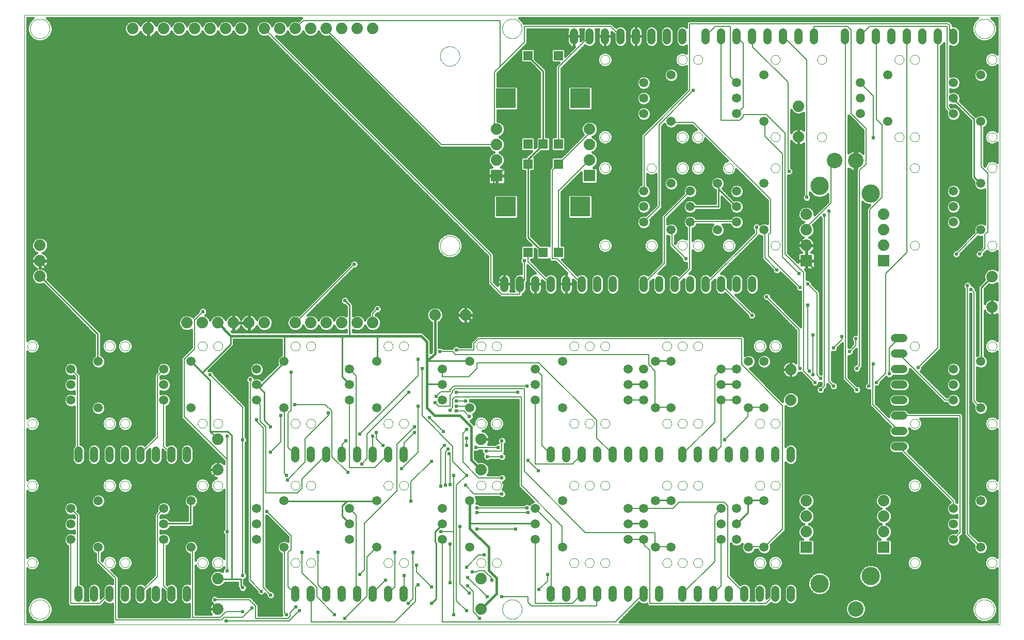
<source format=gtl>
G75*
G70*
%OFA0B0*%
%FSLAX24Y24*%
%IPPOS*%
%LPD*%
%AMOC8*
5,1,8,0,0,1.08239X$1,22.5*
%
%ADD10C,0.0000*%
%ADD11C,0.0594*%
%ADD12C,0.0740*%
%ADD13C,0.1000*%
%ADD14C,0.1181*%
%ADD15R,0.0594X0.0594*%
%ADD16R,0.1266X0.1266*%
%ADD17R,0.0740X0.0740*%
%ADD18C,0.0520*%
%ADD19C,0.0160*%
%ADD20C,0.0100*%
%ADD21C,0.0240*%
%ADD22C,0.0080*%
D10*
X000487Y000923D02*
X000487Y040293D01*
X063479Y040293D01*
X063479Y000923D01*
X000487Y000923D01*
X000857Y001923D02*
X000859Y001973D01*
X000865Y002023D01*
X000875Y002072D01*
X000889Y002120D01*
X000906Y002167D01*
X000927Y002212D01*
X000952Y002256D01*
X000980Y002297D01*
X001012Y002336D01*
X001046Y002373D01*
X001083Y002407D01*
X001123Y002437D01*
X001165Y002464D01*
X001209Y002488D01*
X001255Y002509D01*
X001302Y002525D01*
X001350Y002538D01*
X001400Y002547D01*
X001449Y002552D01*
X001500Y002553D01*
X001550Y002550D01*
X001599Y002543D01*
X001648Y002532D01*
X001696Y002517D01*
X001742Y002499D01*
X001787Y002477D01*
X001830Y002451D01*
X001871Y002422D01*
X001910Y002390D01*
X001946Y002355D01*
X001978Y002317D01*
X002008Y002277D01*
X002035Y002234D01*
X002058Y002190D01*
X002077Y002144D01*
X002093Y002096D01*
X002105Y002047D01*
X002113Y001998D01*
X002117Y001948D01*
X002117Y001898D01*
X002113Y001848D01*
X002105Y001799D01*
X002093Y001750D01*
X002077Y001702D01*
X002058Y001656D01*
X002035Y001612D01*
X002008Y001569D01*
X001978Y001529D01*
X001946Y001491D01*
X001910Y001456D01*
X001871Y001424D01*
X001830Y001395D01*
X001787Y001369D01*
X001742Y001347D01*
X001696Y001329D01*
X001648Y001314D01*
X001599Y001303D01*
X001550Y001296D01*
X001500Y001293D01*
X001449Y001294D01*
X001400Y001299D01*
X001350Y001308D01*
X001302Y001321D01*
X001255Y001337D01*
X001209Y001358D01*
X001165Y001382D01*
X001123Y001409D01*
X001083Y001439D01*
X001046Y001473D01*
X001012Y001510D01*
X000980Y001549D01*
X000952Y001590D01*
X000927Y001634D01*
X000906Y001679D01*
X000889Y001726D01*
X000875Y001774D01*
X000865Y001823D01*
X000859Y001873D01*
X000857Y001923D01*
X000692Y004923D02*
X000694Y004957D01*
X000700Y004991D01*
X000710Y005024D01*
X000723Y005055D01*
X000741Y005085D01*
X000761Y005113D01*
X000785Y005138D01*
X000811Y005160D01*
X000839Y005178D01*
X000870Y005194D01*
X000902Y005206D01*
X000936Y005214D01*
X000970Y005218D01*
X001004Y005218D01*
X001038Y005214D01*
X001072Y005206D01*
X001104Y005194D01*
X001134Y005178D01*
X001163Y005160D01*
X001189Y005138D01*
X001213Y005113D01*
X001233Y005085D01*
X001251Y005055D01*
X001264Y005024D01*
X001274Y004991D01*
X001280Y004957D01*
X001282Y004923D01*
X001280Y004889D01*
X001274Y004855D01*
X001264Y004822D01*
X001251Y004791D01*
X001233Y004761D01*
X001213Y004733D01*
X001189Y004708D01*
X001163Y004686D01*
X001135Y004668D01*
X001104Y004652D01*
X001072Y004640D01*
X001038Y004632D01*
X001004Y004628D01*
X000970Y004628D01*
X000936Y004632D01*
X000902Y004640D01*
X000870Y004652D01*
X000839Y004668D01*
X000811Y004686D01*
X000785Y004708D01*
X000761Y004733D01*
X000741Y004761D01*
X000723Y004791D01*
X000710Y004822D01*
X000700Y004855D01*
X000694Y004889D01*
X000692Y004923D01*
X005692Y004923D02*
X005694Y004957D01*
X005700Y004991D01*
X005710Y005024D01*
X005723Y005055D01*
X005741Y005085D01*
X005761Y005113D01*
X005785Y005138D01*
X005811Y005160D01*
X005839Y005178D01*
X005870Y005194D01*
X005902Y005206D01*
X005936Y005214D01*
X005970Y005218D01*
X006004Y005218D01*
X006038Y005214D01*
X006072Y005206D01*
X006104Y005194D01*
X006134Y005178D01*
X006163Y005160D01*
X006189Y005138D01*
X006213Y005113D01*
X006233Y005085D01*
X006251Y005055D01*
X006264Y005024D01*
X006274Y004991D01*
X006280Y004957D01*
X006282Y004923D01*
X006280Y004889D01*
X006274Y004855D01*
X006264Y004822D01*
X006251Y004791D01*
X006233Y004761D01*
X006213Y004733D01*
X006189Y004708D01*
X006163Y004686D01*
X006135Y004668D01*
X006104Y004652D01*
X006072Y004640D01*
X006038Y004632D01*
X006004Y004628D01*
X005970Y004628D01*
X005936Y004632D01*
X005902Y004640D01*
X005870Y004652D01*
X005839Y004668D01*
X005811Y004686D01*
X005785Y004708D01*
X005761Y004733D01*
X005741Y004761D01*
X005723Y004791D01*
X005710Y004822D01*
X005700Y004855D01*
X005694Y004889D01*
X005692Y004923D01*
X006692Y004923D02*
X006694Y004957D01*
X006700Y004991D01*
X006710Y005024D01*
X006723Y005055D01*
X006741Y005085D01*
X006761Y005113D01*
X006785Y005138D01*
X006811Y005160D01*
X006839Y005178D01*
X006870Y005194D01*
X006902Y005206D01*
X006936Y005214D01*
X006970Y005218D01*
X007004Y005218D01*
X007038Y005214D01*
X007072Y005206D01*
X007104Y005194D01*
X007134Y005178D01*
X007163Y005160D01*
X007189Y005138D01*
X007213Y005113D01*
X007233Y005085D01*
X007251Y005055D01*
X007264Y005024D01*
X007274Y004991D01*
X007280Y004957D01*
X007282Y004923D01*
X007280Y004889D01*
X007274Y004855D01*
X007264Y004822D01*
X007251Y004791D01*
X007233Y004761D01*
X007213Y004733D01*
X007189Y004708D01*
X007163Y004686D01*
X007135Y004668D01*
X007104Y004652D01*
X007072Y004640D01*
X007038Y004632D01*
X007004Y004628D01*
X006970Y004628D01*
X006936Y004632D01*
X006902Y004640D01*
X006870Y004652D01*
X006839Y004668D01*
X006811Y004686D01*
X006785Y004708D01*
X006761Y004733D01*
X006741Y004761D01*
X006723Y004791D01*
X006710Y004822D01*
X006700Y004855D01*
X006694Y004889D01*
X006692Y004923D01*
X011692Y004923D02*
X011694Y004957D01*
X011700Y004991D01*
X011710Y005024D01*
X011723Y005055D01*
X011741Y005085D01*
X011761Y005113D01*
X011785Y005138D01*
X011811Y005160D01*
X011839Y005178D01*
X011870Y005194D01*
X011902Y005206D01*
X011936Y005214D01*
X011970Y005218D01*
X012004Y005218D01*
X012038Y005214D01*
X012072Y005206D01*
X012104Y005194D01*
X012134Y005178D01*
X012163Y005160D01*
X012189Y005138D01*
X012213Y005113D01*
X012233Y005085D01*
X012251Y005055D01*
X012264Y005024D01*
X012274Y004991D01*
X012280Y004957D01*
X012282Y004923D01*
X012280Y004889D01*
X012274Y004855D01*
X012264Y004822D01*
X012251Y004791D01*
X012233Y004761D01*
X012213Y004733D01*
X012189Y004708D01*
X012163Y004686D01*
X012135Y004668D01*
X012104Y004652D01*
X012072Y004640D01*
X012038Y004632D01*
X012004Y004628D01*
X011970Y004628D01*
X011936Y004632D01*
X011902Y004640D01*
X011870Y004652D01*
X011839Y004668D01*
X011811Y004686D01*
X011785Y004708D01*
X011761Y004733D01*
X011741Y004761D01*
X011723Y004791D01*
X011710Y004822D01*
X011700Y004855D01*
X011694Y004889D01*
X011692Y004923D01*
X012692Y004923D02*
X012694Y004957D01*
X012700Y004991D01*
X012710Y005024D01*
X012723Y005055D01*
X012741Y005085D01*
X012761Y005113D01*
X012785Y005138D01*
X012811Y005160D01*
X012839Y005178D01*
X012870Y005194D01*
X012902Y005206D01*
X012936Y005214D01*
X012970Y005218D01*
X013004Y005218D01*
X013038Y005214D01*
X013072Y005206D01*
X013104Y005194D01*
X013134Y005178D01*
X013163Y005160D01*
X013189Y005138D01*
X013213Y005113D01*
X013233Y005085D01*
X013251Y005055D01*
X013264Y005024D01*
X013274Y004991D01*
X013280Y004957D01*
X013282Y004923D01*
X013280Y004889D01*
X013274Y004855D01*
X013264Y004822D01*
X013251Y004791D01*
X013233Y004761D01*
X013213Y004733D01*
X013189Y004708D01*
X013163Y004686D01*
X013135Y004668D01*
X013104Y004652D01*
X013072Y004640D01*
X013038Y004632D01*
X013004Y004628D01*
X012970Y004628D01*
X012936Y004632D01*
X012902Y004640D01*
X012870Y004652D01*
X012839Y004668D01*
X012811Y004686D01*
X012785Y004708D01*
X012761Y004733D01*
X012741Y004761D01*
X012723Y004791D01*
X012710Y004822D01*
X012700Y004855D01*
X012694Y004889D01*
X012692Y004923D01*
X017692Y004923D02*
X017694Y004957D01*
X017700Y004991D01*
X017710Y005024D01*
X017723Y005055D01*
X017741Y005085D01*
X017761Y005113D01*
X017785Y005138D01*
X017811Y005160D01*
X017839Y005178D01*
X017870Y005194D01*
X017902Y005206D01*
X017936Y005214D01*
X017970Y005218D01*
X018004Y005218D01*
X018038Y005214D01*
X018072Y005206D01*
X018104Y005194D01*
X018134Y005178D01*
X018163Y005160D01*
X018189Y005138D01*
X018213Y005113D01*
X018233Y005085D01*
X018251Y005055D01*
X018264Y005024D01*
X018274Y004991D01*
X018280Y004957D01*
X018282Y004923D01*
X018280Y004889D01*
X018274Y004855D01*
X018264Y004822D01*
X018251Y004791D01*
X018233Y004761D01*
X018213Y004733D01*
X018189Y004708D01*
X018163Y004686D01*
X018135Y004668D01*
X018104Y004652D01*
X018072Y004640D01*
X018038Y004632D01*
X018004Y004628D01*
X017970Y004628D01*
X017936Y004632D01*
X017902Y004640D01*
X017870Y004652D01*
X017839Y004668D01*
X017811Y004686D01*
X017785Y004708D01*
X017761Y004733D01*
X017741Y004761D01*
X017723Y004791D01*
X017710Y004822D01*
X017700Y004855D01*
X017694Y004889D01*
X017692Y004923D01*
X018692Y004923D02*
X018694Y004957D01*
X018700Y004991D01*
X018710Y005024D01*
X018723Y005055D01*
X018741Y005085D01*
X018761Y005113D01*
X018785Y005138D01*
X018811Y005160D01*
X018839Y005178D01*
X018870Y005194D01*
X018902Y005206D01*
X018936Y005214D01*
X018970Y005218D01*
X019004Y005218D01*
X019038Y005214D01*
X019072Y005206D01*
X019104Y005194D01*
X019134Y005178D01*
X019163Y005160D01*
X019189Y005138D01*
X019213Y005113D01*
X019233Y005085D01*
X019251Y005055D01*
X019264Y005024D01*
X019274Y004991D01*
X019280Y004957D01*
X019282Y004923D01*
X019280Y004889D01*
X019274Y004855D01*
X019264Y004822D01*
X019251Y004791D01*
X019233Y004761D01*
X019213Y004733D01*
X019189Y004708D01*
X019163Y004686D01*
X019135Y004668D01*
X019104Y004652D01*
X019072Y004640D01*
X019038Y004632D01*
X019004Y004628D01*
X018970Y004628D01*
X018936Y004632D01*
X018902Y004640D01*
X018870Y004652D01*
X018839Y004668D01*
X018811Y004686D01*
X018785Y004708D01*
X018761Y004733D01*
X018741Y004761D01*
X018723Y004791D01*
X018710Y004822D01*
X018700Y004855D01*
X018694Y004889D01*
X018692Y004923D01*
X023692Y004923D02*
X023694Y004957D01*
X023700Y004991D01*
X023710Y005024D01*
X023723Y005055D01*
X023741Y005085D01*
X023761Y005113D01*
X023785Y005138D01*
X023811Y005160D01*
X023839Y005178D01*
X023870Y005194D01*
X023902Y005206D01*
X023936Y005214D01*
X023970Y005218D01*
X024004Y005218D01*
X024038Y005214D01*
X024072Y005206D01*
X024104Y005194D01*
X024134Y005178D01*
X024163Y005160D01*
X024189Y005138D01*
X024213Y005113D01*
X024233Y005085D01*
X024251Y005055D01*
X024264Y005024D01*
X024274Y004991D01*
X024280Y004957D01*
X024282Y004923D01*
X024280Y004889D01*
X024274Y004855D01*
X024264Y004822D01*
X024251Y004791D01*
X024233Y004761D01*
X024213Y004733D01*
X024189Y004708D01*
X024163Y004686D01*
X024135Y004668D01*
X024104Y004652D01*
X024072Y004640D01*
X024038Y004632D01*
X024004Y004628D01*
X023970Y004628D01*
X023936Y004632D01*
X023902Y004640D01*
X023870Y004652D01*
X023839Y004668D01*
X023811Y004686D01*
X023785Y004708D01*
X023761Y004733D01*
X023741Y004761D01*
X023723Y004791D01*
X023710Y004822D01*
X023700Y004855D01*
X023694Y004889D01*
X023692Y004923D01*
X024692Y004923D02*
X024694Y004957D01*
X024700Y004991D01*
X024710Y005024D01*
X024723Y005055D01*
X024741Y005085D01*
X024761Y005113D01*
X024785Y005138D01*
X024811Y005160D01*
X024839Y005178D01*
X024870Y005194D01*
X024902Y005206D01*
X024936Y005214D01*
X024970Y005218D01*
X025004Y005218D01*
X025038Y005214D01*
X025072Y005206D01*
X025104Y005194D01*
X025134Y005178D01*
X025163Y005160D01*
X025189Y005138D01*
X025213Y005113D01*
X025233Y005085D01*
X025251Y005055D01*
X025264Y005024D01*
X025274Y004991D01*
X025280Y004957D01*
X025282Y004923D01*
X025280Y004889D01*
X025274Y004855D01*
X025264Y004822D01*
X025251Y004791D01*
X025233Y004761D01*
X025213Y004733D01*
X025189Y004708D01*
X025163Y004686D01*
X025135Y004668D01*
X025104Y004652D01*
X025072Y004640D01*
X025038Y004632D01*
X025004Y004628D01*
X024970Y004628D01*
X024936Y004632D01*
X024902Y004640D01*
X024870Y004652D01*
X024839Y004668D01*
X024811Y004686D01*
X024785Y004708D01*
X024761Y004733D01*
X024741Y004761D01*
X024723Y004791D01*
X024710Y004822D01*
X024700Y004855D01*
X024694Y004889D01*
X024692Y004923D01*
X029692Y004923D02*
X029694Y004957D01*
X029700Y004991D01*
X029710Y005024D01*
X029723Y005055D01*
X029741Y005085D01*
X029761Y005113D01*
X029785Y005138D01*
X029811Y005160D01*
X029839Y005178D01*
X029870Y005194D01*
X029902Y005206D01*
X029936Y005214D01*
X029970Y005218D01*
X030004Y005218D01*
X030038Y005214D01*
X030072Y005206D01*
X030104Y005194D01*
X030134Y005178D01*
X030163Y005160D01*
X030189Y005138D01*
X030213Y005113D01*
X030233Y005085D01*
X030251Y005055D01*
X030264Y005024D01*
X030274Y004991D01*
X030280Y004957D01*
X030282Y004923D01*
X030280Y004889D01*
X030274Y004855D01*
X030264Y004822D01*
X030251Y004791D01*
X030233Y004761D01*
X030213Y004733D01*
X030189Y004708D01*
X030163Y004686D01*
X030135Y004668D01*
X030104Y004652D01*
X030072Y004640D01*
X030038Y004632D01*
X030004Y004628D01*
X029970Y004628D01*
X029936Y004632D01*
X029902Y004640D01*
X029870Y004652D01*
X029839Y004668D01*
X029811Y004686D01*
X029785Y004708D01*
X029761Y004733D01*
X029741Y004761D01*
X029723Y004791D01*
X029710Y004822D01*
X029700Y004855D01*
X029694Y004889D01*
X029692Y004923D01*
X030692Y004923D02*
X030694Y004957D01*
X030700Y004991D01*
X030710Y005024D01*
X030723Y005055D01*
X030741Y005085D01*
X030761Y005113D01*
X030785Y005138D01*
X030811Y005160D01*
X030839Y005178D01*
X030870Y005194D01*
X030902Y005206D01*
X030936Y005214D01*
X030970Y005218D01*
X031004Y005218D01*
X031038Y005214D01*
X031072Y005206D01*
X031104Y005194D01*
X031134Y005178D01*
X031163Y005160D01*
X031189Y005138D01*
X031213Y005113D01*
X031233Y005085D01*
X031251Y005055D01*
X031264Y005024D01*
X031274Y004991D01*
X031280Y004957D01*
X031282Y004923D01*
X031280Y004889D01*
X031274Y004855D01*
X031264Y004822D01*
X031251Y004791D01*
X031233Y004761D01*
X031213Y004733D01*
X031189Y004708D01*
X031163Y004686D01*
X031135Y004668D01*
X031104Y004652D01*
X031072Y004640D01*
X031038Y004632D01*
X031004Y004628D01*
X030970Y004628D01*
X030936Y004632D01*
X030902Y004640D01*
X030870Y004652D01*
X030839Y004668D01*
X030811Y004686D01*
X030785Y004708D01*
X030761Y004733D01*
X030741Y004761D01*
X030723Y004791D01*
X030710Y004822D01*
X030700Y004855D01*
X030694Y004889D01*
X030692Y004923D01*
X031357Y001923D02*
X031359Y001973D01*
X031365Y002023D01*
X031375Y002072D01*
X031389Y002120D01*
X031406Y002167D01*
X031427Y002212D01*
X031452Y002256D01*
X031480Y002297D01*
X031512Y002336D01*
X031546Y002373D01*
X031583Y002407D01*
X031623Y002437D01*
X031665Y002464D01*
X031709Y002488D01*
X031755Y002509D01*
X031802Y002525D01*
X031850Y002538D01*
X031900Y002547D01*
X031949Y002552D01*
X032000Y002553D01*
X032050Y002550D01*
X032099Y002543D01*
X032148Y002532D01*
X032196Y002517D01*
X032242Y002499D01*
X032287Y002477D01*
X032330Y002451D01*
X032371Y002422D01*
X032410Y002390D01*
X032446Y002355D01*
X032478Y002317D01*
X032508Y002277D01*
X032535Y002234D01*
X032558Y002190D01*
X032577Y002144D01*
X032593Y002096D01*
X032605Y002047D01*
X032613Y001998D01*
X032617Y001948D01*
X032617Y001898D01*
X032613Y001848D01*
X032605Y001799D01*
X032593Y001750D01*
X032577Y001702D01*
X032558Y001656D01*
X032535Y001612D01*
X032508Y001569D01*
X032478Y001529D01*
X032446Y001491D01*
X032410Y001456D01*
X032371Y001424D01*
X032330Y001395D01*
X032287Y001369D01*
X032242Y001347D01*
X032196Y001329D01*
X032148Y001314D01*
X032099Y001303D01*
X032050Y001296D01*
X032000Y001293D01*
X031949Y001294D01*
X031900Y001299D01*
X031850Y001308D01*
X031802Y001321D01*
X031755Y001337D01*
X031709Y001358D01*
X031665Y001382D01*
X031623Y001409D01*
X031583Y001439D01*
X031546Y001473D01*
X031512Y001510D01*
X031480Y001549D01*
X031452Y001590D01*
X031427Y001634D01*
X031406Y001679D01*
X031389Y001726D01*
X031375Y001774D01*
X031365Y001823D01*
X031359Y001873D01*
X031357Y001923D01*
X035692Y004923D02*
X035694Y004957D01*
X035700Y004991D01*
X035710Y005024D01*
X035723Y005055D01*
X035741Y005085D01*
X035761Y005113D01*
X035785Y005138D01*
X035811Y005160D01*
X035839Y005178D01*
X035870Y005194D01*
X035902Y005206D01*
X035936Y005214D01*
X035970Y005218D01*
X036004Y005218D01*
X036038Y005214D01*
X036072Y005206D01*
X036104Y005194D01*
X036134Y005178D01*
X036163Y005160D01*
X036189Y005138D01*
X036213Y005113D01*
X036233Y005085D01*
X036251Y005055D01*
X036264Y005024D01*
X036274Y004991D01*
X036280Y004957D01*
X036282Y004923D01*
X036280Y004889D01*
X036274Y004855D01*
X036264Y004822D01*
X036251Y004791D01*
X036233Y004761D01*
X036213Y004733D01*
X036189Y004708D01*
X036163Y004686D01*
X036135Y004668D01*
X036104Y004652D01*
X036072Y004640D01*
X036038Y004632D01*
X036004Y004628D01*
X035970Y004628D01*
X035936Y004632D01*
X035902Y004640D01*
X035870Y004652D01*
X035839Y004668D01*
X035811Y004686D01*
X035785Y004708D01*
X035761Y004733D01*
X035741Y004761D01*
X035723Y004791D01*
X035710Y004822D01*
X035700Y004855D01*
X035694Y004889D01*
X035692Y004923D01*
X036692Y004923D02*
X036694Y004957D01*
X036700Y004991D01*
X036710Y005024D01*
X036723Y005055D01*
X036741Y005085D01*
X036761Y005113D01*
X036785Y005138D01*
X036811Y005160D01*
X036839Y005178D01*
X036870Y005194D01*
X036902Y005206D01*
X036936Y005214D01*
X036970Y005218D01*
X037004Y005218D01*
X037038Y005214D01*
X037072Y005206D01*
X037104Y005194D01*
X037134Y005178D01*
X037163Y005160D01*
X037189Y005138D01*
X037213Y005113D01*
X037233Y005085D01*
X037251Y005055D01*
X037264Y005024D01*
X037274Y004991D01*
X037280Y004957D01*
X037282Y004923D01*
X037280Y004889D01*
X037274Y004855D01*
X037264Y004822D01*
X037251Y004791D01*
X037233Y004761D01*
X037213Y004733D01*
X037189Y004708D01*
X037163Y004686D01*
X037135Y004668D01*
X037104Y004652D01*
X037072Y004640D01*
X037038Y004632D01*
X037004Y004628D01*
X036970Y004628D01*
X036936Y004632D01*
X036902Y004640D01*
X036870Y004652D01*
X036839Y004668D01*
X036811Y004686D01*
X036785Y004708D01*
X036761Y004733D01*
X036741Y004761D01*
X036723Y004791D01*
X036710Y004822D01*
X036700Y004855D01*
X036694Y004889D01*
X036692Y004923D01*
X037692Y004923D02*
X037694Y004957D01*
X037700Y004991D01*
X037710Y005024D01*
X037723Y005055D01*
X037741Y005085D01*
X037761Y005113D01*
X037785Y005138D01*
X037811Y005160D01*
X037839Y005178D01*
X037870Y005194D01*
X037902Y005206D01*
X037936Y005214D01*
X037970Y005218D01*
X038004Y005218D01*
X038038Y005214D01*
X038072Y005206D01*
X038104Y005194D01*
X038134Y005178D01*
X038163Y005160D01*
X038189Y005138D01*
X038213Y005113D01*
X038233Y005085D01*
X038251Y005055D01*
X038264Y005024D01*
X038274Y004991D01*
X038280Y004957D01*
X038282Y004923D01*
X038280Y004889D01*
X038274Y004855D01*
X038264Y004822D01*
X038251Y004791D01*
X038233Y004761D01*
X038213Y004733D01*
X038189Y004708D01*
X038163Y004686D01*
X038135Y004668D01*
X038104Y004652D01*
X038072Y004640D01*
X038038Y004632D01*
X038004Y004628D01*
X037970Y004628D01*
X037936Y004632D01*
X037902Y004640D01*
X037870Y004652D01*
X037839Y004668D01*
X037811Y004686D01*
X037785Y004708D01*
X037761Y004733D01*
X037741Y004761D01*
X037723Y004791D01*
X037710Y004822D01*
X037700Y004855D01*
X037694Y004889D01*
X037692Y004923D01*
X041692Y004923D02*
X041694Y004957D01*
X041700Y004991D01*
X041710Y005024D01*
X041723Y005055D01*
X041741Y005085D01*
X041761Y005113D01*
X041785Y005138D01*
X041811Y005160D01*
X041839Y005178D01*
X041870Y005194D01*
X041902Y005206D01*
X041936Y005214D01*
X041970Y005218D01*
X042004Y005218D01*
X042038Y005214D01*
X042072Y005206D01*
X042104Y005194D01*
X042134Y005178D01*
X042163Y005160D01*
X042189Y005138D01*
X042213Y005113D01*
X042233Y005085D01*
X042251Y005055D01*
X042264Y005024D01*
X042274Y004991D01*
X042280Y004957D01*
X042282Y004923D01*
X042280Y004889D01*
X042274Y004855D01*
X042264Y004822D01*
X042251Y004791D01*
X042233Y004761D01*
X042213Y004733D01*
X042189Y004708D01*
X042163Y004686D01*
X042135Y004668D01*
X042104Y004652D01*
X042072Y004640D01*
X042038Y004632D01*
X042004Y004628D01*
X041970Y004628D01*
X041936Y004632D01*
X041902Y004640D01*
X041870Y004652D01*
X041839Y004668D01*
X041811Y004686D01*
X041785Y004708D01*
X041761Y004733D01*
X041741Y004761D01*
X041723Y004791D01*
X041710Y004822D01*
X041700Y004855D01*
X041694Y004889D01*
X041692Y004923D01*
X042692Y004923D02*
X042694Y004957D01*
X042700Y004991D01*
X042710Y005024D01*
X042723Y005055D01*
X042741Y005085D01*
X042761Y005113D01*
X042785Y005138D01*
X042811Y005160D01*
X042839Y005178D01*
X042870Y005194D01*
X042902Y005206D01*
X042936Y005214D01*
X042970Y005218D01*
X043004Y005218D01*
X043038Y005214D01*
X043072Y005206D01*
X043104Y005194D01*
X043134Y005178D01*
X043163Y005160D01*
X043189Y005138D01*
X043213Y005113D01*
X043233Y005085D01*
X043251Y005055D01*
X043264Y005024D01*
X043274Y004991D01*
X043280Y004957D01*
X043282Y004923D01*
X043280Y004889D01*
X043274Y004855D01*
X043264Y004822D01*
X043251Y004791D01*
X043233Y004761D01*
X043213Y004733D01*
X043189Y004708D01*
X043163Y004686D01*
X043135Y004668D01*
X043104Y004652D01*
X043072Y004640D01*
X043038Y004632D01*
X043004Y004628D01*
X042970Y004628D01*
X042936Y004632D01*
X042902Y004640D01*
X042870Y004652D01*
X042839Y004668D01*
X042811Y004686D01*
X042785Y004708D01*
X042761Y004733D01*
X042741Y004761D01*
X042723Y004791D01*
X042710Y004822D01*
X042700Y004855D01*
X042694Y004889D01*
X042692Y004923D01*
X042694Y004957D01*
X042700Y004991D01*
X042710Y005024D01*
X042723Y005055D01*
X042741Y005085D01*
X042761Y005113D01*
X042785Y005138D01*
X042811Y005160D01*
X042839Y005178D01*
X042870Y005194D01*
X042902Y005206D01*
X042936Y005214D01*
X042970Y005218D01*
X043004Y005218D01*
X043038Y005214D01*
X043072Y005206D01*
X043104Y005194D01*
X043134Y005178D01*
X043163Y005160D01*
X043189Y005138D01*
X043213Y005113D01*
X043233Y005085D01*
X043251Y005055D01*
X043264Y005024D01*
X043274Y004991D01*
X043280Y004957D01*
X043282Y004923D01*
X043280Y004889D01*
X043274Y004855D01*
X043264Y004822D01*
X043251Y004791D01*
X043233Y004761D01*
X043213Y004733D01*
X043189Y004708D01*
X043163Y004686D01*
X043135Y004668D01*
X043104Y004652D01*
X043072Y004640D01*
X043038Y004632D01*
X043004Y004628D01*
X042970Y004628D01*
X042936Y004632D01*
X042902Y004640D01*
X042870Y004652D01*
X042839Y004668D01*
X042811Y004686D01*
X042785Y004708D01*
X042761Y004733D01*
X042741Y004761D01*
X042723Y004791D01*
X042710Y004822D01*
X042700Y004855D01*
X042694Y004889D01*
X042692Y004923D01*
X043692Y004923D02*
X043694Y004957D01*
X043700Y004991D01*
X043710Y005024D01*
X043723Y005055D01*
X043741Y005085D01*
X043761Y005113D01*
X043785Y005138D01*
X043811Y005160D01*
X043839Y005178D01*
X043870Y005194D01*
X043902Y005206D01*
X043936Y005214D01*
X043970Y005218D01*
X044004Y005218D01*
X044038Y005214D01*
X044072Y005206D01*
X044104Y005194D01*
X044134Y005178D01*
X044163Y005160D01*
X044189Y005138D01*
X044213Y005113D01*
X044233Y005085D01*
X044251Y005055D01*
X044264Y005024D01*
X044274Y004991D01*
X044280Y004957D01*
X044282Y004923D01*
X044280Y004889D01*
X044274Y004855D01*
X044264Y004822D01*
X044251Y004791D01*
X044233Y004761D01*
X044213Y004733D01*
X044189Y004708D01*
X044163Y004686D01*
X044135Y004668D01*
X044104Y004652D01*
X044072Y004640D01*
X044038Y004632D01*
X044004Y004628D01*
X043970Y004628D01*
X043936Y004632D01*
X043902Y004640D01*
X043870Y004652D01*
X043839Y004668D01*
X043811Y004686D01*
X043785Y004708D01*
X043761Y004733D01*
X043741Y004761D01*
X043723Y004791D01*
X043710Y004822D01*
X043700Y004855D01*
X043694Y004889D01*
X043692Y004923D01*
X047692Y004923D02*
X047694Y004957D01*
X047700Y004991D01*
X047710Y005024D01*
X047723Y005055D01*
X047741Y005085D01*
X047761Y005113D01*
X047785Y005138D01*
X047811Y005160D01*
X047839Y005178D01*
X047870Y005194D01*
X047902Y005206D01*
X047936Y005214D01*
X047970Y005218D01*
X048004Y005218D01*
X048038Y005214D01*
X048072Y005206D01*
X048104Y005194D01*
X048134Y005178D01*
X048163Y005160D01*
X048189Y005138D01*
X048213Y005113D01*
X048233Y005085D01*
X048251Y005055D01*
X048264Y005024D01*
X048274Y004991D01*
X048280Y004957D01*
X048282Y004923D01*
X048280Y004889D01*
X048274Y004855D01*
X048264Y004822D01*
X048251Y004791D01*
X048233Y004761D01*
X048213Y004733D01*
X048189Y004708D01*
X048163Y004686D01*
X048135Y004668D01*
X048104Y004652D01*
X048072Y004640D01*
X048038Y004632D01*
X048004Y004628D01*
X047970Y004628D01*
X047936Y004632D01*
X047902Y004640D01*
X047870Y004652D01*
X047839Y004668D01*
X047811Y004686D01*
X047785Y004708D01*
X047761Y004733D01*
X047741Y004761D01*
X047723Y004791D01*
X047710Y004822D01*
X047700Y004855D01*
X047694Y004889D01*
X047692Y004923D01*
X048692Y004923D02*
X048694Y004957D01*
X048700Y004991D01*
X048710Y005024D01*
X048723Y005055D01*
X048741Y005085D01*
X048761Y005113D01*
X048785Y005138D01*
X048811Y005160D01*
X048839Y005178D01*
X048870Y005194D01*
X048902Y005206D01*
X048936Y005214D01*
X048970Y005218D01*
X049004Y005218D01*
X049038Y005214D01*
X049072Y005206D01*
X049104Y005194D01*
X049134Y005178D01*
X049163Y005160D01*
X049189Y005138D01*
X049213Y005113D01*
X049233Y005085D01*
X049251Y005055D01*
X049264Y005024D01*
X049274Y004991D01*
X049280Y004957D01*
X049282Y004923D01*
X049280Y004889D01*
X049274Y004855D01*
X049264Y004822D01*
X049251Y004791D01*
X049233Y004761D01*
X049213Y004733D01*
X049189Y004708D01*
X049163Y004686D01*
X049135Y004668D01*
X049104Y004652D01*
X049072Y004640D01*
X049038Y004632D01*
X049004Y004628D01*
X048970Y004628D01*
X048936Y004632D01*
X048902Y004640D01*
X048870Y004652D01*
X048839Y004668D01*
X048811Y004686D01*
X048785Y004708D01*
X048761Y004733D01*
X048741Y004761D01*
X048723Y004791D01*
X048710Y004822D01*
X048700Y004855D01*
X048694Y004889D01*
X048692Y004923D01*
X048692Y009923D02*
X048694Y009957D01*
X048700Y009991D01*
X048710Y010024D01*
X048723Y010055D01*
X048741Y010085D01*
X048761Y010113D01*
X048785Y010138D01*
X048811Y010160D01*
X048839Y010178D01*
X048870Y010194D01*
X048902Y010206D01*
X048936Y010214D01*
X048970Y010218D01*
X049004Y010218D01*
X049038Y010214D01*
X049072Y010206D01*
X049104Y010194D01*
X049134Y010178D01*
X049163Y010160D01*
X049189Y010138D01*
X049213Y010113D01*
X049233Y010085D01*
X049251Y010055D01*
X049264Y010024D01*
X049274Y009991D01*
X049280Y009957D01*
X049282Y009923D01*
X049280Y009889D01*
X049274Y009855D01*
X049264Y009822D01*
X049251Y009791D01*
X049233Y009761D01*
X049213Y009733D01*
X049189Y009708D01*
X049163Y009686D01*
X049135Y009668D01*
X049104Y009652D01*
X049072Y009640D01*
X049038Y009632D01*
X049004Y009628D01*
X048970Y009628D01*
X048936Y009632D01*
X048902Y009640D01*
X048870Y009652D01*
X048839Y009668D01*
X048811Y009686D01*
X048785Y009708D01*
X048761Y009733D01*
X048741Y009761D01*
X048723Y009791D01*
X048710Y009822D01*
X048700Y009855D01*
X048694Y009889D01*
X048692Y009923D01*
X047692Y009923D02*
X047694Y009957D01*
X047700Y009991D01*
X047710Y010024D01*
X047723Y010055D01*
X047741Y010085D01*
X047761Y010113D01*
X047785Y010138D01*
X047811Y010160D01*
X047839Y010178D01*
X047870Y010194D01*
X047902Y010206D01*
X047936Y010214D01*
X047970Y010218D01*
X048004Y010218D01*
X048038Y010214D01*
X048072Y010206D01*
X048104Y010194D01*
X048134Y010178D01*
X048163Y010160D01*
X048189Y010138D01*
X048213Y010113D01*
X048233Y010085D01*
X048251Y010055D01*
X048264Y010024D01*
X048274Y009991D01*
X048280Y009957D01*
X048282Y009923D01*
X048280Y009889D01*
X048274Y009855D01*
X048264Y009822D01*
X048251Y009791D01*
X048233Y009761D01*
X048213Y009733D01*
X048189Y009708D01*
X048163Y009686D01*
X048135Y009668D01*
X048104Y009652D01*
X048072Y009640D01*
X048038Y009632D01*
X048004Y009628D01*
X047970Y009628D01*
X047936Y009632D01*
X047902Y009640D01*
X047870Y009652D01*
X047839Y009668D01*
X047811Y009686D01*
X047785Y009708D01*
X047761Y009733D01*
X047741Y009761D01*
X047723Y009791D01*
X047710Y009822D01*
X047700Y009855D01*
X047694Y009889D01*
X047692Y009923D01*
X043692Y009923D02*
X043694Y009957D01*
X043700Y009991D01*
X043710Y010024D01*
X043723Y010055D01*
X043741Y010085D01*
X043761Y010113D01*
X043785Y010138D01*
X043811Y010160D01*
X043839Y010178D01*
X043870Y010194D01*
X043902Y010206D01*
X043936Y010214D01*
X043970Y010218D01*
X044004Y010218D01*
X044038Y010214D01*
X044072Y010206D01*
X044104Y010194D01*
X044134Y010178D01*
X044163Y010160D01*
X044189Y010138D01*
X044213Y010113D01*
X044233Y010085D01*
X044251Y010055D01*
X044264Y010024D01*
X044274Y009991D01*
X044280Y009957D01*
X044282Y009923D01*
X044280Y009889D01*
X044274Y009855D01*
X044264Y009822D01*
X044251Y009791D01*
X044233Y009761D01*
X044213Y009733D01*
X044189Y009708D01*
X044163Y009686D01*
X044135Y009668D01*
X044104Y009652D01*
X044072Y009640D01*
X044038Y009632D01*
X044004Y009628D01*
X043970Y009628D01*
X043936Y009632D01*
X043902Y009640D01*
X043870Y009652D01*
X043839Y009668D01*
X043811Y009686D01*
X043785Y009708D01*
X043761Y009733D01*
X043741Y009761D01*
X043723Y009791D01*
X043710Y009822D01*
X043700Y009855D01*
X043694Y009889D01*
X043692Y009923D01*
X042692Y009923D02*
X042694Y009957D01*
X042700Y009991D01*
X042710Y010024D01*
X042723Y010055D01*
X042741Y010085D01*
X042761Y010113D01*
X042785Y010138D01*
X042811Y010160D01*
X042839Y010178D01*
X042870Y010194D01*
X042902Y010206D01*
X042936Y010214D01*
X042970Y010218D01*
X043004Y010218D01*
X043038Y010214D01*
X043072Y010206D01*
X043104Y010194D01*
X043134Y010178D01*
X043163Y010160D01*
X043189Y010138D01*
X043213Y010113D01*
X043233Y010085D01*
X043251Y010055D01*
X043264Y010024D01*
X043274Y009991D01*
X043280Y009957D01*
X043282Y009923D01*
X043280Y009889D01*
X043274Y009855D01*
X043264Y009822D01*
X043251Y009791D01*
X043233Y009761D01*
X043213Y009733D01*
X043189Y009708D01*
X043163Y009686D01*
X043135Y009668D01*
X043104Y009652D01*
X043072Y009640D01*
X043038Y009632D01*
X043004Y009628D01*
X042970Y009628D01*
X042936Y009632D01*
X042902Y009640D01*
X042870Y009652D01*
X042839Y009668D01*
X042811Y009686D01*
X042785Y009708D01*
X042761Y009733D01*
X042741Y009761D01*
X042723Y009791D01*
X042710Y009822D01*
X042700Y009855D01*
X042694Y009889D01*
X042692Y009923D01*
X042694Y009957D01*
X042700Y009991D01*
X042710Y010024D01*
X042723Y010055D01*
X042741Y010085D01*
X042761Y010113D01*
X042785Y010138D01*
X042811Y010160D01*
X042839Y010178D01*
X042870Y010194D01*
X042902Y010206D01*
X042936Y010214D01*
X042970Y010218D01*
X043004Y010218D01*
X043038Y010214D01*
X043072Y010206D01*
X043104Y010194D01*
X043134Y010178D01*
X043163Y010160D01*
X043189Y010138D01*
X043213Y010113D01*
X043233Y010085D01*
X043251Y010055D01*
X043264Y010024D01*
X043274Y009991D01*
X043280Y009957D01*
X043282Y009923D01*
X043280Y009889D01*
X043274Y009855D01*
X043264Y009822D01*
X043251Y009791D01*
X043233Y009761D01*
X043213Y009733D01*
X043189Y009708D01*
X043163Y009686D01*
X043135Y009668D01*
X043104Y009652D01*
X043072Y009640D01*
X043038Y009632D01*
X043004Y009628D01*
X042970Y009628D01*
X042936Y009632D01*
X042902Y009640D01*
X042870Y009652D01*
X042839Y009668D01*
X042811Y009686D01*
X042785Y009708D01*
X042761Y009733D01*
X042741Y009761D01*
X042723Y009791D01*
X042710Y009822D01*
X042700Y009855D01*
X042694Y009889D01*
X042692Y009923D01*
X041692Y009923D02*
X041694Y009957D01*
X041700Y009991D01*
X041710Y010024D01*
X041723Y010055D01*
X041741Y010085D01*
X041761Y010113D01*
X041785Y010138D01*
X041811Y010160D01*
X041839Y010178D01*
X041870Y010194D01*
X041902Y010206D01*
X041936Y010214D01*
X041970Y010218D01*
X042004Y010218D01*
X042038Y010214D01*
X042072Y010206D01*
X042104Y010194D01*
X042134Y010178D01*
X042163Y010160D01*
X042189Y010138D01*
X042213Y010113D01*
X042233Y010085D01*
X042251Y010055D01*
X042264Y010024D01*
X042274Y009991D01*
X042280Y009957D01*
X042282Y009923D01*
X042280Y009889D01*
X042274Y009855D01*
X042264Y009822D01*
X042251Y009791D01*
X042233Y009761D01*
X042213Y009733D01*
X042189Y009708D01*
X042163Y009686D01*
X042135Y009668D01*
X042104Y009652D01*
X042072Y009640D01*
X042038Y009632D01*
X042004Y009628D01*
X041970Y009628D01*
X041936Y009632D01*
X041902Y009640D01*
X041870Y009652D01*
X041839Y009668D01*
X041811Y009686D01*
X041785Y009708D01*
X041761Y009733D01*
X041741Y009761D01*
X041723Y009791D01*
X041710Y009822D01*
X041700Y009855D01*
X041694Y009889D01*
X041692Y009923D01*
X037692Y009923D02*
X037694Y009957D01*
X037700Y009991D01*
X037710Y010024D01*
X037723Y010055D01*
X037741Y010085D01*
X037761Y010113D01*
X037785Y010138D01*
X037811Y010160D01*
X037839Y010178D01*
X037870Y010194D01*
X037902Y010206D01*
X037936Y010214D01*
X037970Y010218D01*
X038004Y010218D01*
X038038Y010214D01*
X038072Y010206D01*
X038104Y010194D01*
X038134Y010178D01*
X038163Y010160D01*
X038189Y010138D01*
X038213Y010113D01*
X038233Y010085D01*
X038251Y010055D01*
X038264Y010024D01*
X038274Y009991D01*
X038280Y009957D01*
X038282Y009923D01*
X038280Y009889D01*
X038274Y009855D01*
X038264Y009822D01*
X038251Y009791D01*
X038233Y009761D01*
X038213Y009733D01*
X038189Y009708D01*
X038163Y009686D01*
X038135Y009668D01*
X038104Y009652D01*
X038072Y009640D01*
X038038Y009632D01*
X038004Y009628D01*
X037970Y009628D01*
X037936Y009632D01*
X037902Y009640D01*
X037870Y009652D01*
X037839Y009668D01*
X037811Y009686D01*
X037785Y009708D01*
X037761Y009733D01*
X037741Y009761D01*
X037723Y009791D01*
X037710Y009822D01*
X037700Y009855D01*
X037694Y009889D01*
X037692Y009923D01*
X036692Y009923D02*
X036694Y009957D01*
X036700Y009991D01*
X036710Y010024D01*
X036723Y010055D01*
X036741Y010085D01*
X036761Y010113D01*
X036785Y010138D01*
X036811Y010160D01*
X036839Y010178D01*
X036870Y010194D01*
X036902Y010206D01*
X036936Y010214D01*
X036970Y010218D01*
X037004Y010218D01*
X037038Y010214D01*
X037072Y010206D01*
X037104Y010194D01*
X037134Y010178D01*
X037163Y010160D01*
X037189Y010138D01*
X037213Y010113D01*
X037233Y010085D01*
X037251Y010055D01*
X037264Y010024D01*
X037274Y009991D01*
X037280Y009957D01*
X037282Y009923D01*
X037280Y009889D01*
X037274Y009855D01*
X037264Y009822D01*
X037251Y009791D01*
X037233Y009761D01*
X037213Y009733D01*
X037189Y009708D01*
X037163Y009686D01*
X037135Y009668D01*
X037104Y009652D01*
X037072Y009640D01*
X037038Y009632D01*
X037004Y009628D01*
X036970Y009628D01*
X036936Y009632D01*
X036902Y009640D01*
X036870Y009652D01*
X036839Y009668D01*
X036811Y009686D01*
X036785Y009708D01*
X036761Y009733D01*
X036741Y009761D01*
X036723Y009791D01*
X036710Y009822D01*
X036700Y009855D01*
X036694Y009889D01*
X036692Y009923D01*
X035692Y009923D02*
X035694Y009957D01*
X035700Y009991D01*
X035710Y010024D01*
X035723Y010055D01*
X035741Y010085D01*
X035761Y010113D01*
X035785Y010138D01*
X035811Y010160D01*
X035839Y010178D01*
X035870Y010194D01*
X035902Y010206D01*
X035936Y010214D01*
X035970Y010218D01*
X036004Y010218D01*
X036038Y010214D01*
X036072Y010206D01*
X036104Y010194D01*
X036134Y010178D01*
X036163Y010160D01*
X036189Y010138D01*
X036213Y010113D01*
X036233Y010085D01*
X036251Y010055D01*
X036264Y010024D01*
X036274Y009991D01*
X036280Y009957D01*
X036282Y009923D01*
X036280Y009889D01*
X036274Y009855D01*
X036264Y009822D01*
X036251Y009791D01*
X036233Y009761D01*
X036213Y009733D01*
X036189Y009708D01*
X036163Y009686D01*
X036135Y009668D01*
X036104Y009652D01*
X036072Y009640D01*
X036038Y009632D01*
X036004Y009628D01*
X035970Y009628D01*
X035936Y009632D01*
X035902Y009640D01*
X035870Y009652D01*
X035839Y009668D01*
X035811Y009686D01*
X035785Y009708D01*
X035761Y009733D01*
X035741Y009761D01*
X035723Y009791D01*
X035710Y009822D01*
X035700Y009855D01*
X035694Y009889D01*
X035692Y009923D01*
X030692Y009923D02*
X030694Y009957D01*
X030700Y009991D01*
X030710Y010024D01*
X030723Y010055D01*
X030741Y010085D01*
X030761Y010113D01*
X030785Y010138D01*
X030811Y010160D01*
X030839Y010178D01*
X030870Y010194D01*
X030902Y010206D01*
X030936Y010214D01*
X030970Y010218D01*
X031004Y010218D01*
X031038Y010214D01*
X031072Y010206D01*
X031104Y010194D01*
X031134Y010178D01*
X031163Y010160D01*
X031189Y010138D01*
X031213Y010113D01*
X031233Y010085D01*
X031251Y010055D01*
X031264Y010024D01*
X031274Y009991D01*
X031280Y009957D01*
X031282Y009923D01*
X031280Y009889D01*
X031274Y009855D01*
X031264Y009822D01*
X031251Y009791D01*
X031233Y009761D01*
X031213Y009733D01*
X031189Y009708D01*
X031163Y009686D01*
X031135Y009668D01*
X031104Y009652D01*
X031072Y009640D01*
X031038Y009632D01*
X031004Y009628D01*
X030970Y009628D01*
X030936Y009632D01*
X030902Y009640D01*
X030870Y009652D01*
X030839Y009668D01*
X030811Y009686D01*
X030785Y009708D01*
X030761Y009733D01*
X030741Y009761D01*
X030723Y009791D01*
X030710Y009822D01*
X030700Y009855D01*
X030694Y009889D01*
X030692Y009923D01*
X029692Y009923D02*
X029694Y009957D01*
X029700Y009991D01*
X029710Y010024D01*
X029723Y010055D01*
X029741Y010085D01*
X029761Y010113D01*
X029785Y010138D01*
X029811Y010160D01*
X029839Y010178D01*
X029870Y010194D01*
X029902Y010206D01*
X029936Y010214D01*
X029970Y010218D01*
X030004Y010218D01*
X030038Y010214D01*
X030072Y010206D01*
X030104Y010194D01*
X030134Y010178D01*
X030163Y010160D01*
X030189Y010138D01*
X030213Y010113D01*
X030233Y010085D01*
X030251Y010055D01*
X030264Y010024D01*
X030274Y009991D01*
X030280Y009957D01*
X030282Y009923D01*
X030280Y009889D01*
X030274Y009855D01*
X030264Y009822D01*
X030251Y009791D01*
X030233Y009761D01*
X030213Y009733D01*
X030189Y009708D01*
X030163Y009686D01*
X030135Y009668D01*
X030104Y009652D01*
X030072Y009640D01*
X030038Y009632D01*
X030004Y009628D01*
X029970Y009628D01*
X029936Y009632D01*
X029902Y009640D01*
X029870Y009652D01*
X029839Y009668D01*
X029811Y009686D01*
X029785Y009708D01*
X029761Y009733D01*
X029741Y009761D01*
X029723Y009791D01*
X029710Y009822D01*
X029700Y009855D01*
X029694Y009889D01*
X029692Y009923D01*
X024692Y009923D02*
X024694Y009957D01*
X024700Y009991D01*
X024710Y010024D01*
X024723Y010055D01*
X024741Y010085D01*
X024761Y010113D01*
X024785Y010138D01*
X024811Y010160D01*
X024839Y010178D01*
X024870Y010194D01*
X024902Y010206D01*
X024936Y010214D01*
X024970Y010218D01*
X025004Y010218D01*
X025038Y010214D01*
X025072Y010206D01*
X025104Y010194D01*
X025134Y010178D01*
X025163Y010160D01*
X025189Y010138D01*
X025213Y010113D01*
X025233Y010085D01*
X025251Y010055D01*
X025264Y010024D01*
X025274Y009991D01*
X025280Y009957D01*
X025282Y009923D01*
X025280Y009889D01*
X025274Y009855D01*
X025264Y009822D01*
X025251Y009791D01*
X025233Y009761D01*
X025213Y009733D01*
X025189Y009708D01*
X025163Y009686D01*
X025135Y009668D01*
X025104Y009652D01*
X025072Y009640D01*
X025038Y009632D01*
X025004Y009628D01*
X024970Y009628D01*
X024936Y009632D01*
X024902Y009640D01*
X024870Y009652D01*
X024839Y009668D01*
X024811Y009686D01*
X024785Y009708D01*
X024761Y009733D01*
X024741Y009761D01*
X024723Y009791D01*
X024710Y009822D01*
X024700Y009855D01*
X024694Y009889D01*
X024692Y009923D01*
X023692Y009923D02*
X023694Y009957D01*
X023700Y009991D01*
X023710Y010024D01*
X023723Y010055D01*
X023741Y010085D01*
X023761Y010113D01*
X023785Y010138D01*
X023811Y010160D01*
X023839Y010178D01*
X023870Y010194D01*
X023902Y010206D01*
X023936Y010214D01*
X023970Y010218D01*
X024004Y010218D01*
X024038Y010214D01*
X024072Y010206D01*
X024104Y010194D01*
X024134Y010178D01*
X024163Y010160D01*
X024189Y010138D01*
X024213Y010113D01*
X024233Y010085D01*
X024251Y010055D01*
X024264Y010024D01*
X024274Y009991D01*
X024280Y009957D01*
X024282Y009923D01*
X024280Y009889D01*
X024274Y009855D01*
X024264Y009822D01*
X024251Y009791D01*
X024233Y009761D01*
X024213Y009733D01*
X024189Y009708D01*
X024163Y009686D01*
X024135Y009668D01*
X024104Y009652D01*
X024072Y009640D01*
X024038Y009632D01*
X024004Y009628D01*
X023970Y009628D01*
X023936Y009632D01*
X023902Y009640D01*
X023870Y009652D01*
X023839Y009668D01*
X023811Y009686D01*
X023785Y009708D01*
X023761Y009733D01*
X023741Y009761D01*
X023723Y009791D01*
X023710Y009822D01*
X023700Y009855D01*
X023694Y009889D01*
X023692Y009923D01*
X018692Y009923D02*
X018694Y009957D01*
X018700Y009991D01*
X018710Y010024D01*
X018723Y010055D01*
X018741Y010085D01*
X018761Y010113D01*
X018785Y010138D01*
X018811Y010160D01*
X018839Y010178D01*
X018870Y010194D01*
X018902Y010206D01*
X018936Y010214D01*
X018970Y010218D01*
X019004Y010218D01*
X019038Y010214D01*
X019072Y010206D01*
X019104Y010194D01*
X019134Y010178D01*
X019163Y010160D01*
X019189Y010138D01*
X019213Y010113D01*
X019233Y010085D01*
X019251Y010055D01*
X019264Y010024D01*
X019274Y009991D01*
X019280Y009957D01*
X019282Y009923D01*
X019280Y009889D01*
X019274Y009855D01*
X019264Y009822D01*
X019251Y009791D01*
X019233Y009761D01*
X019213Y009733D01*
X019189Y009708D01*
X019163Y009686D01*
X019135Y009668D01*
X019104Y009652D01*
X019072Y009640D01*
X019038Y009632D01*
X019004Y009628D01*
X018970Y009628D01*
X018936Y009632D01*
X018902Y009640D01*
X018870Y009652D01*
X018839Y009668D01*
X018811Y009686D01*
X018785Y009708D01*
X018761Y009733D01*
X018741Y009761D01*
X018723Y009791D01*
X018710Y009822D01*
X018700Y009855D01*
X018694Y009889D01*
X018692Y009923D01*
X017692Y009923D02*
X017694Y009957D01*
X017700Y009991D01*
X017710Y010024D01*
X017723Y010055D01*
X017741Y010085D01*
X017761Y010113D01*
X017785Y010138D01*
X017811Y010160D01*
X017839Y010178D01*
X017870Y010194D01*
X017902Y010206D01*
X017936Y010214D01*
X017970Y010218D01*
X018004Y010218D01*
X018038Y010214D01*
X018072Y010206D01*
X018104Y010194D01*
X018134Y010178D01*
X018163Y010160D01*
X018189Y010138D01*
X018213Y010113D01*
X018233Y010085D01*
X018251Y010055D01*
X018264Y010024D01*
X018274Y009991D01*
X018280Y009957D01*
X018282Y009923D01*
X018280Y009889D01*
X018274Y009855D01*
X018264Y009822D01*
X018251Y009791D01*
X018233Y009761D01*
X018213Y009733D01*
X018189Y009708D01*
X018163Y009686D01*
X018135Y009668D01*
X018104Y009652D01*
X018072Y009640D01*
X018038Y009632D01*
X018004Y009628D01*
X017970Y009628D01*
X017936Y009632D01*
X017902Y009640D01*
X017870Y009652D01*
X017839Y009668D01*
X017811Y009686D01*
X017785Y009708D01*
X017761Y009733D01*
X017741Y009761D01*
X017723Y009791D01*
X017710Y009822D01*
X017700Y009855D01*
X017694Y009889D01*
X017692Y009923D01*
X012692Y009923D02*
X012694Y009957D01*
X012700Y009991D01*
X012710Y010024D01*
X012723Y010055D01*
X012741Y010085D01*
X012761Y010113D01*
X012785Y010138D01*
X012811Y010160D01*
X012839Y010178D01*
X012870Y010194D01*
X012902Y010206D01*
X012936Y010214D01*
X012970Y010218D01*
X013004Y010218D01*
X013038Y010214D01*
X013072Y010206D01*
X013104Y010194D01*
X013134Y010178D01*
X013163Y010160D01*
X013189Y010138D01*
X013213Y010113D01*
X013233Y010085D01*
X013251Y010055D01*
X013264Y010024D01*
X013274Y009991D01*
X013280Y009957D01*
X013282Y009923D01*
X013280Y009889D01*
X013274Y009855D01*
X013264Y009822D01*
X013251Y009791D01*
X013233Y009761D01*
X013213Y009733D01*
X013189Y009708D01*
X013163Y009686D01*
X013135Y009668D01*
X013104Y009652D01*
X013072Y009640D01*
X013038Y009632D01*
X013004Y009628D01*
X012970Y009628D01*
X012936Y009632D01*
X012902Y009640D01*
X012870Y009652D01*
X012839Y009668D01*
X012811Y009686D01*
X012785Y009708D01*
X012761Y009733D01*
X012741Y009761D01*
X012723Y009791D01*
X012710Y009822D01*
X012700Y009855D01*
X012694Y009889D01*
X012692Y009923D01*
X011692Y009923D02*
X011694Y009957D01*
X011700Y009991D01*
X011710Y010024D01*
X011723Y010055D01*
X011741Y010085D01*
X011761Y010113D01*
X011785Y010138D01*
X011811Y010160D01*
X011839Y010178D01*
X011870Y010194D01*
X011902Y010206D01*
X011936Y010214D01*
X011970Y010218D01*
X012004Y010218D01*
X012038Y010214D01*
X012072Y010206D01*
X012104Y010194D01*
X012134Y010178D01*
X012163Y010160D01*
X012189Y010138D01*
X012213Y010113D01*
X012233Y010085D01*
X012251Y010055D01*
X012264Y010024D01*
X012274Y009991D01*
X012280Y009957D01*
X012282Y009923D01*
X012280Y009889D01*
X012274Y009855D01*
X012264Y009822D01*
X012251Y009791D01*
X012233Y009761D01*
X012213Y009733D01*
X012189Y009708D01*
X012163Y009686D01*
X012135Y009668D01*
X012104Y009652D01*
X012072Y009640D01*
X012038Y009632D01*
X012004Y009628D01*
X011970Y009628D01*
X011936Y009632D01*
X011902Y009640D01*
X011870Y009652D01*
X011839Y009668D01*
X011811Y009686D01*
X011785Y009708D01*
X011761Y009733D01*
X011741Y009761D01*
X011723Y009791D01*
X011710Y009822D01*
X011700Y009855D01*
X011694Y009889D01*
X011692Y009923D01*
X006692Y009923D02*
X006694Y009957D01*
X006700Y009991D01*
X006710Y010024D01*
X006723Y010055D01*
X006741Y010085D01*
X006761Y010113D01*
X006785Y010138D01*
X006811Y010160D01*
X006839Y010178D01*
X006870Y010194D01*
X006902Y010206D01*
X006936Y010214D01*
X006970Y010218D01*
X007004Y010218D01*
X007038Y010214D01*
X007072Y010206D01*
X007104Y010194D01*
X007134Y010178D01*
X007163Y010160D01*
X007189Y010138D01*
X007213Y010113D01*
X007233Y010085D01*
X007251Y010055D01*
X007264Y010024D01*
X007274Y009991D01*
X007280Y009957D01*
X007282Y009923D01*
X007280Y009889D01*
X007274Y009855D01*
X007264Y009822D01*
X007251Y009791D01*
X007233Y009761D01*
X007213Y009733D01*
X007189Y009708D01*
X007163Y009686D01*
X007135Y009668D01*
X007104Y009652D01*
X007072Y009640D01*
X007038Y009632D01*
X007004Y009628D01*
X006970Y009628D01*
X006936Y009632D01*
X006902Y009640D01*
X006870Y009652D01*
X006839Y009668D01*
X006811Y009686D01*
X006785Y009708D01*
X006761Y009733D01*
X006741Y009761D01*
X006723Y009791D01*
X006710Y009822D01*
X006700Y009855D01*
X006694Y009889D01*
X006692Y009923D01*
X005692Y009923D02*
X005694Y009957D01*
X005700Y009991D01*
X005710Y010024D01*
X005723Y010055D01*
X005741Y010085D01*
X005761Y010113D01*
X005785Y010138D01*
X005811Y010160D01*
X005839Y010178D01*
X005870Y010194D01*
X005902Y010206D01*
X005936Y010214D01*
X005970Y010218D01*
X006004Y010218D01*
X006038Y010214D01*
X006072Y010206D01*
X006104Y010194D01*
X006134Y010178D01*
X006163Y010160D01*
X006189Y010138D01*
X006213Y010113D01*
X006233Y010085D01*
X006251Y010055D01*
X006264Y010024D01*
X006274Y009991D01*
X006280Y009957D01*
X006282Y009923D01*
X006280Y009889D01*
X006274Y009855D01*
X006264Y009822D01*
X006251Y009791D01*
X006233Y009761D01*
X006213Y009733D01*
X006189Y009708D01*
X006163Y009686D01*
X006135Y009668D01*
X006104Y009652D01*
X006072Y009640D01*
X006038Y009632D01*
X006004Y009628D01*
X005970Y009628D01*
X005936Y009632D01*
X005902Y009640D01*
X005870Y009652D01*
X005839Y009668D01*
X005811Y009686D01*
X005785Y009708D01*
X005761Y009733D01*
X005741Y009761D01*
X005723Y009791D01*
X005710Y009822D01*
X005700Y009855D01*
X005694Y009889D01*
X005692Y009923D01*
X000692Y009923D02*
X000694Y009957D01*
X000700Y009991D01*
X000710Y010024D01*
X000723Y010055D01*
X000741Y010085D01*
X000761Y010113D01*
X000785Y010138D01*
X000811Y010160D01*
X000839Y010178D01*
X000870Y010194D01*
X000902Y010206D01*
X000936Y010214D01*
X000970Y010218D01*
X001004Y010218D01*
X001038Y010214D01*
X001072Y010206D01*
X001104Y010194D01*
X001134Y010178D01*
X001163Y010160D01*
X001189Y010138D01*
X001213Y010113D01*
X001233Y010085D01*
X001251Y010055D01*
X001264Y010024D01*
X001274Y009991D01*
X001280Y009957D01*
X001282Y009923D01*
X001280Y009889D01*
X001274Y009855D01*
X001264Y009822D01*
X001251Y009791D01*
X001233Y009761D01*
X001213Y009733D01*
X001189Y009708D01*
X001163Y009686D01*
X001135Y009668D01*
X001104Y009652D01*
X001072Y009640D01*
X001038Y009632D01*
X001004Y009628D01*
X000970Y009628D01*
X000936Y009632D01*
X000902Y009640D01*
X000870Y009652D01*
X000839Y009668D01*
X000811Y009686D01*
X000785Y009708D01*
X000761Y009733D01*
X000741Y009761D01*
X000723Y009791D01*
X000710Y009822D01*
X000700Y009855D01*
X000694Y009889D01*
X000692Y009923D01*
X000692Y013923D02*
X000694Y013957D01*
X000700Y013991D01*
X000710Y014024D01*
X000723Y014055D01*
X000741Y014085D01*
X000761Y014113D01*
X000785Y014138D01*
X000811Y014160D01*
X000839Y014178D01*
X000870Y014194D01*
X000902Y014206D01*
X000936Y014214D01*
X000970Y014218D01*
X001004Y014218D01*
X001038Y014214D01*
X001072Y014206D01*
X001104Y014194D01*
X001134Y014178D01*
X001163Y014160D01*
X001189Y014138D01*
X001213Y014113D01*
X001233Y014085D01*
X001251Y014055D01*
X001264Y014024D01*
X001274Y013991D01*
X001280Y013957D01*
X001282Y013923D01*
X001280Y013889D01*
X001274Y013855D01*
X001264Y013822D01*
X001251Y013791D01*
X001233Y013761D01*
X001213Y013733D01*
X001189Y013708D01*
X001163Y013686D01*
X001135Y013668D01*
X001104Y013652D01*
X001072Y013640D01*
X001038Y013632D01*
X001004Y013628D01*
X000970Y013628D01*
X000936Y013632D01*
X000902Y013640D01*
X000870Y013652D01*
X000839Y013668D01*
X000811Y013686D01*
X000785Y013708D01*
X000761Y013733D01*
X000741Y013761D01*
X000723Y013791D01*
X000710Y013822D01*
X000700Y013855D01*
X000694Y013889D01*
X000692Y013923D01*
X005692Y013923D02*
X005694Y013957D01*
X005700Y013991D01*
X005710Y014024D01*
X005723Y014055D01*
X005741Y014085D01*
X005761Y014113D01*
X005785Y014138D01*
X005811Y014160D01*
X005839Y014178D01*
X005870Y014194D01*
X005902Y014206D01*
X005936Y014214D01*
X005970Y014218D01*
X006004Y014218D01*
X006038Y014214D01*
X006072Y014206D01*
X006104Y014194D01*
X006134Y014178D01*
X006163Y014160D01*
X006189Y014138D01*
X006213Y014113D01*
X006233Y014085D01*
X006251Y014055D01*
X006264Y014024D01*
X006274Y013991D01*
X006280Y013957D01*
X006282Y013923D01*
X006280Y013889D01*
X006274Y013855D01*
X006264Y013822D01*
X006251Y013791D01*
X006233Y013761D01*
X006213Y013733D01*
X006189Y013708D01*
X006163Y013686D01*
X006135Y013668D01*
X006104Y013652D01*
X006072Y013640D01*
X006038Y013632D01*
X006004Y013628D01*
X005970Y013628D01*
X005936Y013632D01*
X005902Y013640D01*
X005870Y013652D01*
X005839Y013668D01*
X005811Y013686D01*
X005785Y013708D01*
X005761Y013733D01*
X005741Y013761D01*
X005723Y013791D01*
X005710Y013822D01*
X005700Y013855D01*
X005694Y013889D01*
X005692Y013923D01*
X006692Y013923D02*
X006694Y013957D01*
X006700Y013991D01*
X006710Y014024D01*
X006723Y014055D01*
X006741Y014085D01*
X006761Y014113D01*
X006785Y014138D01*
X006811Y014160D01*
X006839Y014178D01*
X006870Y014194D01*
X006902Y014206D01*
X006936Y014214D01*
X006970Y014218D01*
X007004Y014218D01*
X007038Y014214D01*
X007072Y014206D01*
X007104Y014194D01*
X007134Y014178D01*
X007163Y014160D01*
X007189Y014138D01*
X007213Y014113D01*
X007233Y014085D01*
X007251Y014055D01*
X007264Y014024D01*
X007274Y013991D01*
X007280Y013957D01*
X007282Y013923D01*
X007280Y013889D01*
X007274Y013855D01*
X007264Y013822D01*
X007251Y013791D01*
X007233Y013761D01*
X007213Y013733D01*
X007189Y013708D01*
X007163Y013686D01*
X007135Y013668D01*
X007104Y013652D01*
X007072Y013640D01*
X007038Y013632D01*
X007004Y013628D01*
X006970Y013628D01*
X006936Y013632D01*
X006902Y013640D01*
X006870Y013652D01*
X006839Y013668D01*
X006811Y013686D01*
X006785Y013708D01*
X006761Y013733D01*
X006741Y013761D01*
X006723Y013791D01*
X006710Y013822D01*
X006700Y013855D01*
X006694Y013889D01*
X006692Y013923D01*
X011692Y013923D02*
X011694Y013957D01*
X011700Y013991D01*
X011710Y014024D01*
X011723Y014055D01*
X011741Y014085D01*
X011761Y014113D01*
X011785Y014138D01*
X011811Y014160D01*
X011839Y014178D01*
X011870Y014194D01*
X011902Y014206D01*
X011936Y014214D01*
X011970Y014218D01*
X012004Y014218D01*
X012038Y014214D01*
X012072Y014206D01*
X012104Y014194D01*
X012134Y014178D01*
X012163Y014160D01*
X012189Y014138D01*
X012213Y014113D01*
X012233Y014085D01*
X012251Y014055D01*
X012264Y014024D01*
X012274Y013991D01*
X012280Y013957D01*
X012282Y013923D01*
X012280Y013889D01*
X012274Y013855D01*
X012264Y013822D01*
X012251Y013791D01*
X012233Y013761D01*
X012213Y013733D01*
X012189Y013708D01*
X012163Y013686D01*
X012135Y013668D01*
X012104Y013652D01*
X012072Y013640D01*
X012038Y013632D01*
X012004Y013628D01*
X011970Y013628D01*
X011936Y013632D01*
X011902Y013640D01*
X011870Y013652D01*
X011839Y013668D01*
X011811Y013686D01*
X011785Y013708D01*
X011761Y013733D01*
X011741Y013761D01*
X011723Y013791D01*
X011710Y013822D01*
X011700Y013855D01*
X011694Y013889D01*
X011692Y013923D01*
X012692Y013923D02*
X012694Y013957D01*
X012700Y013991D01*
X012710Y014024D01*
X012723Y014055D01*
X012741Y014085D01*
X012761Y014113D01*
X012785Y014138D01*
X012811Y014160D01*
X012839Y014178D01*
X012870Y014194D01*
X012902Y014206D01*
X012936Y014214D01*
X012970Y014218D01*
X013004Y014218D01*
X013038Y014214D01*
X013072Y014206D01*
X013104Y014194D01*
X013134Y014178D01*
X013163Y014160D01*
X013189Y014138D01*
X013213Y014113D01*
X013233Y014085D01*
X013251Y014055D01*
X013264Y014024D01*
X013274Y013991D01*
X013280Y013957D01*
X013282Y013923D01*
X013280Y013889D01*
X013274Y013855D01*
X013264Y013822D01*
X013251Y013791D01*
X013233Y013761D01*
X013213Y013733D01*
X013189Y013708D01*
X013163Y013686D01*
X013135Y013668D01*
X013104Y013652D01*
X013072Y013640D01*
X013038Y013632D01*
X013004Y013628D01*
X012970Y013628D01*
X012936Y013632D01*
X012902Y013640D01*
X012870Y013652D01*
X012839Y013668D01*
X012811Y013686D01*
X012785Y013708D01*
X012761Y013733D01*
X012741Y013761D01*
X012723Y013791D01*
X012710Y013822D01*
X012700Y013855D01*
X012694Y013889D01*
X012692Y013923D01*
X017692Y013923D02*
X017694Y013957D01*
X017700Y013991D01*
X017710Y014024D01*
X017723Y014055D01*
X017741Y014085D01*
X017761Y014113D01*
X017785Y014138D01*
X017811Y014160D01*
X017839Y014178D01*
X017870Y014194D01*
X017902Y014206D01*
X017936Y014214D01*
X017970Y014218D01*
X018004Y014218D01*
X018038Y014214D01*
X018072Y014206D01*
X018104Y014194D01*
X018134Y014178D01*
X018163Y014160D01*
X018189Y014138D01*
X018213Y014113D01*
X018233Y014085D01*
X018251Y014055D01*
X018264Y014024D01*
X018274Y013991D01*
X018280Y013957D01*
X018282Y013923D01*
X018280Y013889D01*
X018274Y013855D01*
X018264Y013822D01*
X018251Y013791D01*
X018233Y013761D01*
X018213Y013733D01*
X018189Y013708D01*
X018163Y013686D01*
X018135Y013668D01*
X018104Y013652D01*
X018072Y013640D01*
X018038Y013632D01*
X018004Y013628D01*
X017970Y013628D01*
X017936Y013632D01*
X017902Y013640D01*
X017870Y013652D01*
X017839Y013668D01*
X017811Y013686D01*
X017785Y013708D01*
X017761Y013733D01*
X017741Y013761D01*
X017723Y013791D01*
X017710Y013822D01*
X017700Y013855D01*
X017694Y013889D01*
X017692Y013923D01*
X018692Y013923D02*
X018694Y013957D01*
X018700Y013991D01*
X018710Y014024D01*
X018723Y014055D01*
X018741Y014085D01*
X018761Y014113D01*
X018785Y014138D01*
X018811Y014160D01*
X018839Y014178D01*
X018870Y014194D01*
X018902Y014206D01*
X018936Y014214D01*
X018970Y014218D01*
X019004Y014218D01*
X019038Y014214D01*
X019072Y014206D01*
X019104Y014194D01*
X019134Y014178D01*
X019163Y014160D01*
X019189Y014138D01*
X019213Y014113D01*
X019233Y014085D01*
X019251Y014055D01*
X019264Y014024D01*
X019274Y013991D01*
X019280Y013957D01*
X019282Y013923D01*
X019280Y013889D01*
X019274Y013855D01*
X019264Y013822D01*
X019251Y013791D01*
X019233Y013761D01*
X019213Y013733D01*
X019189Y013708D01*
X019163Y013686D01*
X019135Y013668D01*
X019104Y013652D01*
X019072Y013640D01*
X019038Y013632D01*
X019004Y013628D01*
X018970Y013628D01*
X018936Y013632D01*
X018902Y013640D01*
X018870Y013652D01*
X018839Y013668D01*
X018811Y013686D01*
X018785Y013708D01*
X018761Y013733D01*
X018741Y013761D01*
X018723Y013791D01*
X018710Y013822D01*
X018700Y013855D01*
X018694Y013889D01*
X018692Y013923D01*
X023692Y013923D02*
X023694Y013957D01*
X023700Y013991D01*
X023710Y014024D01*
X023723Y014055D01*
X023741Y014085D01*
X023761Y014113D01*
X023785Y014138D01*
X023811Y014160D01*
X023839Y014178D01*
X023870Y014194D01*
X023902Y014206D01*
X023936Y014214D01*
X023970Y014218D01*
X024004Y014218D01*
X024038Y014214D01*
X024072Y014206D01*
X024104Y014194D01*
X024134Y014178D01*
X024163Y014160D01*
X024189Y014138D01*
X024213Y014113D01*
X024233Y014085D01*
X024251Y014055D01*
X024264Y014024D01*
X024274Y013991D01*
X024280Y013957D01*
X024282Y013923D01*
X024280Y013889D01*
X024274Y013855D01*
X024264Y013822D01*
X024251Y013791D01*
X024233Y013761D01*
X024213Y013733D01*
X024189Y013708D01*
X024163Y013686D01*
X024135Y013668D01*
X024104Y013652D01*
X024072Y013640D01*
X024038Y013632D01*
X024004Y013628D01*
X023970Y013628D01*
X023936Y013632D01*
X023902Y013640D01*
X023870Y013652D01*
X023839Y013668D01*
X023811Y013686D01*
X023785Y013708D01*
X023761Y013733D01*
X023741Y013761D01*
X023723Y013791D01*
X023710Y013822D01*
X023700Y013855D01*
X023694Y013889D01*
X023692Y013923D01*
X024692Y013923D02*
X024694Y013957D01*
X024700Y013991D01*
X024710Y014024D01*
X024723Y014055D01*
X024741Y014085D01*
X024761Y014113D01*
X024785Y014138D01*
X024811Y014160D01*
X024839Y014178D01*
X024870Y014194D01*
X024902Y014206D01*
X024936Y014214D01*
X024970Y014218D01*
X025004Y014218D01*
X025038Y014214D01*
X025072Y014206D01*
X025104Y014194D01*
X025134Y014178D01*
X025163Y014160D01*
X025189Y014138D01*
X025213Y014113D01*
X025233Y014085D01*
X025251Y014055D01*
X025264Y014024D01*
X025274Y013991D01*
X025280Y013957D01*
X025282Y013923D01*
X025280Y013889D01*
X025274Y013855D01*
X025264Y013822D01*
X025251Y013791D01*
X025233Y013761D01*
X025213Y013733D01*
X025189Y013708D01*
X025163Y013686D01*
X025135Y013668D01*
X025104Y013652D01*
X025072Y013640D01*
X025038Y013632D01*
X025004Y013628D01*
X024970Y013628D01*
X024936Y013632D01*
X024902Y013640D01*
X024870Y013652D01*
X024839Y013668D01*
X024811Y013686D01*
X024785Y013708D01*
X024761Y013733D01*
X024741Y013761D01*
X024723Y013791D01*
X024710Y013822D01*
X024700Y013855D01*
X024694Y013889D01*
X024692Y013923D01*
X029692Y013923D02*
X029694Y013957D01*
X029700Y013991D01*
X029710Y014024D01*
X029723Y014055D01*
X029741Y014085D01*
X029761Y014113D01*
X029785Y014138D01*
X029811Y014160D01*
X029839Y014178D01*
X029870Y014194D01*
X029902Y014206D01*
X029936Y014214D01*
X029970Y014218D01*
X030004Y014218D01*
X030038Y014214D01*
X030072Y014206D01*
X030104Y014194D01*
X030134Y014178D01*
X030163Y014160D01*
X030189Y014138D01*
X030213Y014113D01*
X030233Y014085D01*
X030251Y014055D01*
X030264Y014024D01*
X030274Y013991D01*
X030280Y013957D01*
X030282Y013923D01*
X030280Y013889D01*
X030274Y013855D01*
X030264Y013822D01*
X030251Y013791D01*
X030233Y013761D01*
X030213Y013733D01*
X030189Y013708D01*
X030163Y013686D01*
X030135Y013668D01*
X030104Y013652D01*
X030072Y013640D01*
X030038Y013632D01*
X030004Y013628D01*
X029970Y013628D01*
X029936Y013632D01*
X029902Y013640D01*
X029870Y013652D01*
X029839Y013668D01*
X029811Y013686D01*
X029785Y013708D01*
X029761Y013733D01*
X029741Y013761D01*
X029723Y013791D01*
X029710Y013822D01*
X029700Y013855D01*
X029694Y013889D01*
X029692Y013923D01*
X030692Y013923D02*
X030694Y013957D01*
X030700Y013991D01*
X030710Y014024D01*
X030723Y014055D01*
X030741Y014085D01*
X030761Y014113D01*
X030785Y014138D01*
X030811Y014160D01*
X030839Y014178D01*
X030870Y014194D01*
X030902Y014206D01*
X030936Y014214D01*
X030970Y014218D01*
X031004Y014218D01*
X031038Y014214D01*
X031072Y014206D01*
X031104Y014194D01*
X031134Y014178D01*
X031163Y014160D01*
X031189Y014138D01*
X031213Y014113D01*
X031233Y014085D01*
X031251Y014055D01*
X031264Y014024D01*
X031274Y013991D01*
X031280Y013957D01*
X031282Y013923D01*
X031280Y013889D01*
X031274Y013855D01*
X031264Y013822D01*
X031251Y013791D01*
X031233Y013761D01*
X031213Y013733D01*
X031189Y013708D01*
X031163Y013686D01*
X031135Y013668D01*
X031104Y013652D01*
X031072Y013640D01*
X031038Y013632D01*
X031004Y013628D01*
X030970Y013628D01*
X030936Y013632D01*
X030902Y013640D01*
X030870Y013652D01*
X030839Y013668D01*
X030811Y013686D01*
X030785Y013708D01*
X030761Y013733D01*
X030741Y013761D01*
X030723Y013791D01*
X030710Y013822D01*
X030700Y013855D01*
X030694Y013889D01*
X030692Y013923D01*
X035692Y013923D02*
X035694Y013957D01*
X035700Y013991D01*
X035710Y014024D01*
X035723Y014055D01*
X035741Y014085D01*
X035761Y014113D01*
X035785Y014138D01*
X035811Y014160D01*
X035839Y014178D01*
X035870Y014194D01*
X035902Y014206D01*
X035936Y014214D01*
X035970Y014218D01*
X036004Y014218D01*
X036038Y014214D01*
X036072Y014206D01*
X036104Y014194D01*
X036134Y014178D01*
X036163Y014160D01*
X036189Y014138D01*
X036213Y014113D01*
X036233Y014085D01*
X036251Y014055D01*
X036264Y014024D01*
X036274Y013991D01*
X036280Y013957D01*
X036282Y013923D01*
X036280Y013889D01*
X036274Y013855D01*
X036264Y013822D01*
X036251Y013791D01*
X036233Y013761D01*
X036213Y013733D01*
X036189Y013708D01*
X036163Y013686D01*
X036135Y013668D01*
X036104Y013652D01*
X036072Y013640D01*
X036038Y013632D01*
X036004Y013628D01*
X035970Y013628D01*
X035936Y013632D01*
X035902Y013640D01*
X035870Y013652D01*
X035839Y013668D01*
X035811Y013686D01*
X035785Y013708D01*
X035761Y013733D01*
X035741Y013761D01*
X035723Y013791D01*
X035710Y013822D01*
X035700Y013855D01*
X035694Y013889D01*
X035692Y013923D01*
X036692Y013923D02*
X036694Y013957D01*
X036700Y013991D01*
X036710Y014024D01*
X036723Y014055D01*
X036741Y014085D01*
X036761Y014113D01*
X036785Y014138D01*
X036811Y014160D01*
X036839Y014178D01*
X036870Y014194D01*
X036902Y014206D01*
X036936Y014214D01*
X036970Y014218D01*
X037004Y014218D01*
X037038Y014214D01*
X037072Y014206D01*
X037104Y014194D01*
X037134Y014178D01*
X037163Y014160D01*
X037189Y014138D01*
X037213Y014113D01*
X037233Y014085D01*
X037251Y014055D01*
X037264Y014024D01*
X037274Y013991D01*
X037280Y013957D01*
X037282Y013923D01*
X037280Y013889D01*
X037274Y013855D01*
X037264Y013822D01*
X037251Y013791D01*
X037233Y013761D01*
X037213Y013733D01*
X037189Y013708D01*
X037163Y013686D01*
X037135Y013668D01*
X037104Y013652D01*
X037072Y013640D01*
X037038Y013632D01*
X037004Y013628D01*
X036970Y013628D01*
X036936Y013632D01*
X036902Y013640D01*
X036870Y013652D01*
X036839Y013668D01*
X036811Y013686D01*
X036785Y013708D01*
X036761Y013733D01*
X036741Y013761D01*
X036723Y013791D01*
X036710Y013822D01*
X036700Y013855D01*
X036694Y013889D01*
X036692Y013923D01*
X037692Y013923D02*
X037694Y013957D01*
X037700Y013991D01*
X037710Y014024D01*
X037723Y014055D01*
X037741Y014085D01*
X037761Y014113D01*
X037785Y014138D01*
X037811Y014160D01*
X037839Y014178D01*
X037870Y014194D01*
X037902Y014206D01*
X037936Y014214D01*
X037970Y014218D01*
X038004Y014218D01*
X038038Y014214D01*
X038072Y014206D01*
X038104Y014194D01*
X038134Y014178D01*
X038163Y014160D01*
X038189Y014138D01*
X038213Y014113D01*
X038233Y014085D01*
X038251Y014055D01*
X038264Y014024D01*
X038274Y013991D01*
X038280Y013957D01*
X038282Y013923D01*
X038280Y013889D01*
X038274Y013855D01*
X038264Y013822D01*
X038251Y013791D01*
X038233Y013761D01*
X038213Y013733D01*
X038189Y013708D01*
X038163Y013686D01*
X038135Y013668D01*
X038104Y013652D01*
X038072Y013640D01*
X038038Y013632D01*
X038004Y013628D01*
X037970Y013628D01*
X037936Y013632D01*
X037902Y013640D01*
X037870Y013652D01*
X037839Y013668D01*
X037811Y013686D01*
X037785Y013708D01*
X037761Y013733D01*
X037741Y013761D01*
X037723Y013791D01*
X037710Y013822D01*
X037700Y013855D01*
X037694Y013889D01*
X037692Y013923D01*
X041692Y013923D02*
X041694Y013957D01*
X041700Y013991D01*
X041710Y014024D01*
X041723Y014055D01*
X041741Y014085D01*
X041761Y014113D01*
X041785Y014138D01*
X041811Y014160D01*
X041839Y014178D01*
X041870Y014194D01*
X041902Y014206D01*
X041936Y014214D01*
X041970Y014218D01*
X042004Y014218D01*
X042038Y014214D01*
X042072Y014206D01*
X042104Y014194D01*
X042134Y014178D01*
X042163Y014160D01*
X042189Y014138D01*
X042213Y014113D01*
X042233Y014085D01*
X042251Y014055D01*
X042264Y014024D01*
X042274Y013991D01*
X042280Y013957D01*
X042282Y013923D01*
X042280Y013889D01*
X042274Y013855D01*
X042264Y013822D01*
X042251Y013791D01*
X042233Y013761D01*
X042213Y013733D01*
X042189Y013708D01*
X042163Y013686D01*
X042135Y013668D01*
X042104Y013652D01*
X042072Y013640D01*
X042038Y013632D01*
X042004Y013628D01*
X041970Y013628D01*
X041936Y013632D01*
X041902Y013640D01*
X041870Y013652D01*
X041839Y013668D01*
X041811Y013686D01*
X041785Y013708D01*
X041761Y013733D01*
X041741Y013761D01*
X041723Y013791D01*
X041710Y013822D01*
X041700Y013855D01*
X041694Y013889D01*
X041692Y013923D01*
X042692Y013923D02*
X042694Y013957D01*
X042700Y013991D01*
X042710Y014024D01*
X042723Y014055D01*
X042741Y014085D01*
X042761Y014113D01*
X042785Y014138D01*
X042811Y014160D01*
X042839Y014178D01*
X042870Y014194D01*
X042902Y014206D01*
X042936Y014214D01*
X042970Y014218D01*
X043004Y014218D01*
X043038Y014214D01*
X043072Y014206D01*
X043104Y014194D01*
X043134Y014178D01*
X043163Y014160D01*
X043189Y014138D01*
X043213Y014113D01*
X043233Y014085D01*
X043251Y014055D01*
X043264Y014024D01*
X043274Y013991D01*
X043280Y013957D01*
X043282Y013923D01*
X043280Y013889D01*
X043274Y013855D01*
X043264Y013822D01*
X043251Y013791D01*
X043233Y013761D01*
X043213Y013733D01*
X043189Y013708D01*
X043163Y013686D01*
X043135Y013668D01*
X043104Y013652D01*
X043072Y013640D01*
X043038Y013632D01*
X043004Y013628D01*
X042970Y013628D01*
X042936Y013632D01*
X042902Y013640D01*
X042870Y013652D01*
X042839Y013668D01*
X042811Y013686D01*
X042785Y013708D01*
X042761Y013733D01*
X042741Y013761D01*
X042723Y013791D01*
X042710Y013822D01*
X042700Y013855D01*
X042694Y013889D01*
X042692Y013923D01*
X042694Y013957D01*
X042700Y013991D01*
X042710Y014024D01*
X042723Y014055D01*
X042741Y014085D01*
X042761Y014113D01*
X042785Y014138D01*
X042811Y014160D01*
X042839Y014178D01*
X042870Y014194D01*
X042902Y014206D01*
X042936Y014214D01*
X042970Y014218D01*
X043004Y014218D01*
X043038Y014214D01*
X043072Y014206D01*
X043104Y014194D01*
X043134Y014178D01*
X043163Y014160D01*
X043189Y014138D01*
X043213Y014113D01*
X043233Y014085D01*
X043251Y014055D01*
X043264Y014024D01*
X043274Y013991D01*
X043280Y013957D01*
X043282Y013923D01*
X043280Y013889D01*
X043274Y013855D01*
X043264Y013822D01*
X043251Y013791D01*
X043233Y013761D01*
X043213Y013733D01*
X043189Y013708D01*
X043163Y013686D01*
X043135Y013668D01*
X043104Y013652D01*
X043072Y013640D01*
X043038Y013632D01*
X043004Y013628D01*
X042970Y013628D01*
X042936Y013632D01*
X042902Y013640D01*
X042870Y013652D01*
X042839Y013668D01*
X042811Y013686D01*
X042785Y013708D01*
X042761Y013733D01*
X042741Y013761D01*
X042723Y013791D01*
X042710Y013822D01*
X042700Y013855D01*
X042694Y013889D01*
X042692Y013923D01*
X043692Y013923D02*
X043694Y013957D01*
X043700Y013991D01*
X043710Y014024D01*
X043723Y014055D01*
X043741Y014085D01*
X043761Y014113D01*
X043785Y014138D01*
X043811Y014160D01*
X043839Y014178D01*
X043870Y014194D01*
X043902Y014206D01*
X043936Y014214D01*
X043970Y014218D01*
X044004Y014218D01*
X044038Y014214D01*
X044072Y014206D01*
X044104Y014194D01*
X044134Y014178D01*
X044163Y014160D01*
X044189Y014138D01*
X044213Y014113D01*
X044233Y014085D01*
X044251Y014055D01*
X044264Y014024D01*
X044274Y013991D01*
X044280Y013957D01*
X044282Y013923D01*
X044280Y013889D01*
X044274Y013855D01*
X044264Y013822D01*
X044251Y013791D01*
X044233Y013761D01*
X044213Y013733D01*
X044189Y013708D01*
X044163Y013686D01*
X044135Y013668D01*
X044104Y013652D01*
X044072Y013640D01*
X044038Y013632D01*
X044004Y013628D01*
X043970Y013628D01*
X043936Y013632D01*
X043902Y013640D01*
X043870Y013652D01*
X043839Y013668D01*
X043811Y013686D01*
X043785Y013708D01*
X043761Y013733D01*
X043741Y013761D01*
X043723Y013791D01*
X043710Y013822D01*
X043700Y013855D01*
X043694Y013889D01*
X043692Y013923D01*
X047692Y013923D02*
X047694Y013957D01*
X047700Y013991D01*
X047710Y014024D01*
X047723Y014055D01*
X047741Y014085D01*
X047761Y014113D01*
X047785Y014138D01*
X047811Y014160D01*
X047839Y014178D01*
X047870Y014194D01*
X047902Y014206D01*
X047936Y014214D01*
X047970Y014218D01*
X048004Y014218D01*
X048038Y014214D01*
X048072Y014206D01*
X048104Y014194D01*
X048134Y014178D01*
X048163Y014160D01*
X048189Y014138D01*
X048213Y014113D01*
X048233Y014085D01*
X048251Y014055D01*
X048264Y014024D01*
X048274Y013991D01*
X048280Y013957D01*
X048282Y013923D01*
X048280Y013889D01*
X048274Y013855D01*
X048264Y013822D01*
X048251Y013791D01*
X048233Y013761D01*
X048213Y013733D01*
X048189Y013708D01*
X048163Y013686D01*
X048135Y013668D01*
X048104Y013652D01*
X048072Y013640D01*
X048038Y013632D01*
X048004Y013628D01*
X047970Y013628D01*
X047936Y013632D01*
X047902Y013640D01*
X047870Y013652D01*
X047839Y013668D01*
X047811Y013686D01*
X047785Y013708D01*
X047761Y013733D01*
X047741Y013761D01*
X047723Y013791D01*
X047710Y013822D01*
X047700Y013855D01*
X047694Y013889D01*
X047692Y013923D01*
X048692Y013923D02*
X048694Y013957D01*
X048700Y013991D01*
X048710Y014024D01*
X048723Y014055D01*
X048741Y014085D01*
X048761Y014113D01*
X048785Y014138D01*
X048811Y014160D01*
X048839Y014178D01*
X048870Y014194D01*
X048902Y014206D01*
X048936Y014214D01*
X048970Y014218D01*
X049004Y014218D01*
X049038Y014214D01*
X049072Y014206D01*
X049104Y014194D01*
X049134Y014178D01*
X049163Y014160D01*
X049189Y014138D01*
X049213Y014113D01*
X049233Y014085D01*
X049251Y014055D01*
X049264Y014024D01*
X049274Y013991D01*
X049280Y013957D01*
X049282Y013923D01*
X049280Y013889D01*
X049274Y013855D01*
X049264Y013822D01*
X049251Y013791D01*
X049233Y013761D01*
X049213Y013733D01*
X049189Y013708D01*
X049163Y013686D01*
X049135Y013668D01*
X049104Y013652D01*
X049072Y013640D01*
X049038Y013632D01*
X049004Y013628D01*
X048970Y013628D01*
X048936Y013632D01*
X048902Y013640D01*
X048870Y013652D01*
X048839Y013668D01*
X048811Y013686D01*
X048785Y013708D01*
X048761Y013733D01*
X048741Y013761D01*
X048723Y013791D01*
X048710Y013822D01*
X048700Y013855D01*
X048694Y013889D01*
X048692Y013923D01*
X048692Y018923D02*
X048694Y018957D01*
X048700Y018991D01*
X048710Y019024D01*
X048723Y019055D01*
X048741Y019085D01*
X048761Y019113D01*
X048785Y019138D01*
X048811Y019160D01*
X048839Y019178D01*
X048870Y019194D01*
X048902Y019206D01*
X048936Y019214D01*
X048970Y019218D01*
X049004Y019218D01*
X049038Y019214D01*
X049072Y019206D01*
X049104Y019194D01*
X049134Y019178D01*
X049163Y019160D01*
X049189Y019138D01*
X049213Y019113D01*
X049233Y019085D01*
X049251Y019055D01*
X049264Y019024D01*
X049274Y018991D01*
X049280Y018957D01*
X049282Y018923D01*
X049280Y018889D01*
X049274Y018855D01*
X049264Y018822D01*
X049251Y018791D01*
X049233Y018761D01*
X049213Y018733D01*
X049189Y018708D01*
X049163Y018686D01*
X049135Y018668D01*
X049104Y018652D01*
X049072Y018640D01*
X049038Y018632D01*
X049004Y018628D01*
X048970Y018628D01*
X048936Y018632D01*
X048902Y018640D01*
X048870Y018652D01*
X048839Y018668D01*
X048811Y018686D01*
X048785Y018708D01*
X048761Y018733D01*
X048741Y018761D01*
X048723Y018791D01*
X048710Y018822D01*
X048700Y018855D01*
X048694Y018889D01*
X048692Y018923D01*
X047692Y018923D02*
X047694Y018957D01*
X047700Y018991D01*
X047710Y019024D01*
X047723Y019055D01*
X047741Y019085D01*
X047761Y019113D01*
X047785Y019138D01*
X047811Y019160D01*
X047839Y019178D01*
X047870Y019194D01*
X047902Y019206D01*
X047936Y019214D01*
X047970Y019218D01*
X048004Y019218D01*
X048038Y019214D01*
X048072Y019206D01*
X048104Y019194D01*
X048134Y019178D01*
X048163Y019160D01*
X048189Y019138D01*
X048213Y019113D01*
X048233Y019085D01*
X048251Y019055D01*
X048264Y019024D01*
X048274Y018991D01*
X048280Y018957D01*
X048282Y018923D01*
X048280Y018889D01*
X048274Y018855D01*
X048264Y018822D01*
X048251Y018791D01*
X048233Y018761D01*
X048213Y018733D01*
X048189Y018708D01*
X048163Y018686D01*
X048135Y018668D01*
X048104Y018652D01*
X048072Y018640D01*
X048038Y018632D01*
X048004Y018628D01*
X047970Y018628D01*
X047936Y018632D01*
X047902Y018640D01*
X047870Y018652D01*
X047839Y018668D01*
X047811Y018686D01*
X047785Y018708D01*
X047761Y018733D01*
X047741Y018761D01*
X047723Y018791D01*
X047710Y018822D01*
X047700Y018855D01*
X047694Y018889D01*
X047692Y018923D01*
X043692Y018923D02*
X043694Y018957D01*
X043700Y018991D01*
X043710Y019024D01*
X043723Y019055D01*
X043741Y019085D01*
X043761Y019113D01*
X043785Y019138D01*
X043811Y019160D01*
X043839Y019178D01*
X043870Y019194D01*
X043902Y019206D01*
X043936Y019214D01*
X043970Y019218D01*
X044004Y019218D01*
X044038Y019214D01*
X044072Y019206D01*
X044104Y019194D01*
X044134Y019178D01*
X044163Y019160D01*
X044189Y019138D01*
X044213Y019113D01*
X044233Y019085D01*
X044251Y019055D01*
X044264Y019024D01*
X044274Y018991D01*
X044280Y018957D01*
X044282Y018923D01*
X044280Y018889D01*
X044274Y018855D01*
X044264Y018822D01*
X044251Y018791D01*
X044233Y018761D01*
X044213Y018733D01*
X044189Y018708D01*
X044163Y018686D01*
X044135Y018668D01*
X044104Y018652D01*
X044072Y018640D01*
X044038Y018632D01*
X044004Y018628D01*
X043970Y018628D01*
X043936Y018632D01*
X043902Y018640D01*
X043870Y018652D01*
X043839Y018668D01*
X043811Y018686D01*
X043785Y018708D01*
X043761Y018733D01*
X043741Y018761D01*
X043723Y018791D01*
X043710Y018822D01*
X043700Y018855D01*
X043694Y018889D01*
X043692Y018923D01*
X042692Y018923D02*
X042694Y018957D01*
X042700Y018991D01*
X042710Y019024D01*
X042723Y019055D01*
X042741Y019085D01*
X042761Y019113D01*
X042785Y019138D01*
X042811Y019160D01*
X042839Y019178D01*
X042870Y019194D01*
X042902Y019206D01*
X042936Y019214D01*
X042970Y019218D01*
X043004Y019218D01*
X043038Y019214D01*
X043072Y019206D01*
X043104Y019194D01*
X043134Y019178D01*
X043163Y019160D01*
X043189Y019138D01*
X043213Y019113D01*
X043233Y019085D01*
X043251Y019055D01*
X043264Y019024D01*
X043274Y018991D01*
X043280Y018957D01*
X043282Y018923D01*
X043280Y018889D01*
X043274Y018855D01*
X043264Y018822D01*
X043251Y018791D01*
X043233Y018761D01*
X043213Y018733D01*
X043189Y018708D01*
X043163Y018686D01*
X043135Y018668D01*
X043104Y018652D01*
X043072Y018640D01*
X043038Y018632D01*
X043004Y018628D01*
X042970Y018628D01*
X042936Y018632D01*
X042902Y018640D01*
X042870Y018652D01*
X042839Y018668D01*
X042811Y018686D01*
X042785Y018708D01*
X042761Y018733D01*
X042741Y018761D01*
X042723Y018791D01*
X042710Y018822D01*
X042700Y018855D01*
X042694Y018889D01*
X042692Y018923D01*
X042694Y018957D01*
X042700Y018991D01*
X042710Y019024D01*
X042723Y019055D01*
X042741Y019085D01*
X042761Y019113D01*
X042785Y019138D01*
X042811Y019160D01*
X042839Y019178D01*
X042870Y019194D01*
X042902Y019206D01*
X042936Y019214D01*
X042970Y019218D01*
X043004Y019218D01*
X043038Y019214D01*
X043072Y019206D01*
X043104Y019194D01*
X043134Y019178D01*
X043163Y019160D01*
X043189Y019138D01*
X043213Y019113D01*
X043233Y019085D01*
X043251Y019055D01*
X043264Y019024D01*
X043274Y018991D01*
X043280Y018957D01*
X043282Y018923D01*
X043280Y018889D01*
X043274Y018855D01*
X043264Y018822D01*
X043251Y018791D01*
X043233Y018761D01*
X043213Y018733D01*
X043189Y018708D01*
X043163Y018686D01*
X043135Y018668D01*
X043104Y018652D01*
X043072Y018640D01*
X043038Y018632D01*
X043004Y018628D01*
X042970Y018628D01*
X042936Y018632D01*
X042902Y018640D01*
X042870Y018652D01*
X042839Y018668D01*
X042811Y018686D01*
X042785Y018708D01*
X042761Y018733D01*
X042741Y018761D01*
X042723Y018791D01*
X042710Y018822D01*
X042700Y018855D01*
X042694Y018889D01*
X042692Y018923D01*
X041692Y018923D02*
X041694Y018957D01*
X041700Y018991D01*
X041710Y019024D01*
X041723Y019055D01*
X041741Y019085D01*
X041761Y019113D01*
X041785Y019138D01*
X041811Y019160D01*
X041839Y019178D01*
X041870Y019194D01*
X041902Y019206D01*
X041936Y019214D01*
X041970Y019218D01*
X042004Y019218D01*
X042038Y019214D01*
X042072Y019206D01*
X042104Y019194D01*
X042134Y019178D01*
X042163Y019160D01*
X042189Y019138D01*
X042213Y019113D01*
X042233Y019085D01*
X042251Y019055D01*
X042264Y019024D01*
X042274Y018991D01*
X042280Y018957D01*
X042282Y018923D01*
X042280Y018889D01*
X042274Y018855D01*
X042264Y018822D01*
X042251Y018791D01*
X042233Y018761D01*
X042213Y018733D01*
X042189Y018708D01*
X042163Y018686D01*
X042135Y018668D01*
X042104Y018652D01*
X042072Y018640D01*
X042038Y018632D01*
X042004Y018628D01*
X041970Y018628D01*
X041936Y018632D01*
X041902Y018640D01*
X041870Y018652D01*
X041839Y018668D01*
X041811Y018686D01*
X041785Y018708D01*
X041761Y018733D01*
X041741Y018761D01*
X041723Y018791D01*
X041710Y018822D01*
X041700Y018855D01*
X041694Y018889D01*
X041692Y018923D01*
X037692Y018923D02*
X037694Y018957D01*
X037700Y018991D01*
X037710Y019024D01*
X037723Y019055D01*
X037741Y019085D01*
X037761Y019113D01*
X037785Y019138D01*
X037811Y019160D01*
X037839Y019178D01*
X037870Y019194D01*
X037902Y019206D01*
X037936Y019214D01*
X037970Y019218D01*
X038004Y019218D01*
X038038Y019214D01*
X038072Y019206D01*
X038104Y019194D01*
X038134Y019178D01*
X038163Y019160D01*
X038189Y019138D01*
X038213Y019113D01*
X038233Y019085D01*
X038251Y019055D01*
X038264Y019024D01*
X038274Y018991D01*
X038280Y018957D01*
X038282Y018923D01*
X038280Y018889D01*
X038274Y018855D01*
X038264Y018822D01*
X038251Y018791D01*
X038233Y018761D01*
X038213Y018733D01*
X038189Y018708D01*
X038163Y018686D01*
X038135Y018668D01*
X038104Y018652D01*
X038072Y018640D01*
X038038Y018632D01*
X038004Y018628D01*
X037970Y018628D01*
X037936Y018632D01*
X037902Y018640D01*
X037870Y018652D01*
X037839Y018668D01*
X037811Y018686D01*
X037785Y018708D01*
X037761Y018733D01*
X037741Y018761D01*
X037723Y018791D01*
X037710Y018822D01*
X037700Y018855D01*
X037694Y018889D01*
X037692Y018923D01*
X036692Y018923D02*
X036694Y018957D01*
X036700Y018991D01*
X036710Y019024D01*
X036723Y019055D01*
X036741Y019085D01*
X036761Y019113D01*
X036785Y019138D01*
X036811Y019160D01*
X036839Y019178D01*
X036870Y019194D01*
X036902Y019206D01*
X036936Y019214D01*
X036970Y019218D01*
X037004Y019218D01*
X037038Y019214D01*
X037072Y019206D01*
X037104Y019194D01*
X037134Y019178D01*
X037163Y019160D01*
X037189Y019138D01*
X037213Y019113D01*
X037233Y019085D01*
X037251Y019055D01*
X037264Y019024D01*
X037274Y018991D01*
X037280Y018957D01*
X037282Y018923D01*
X037280Y018889D01*
X037274Y018855D01*
X037264Y018822D01*
X037251Y018791D01*
X037233Y018761D01*
X037213Y018733D01*
X037189Y018708D01*
X037163Y018686D01*
X037135Y018668D01*
X037104Y018652D01*
X037072Y018640D01*
X037038Y018632D01*
X037004Y018628D01*
X036970Y018628D01*
X036936Y018632D01*
X036902Y018640D01*
X036870Y018652D01*
X036839Y018668D01*
X036811Y018686D01*
X036785Y018708D01*
X036761Y018733D01*
X036741Y018761D01*
X036723Y018791D01*
X036710Y018822D01*
X036700Y018855D01*
X036694Y018889D01*
X036692Y018923D01*
X035692Y018923D02*
X035694Y018957D01*
X035700Y018991D01*
X035710Y019024D01*
X035723Y019055D01*
X035741Y019085D01*
X035761Y019113D01*
X035785Y019138D01*
X035811Y019160D01*
X035839Y019178D01*
X035870Y019194D01*
X035902Y019206D01*
X035936Y019214D01*
X035970Y019218D01*
X036004Y019218D01*
X036038Y019214D01*
X036072Y019206D01*
X036104Y019194D01*
X036134Y019178D01*
X036163Y019160D01*
X036189Y019138D01*
X036213Y019113D01*
X036233Y019085D01*
X036251Y019055D01*
X036264Y019024D01*
X036274Y018991D01*
X036280Y018957D01*
X036282Y018923D01*
X036280Y018889D01*
X036274Y018855D01*
X036264Y018822D01*
X036251Y018791D01*
X036233Y018761D01*
X036213Y018733D01*
X036189Y018708D01*
X036163Y018686D01*
X036135Y018668D01*
X036104Y018652D01*
X036072Y018640D01*
X036038Y018632D01*
X036004Y018628D01*
X035970Y018628D01*
X035936Y018632D01*
X035902Y018640D01*
X035870Y018652D01*
X035839Y018668D01*
X035811Y018686D01*
X035785Y018708D01*
X035761Y018733D01*
X035741Y018761D01*
X035723Y018791D01*
X035710Y018822D01*
X035700Y018855D01*
X035694Y018889D01*
X035692Y018923D01*
X030692Y018923D02*
X030694Y018957D01*
X030700Y018991D01*
X030710Y019024D01*
X030723Y019055D01*
X030741Y019085D01*
X030761Y019113D01*
X030785Y019138D01*
X030811Y019160D01*
X030839Y019178D01*
X030870Y019194D01*
X030902Y019206D01*
X030936Y019214D01*
X030970Y019218D01*
X031004Y019218D01*
X031038Y019214D01*
X031072Y019206D01*
X031104Y019194D01*
X031134Y019178D01*
X031163Y019160D01*
X031189Y019138D01*
X031213Y019113D01*
X031233Y019085D01*
X031251Y019055D01*
X031264Y019024D01*
X031274Y018991D01*
X031280Y018957D01*
X031282Y018923D01*
X031280Y018889D01*
X031274Y018855D01*
X031264Y018822D01*
X031251Y018791D01*
X031233Y018761D01*
X031213Y018733D01*
X031189Y018708D01*
X031163Y018686D01*
X031135Y018668D01*
X031104Y018652D01*
X031072Y018640D01*
X031038Y018632D01*
X031004Y018628D01*
X030970Y018628D01*
X030936Y018632D01*
X030902Y018640D01*
X030870Y018652D01*
X030839Y018668D01*
X030811Y018686D01*
X030785Y018708D01*
X030761Y018733D01*
X030741Y018761D01*
X030723Y018791D01*
X030710Y018822D01*
X030700Y018855D01*
X030694Y018889D01*
X030692Y018923D01*
X029692Y018923D02*
X029694Y018957D01*
X029700Y018991D01*
X029710Y019024D01*
X029723Y019055D01*
X029741Y019085D01*
X029761Y019113D01*
X029785Y019138D01*
X029811Y019160D01*
X029839Y019178D01*
X029870Y019194D01*
X029902Y019206D01*
X029936Y019214D01*
X029970Y019218D01*
X030004Y019218D01*
X030038Y019214D01*
X030072Y019206D01*
X030104Y019194D01*
X030134Y019178D01*
X030163Y019160D01*
X030189Y019138D01*
X030213Y019113D01*
X030233Y019085D01*
X030251Y019055D01*
X030264Y019024D01*
X030274Y018991D01*
X030280Y018957D01*
X030282Y018923D01*
X030280Y018889D01*
X030274Y018855D01*
X030264Y018822D01*
X030251Y018791D01*
X030233Y018761D01*
X030213Y018733D01*
X030189Y018708D01*
X030163Y018686D01*
X030135Y018668D01*
X030104Y018652D01*
X030072Y018640D01*
X030038Y018632D01*
X030004Y018628D01*
X029970Y018628D01*
X029936Y018632D01*
X029902Y018640D01*
X029870Y018652D01*
X029839Y018668D01*
X029811Y018686D01*
X029785Y018708D01*
X029761Y018733D01*
X029741Y018761D01*
X029723Y018791D01*
X029710Y018822D01*
X029700Y018855D01*
X029694Y018889D01*
X029692Y018923D01*
X024692Y018923D02*
X024694Y018957D01*
X024700Y018991D01*
X024710Y019024D01*
X024723Y019055D01*
X024741Y019085D01*
X024761Y019113D01*
X024785Y019138D01*
X024811Y019160D01*
X024839Y019178D01*
X024870Y019194D01*
X024902Y019206D01*
X024936Y019214D01*
X024970Y019218D01*
X025004Y019218D01*
X025038Y019214D01*
X025072Y019206D01*
X025104Y019194D01*
X025134Y019178D01*
X025163Y019160D01*
X025189Y019138D01*
X025213Y019113D01*
X025233Y019085D01*
X025251Y019055D01*
X025264Y019024D01*
X025274Y018991D01*
X025280Y018957D01*
X025282Y018923D01*
X025280Y018889D01*
X025274Y018855D01*
X025264Y018822D01*
X025251Y018791D01*
X025233Y018761D01*
X025213Y018733D01*
X025189Y018708D01*
X025163Y018686D01*
X025135Y018668D01*
X025104Y018652D01*
X025072Y018640D01*
X025038Y018632D01*
X025004Y018628D01*
X024970Y018628D01*
X024936Y018632D01*
X024902Y018640D01*
X024870Y018652D01*
X024839Y018668D01*
X024811Y018686D01*
X024785Y018708D01*
X024761Y018733D01*
X024741Y018761D01*
X024723Y018791D01*
X024710Y018822D01*
X024700Y018855D01*
X024694Y018889D01*
X024692Y018923D01*
X023692Y018923D02*
X023694Y018957D01*
X023700Y018991D01*
X023710Y019024D01*
X023723Y019055D01*
X023741Y019085D01*
X023761Y019113D01*
X023785Y019138D01*
X023811Y019160D01*
X023839Y019178D01*
X023870Y019194D01*
X023902Y019206D01*
X023936Y019214D01*
X023970Y019218D01*
X024004Y019218D01*
X024038Y019214D01*
X024072Y019206D01*
X024104Y019194D01*
X024134Y019178D01*
X024163Y019160D01*
X024189Y019138D01*
X024213Y019113D01*
X024233Y019085D01*
X024251Y019055D01*
X024264Y019024D01*
X024274Y018991D01*
X024280Y018957D01*
X024282Y018923D01*
X024280Y018889D01*
X024274Y018855D01*
X024264Y018822D01*
X024251Y018791D01*
X024233Y018761D01*
X024213Y018733D01*
X024189Y018708D01*
X024163Y018686D01*
X024135Y018668D01*
X024104Y018652D01*
X024072Y018640D01*
X024038Y018632D01*
X024004Y018628D01*
X023970Y018628D01*
X023936Y018632D01*
X023902Y018640D01*
X023870Y018652D01*
X023839Y018668D01*
X023811Y018686D01*
X023785Y018708D01*
X023761Y018733D01*
X023741Y018761D01*
X023723Y018791D01*
X023710Y018822D01*
X023700Y018855D01*
X023694Y018889D01*
X023692Y018923D01*
X018692Y018923D02*
X018694Y018957D01*
X018700Y018991D01*
X018710Y019024D01*
X018723Y019055D01*
X018741Y019085D01*
X018761Y019113D01*
X018785Y019138D01*
X018811Y019160D01*
X018839Y019178D01*
X018870Y019194D01*
X018902Y019206D01*
X018936Y019214D01*
X018970Y019218D01*
X019004Y019218D01*
X019038Y019214D01*
X019072Y019206D01*
X019104Y019194D01*
X019134Y019178D01*
X019163Y019160D01*
X019189Y019138D01*
X019213Y019113D01*
X019233Y019085D01*
X019251Y019055D01*
X019264Y019024D01*
X019274Y018991D01*
X019280Y018957D01*
X019282Y018923D01*
X019280Y018889D01*
X019274Y018855D01*
X019264Y018822D01*
X019251Y018791D01*
X019233Y018761D01*
X019213Y018733D01*
X019189Y018708D01*
X019163Y018686D01*
X019135Y018668D01*
X019104Y018652D01*
X019072Y018640D01*
X019038Y018632D01*
X019004Y018628D01*
X018970Y018628D01*
X018936Y018632D01*
X018902Y018640D01*
X018870Y018652D01*
X018839Y018668D01*
X018811Y018686D01*
X018785Y018708D01*
X018761Y018733D01*
X018741Y018761D01*
X018723Y018791D01*
X018710Y018822D01*
X018700Y018855D01*
X018694Y018889D01*
X018692Y018923D01*
X017692Y018923D02*
X017694Y018957D01*
X017700Y018991D01*
X017710Y019024D01*
X017723Y019055D01*
X017741Y019085D01*
X017761Y019113D01*
X017785Y019138D01*
X017811Y019160D01*
X017839Y019178D01*
X017870Y019194D01*
X017902Y019206D01*
X017936Y019214D01*
X017970Y019218D01*
X018004Y019218D01*
X018038Y019214D01*
X018072Y019206D01*
X018104Y019194D01*
X018134Y019178D01*
X018163Y019160D01*
X018189Y019138D01*
X018213Y019113D01*
X018233Y019085D01*
X018251Y019055D01*
X018264Y019024D01*
X018274Y018991D01*
X018280Y018957D01*
X018282Y018923D01*
X018280Y018889D01*
X018274Y018855D01*
X018264Y018822D01*
X018251Y018791D01*
X018233Y018761D01*
X018213Y018733D01*
X018189Y018708D01*
X018163Y018686D01*
X018135Y018668D01*
X018104Y018652D01*
X018072Y018640D01*
X018038Y018632D01*
X018004Y018628D01*
X017970Y018628D01*
X017936Y018632D01*
X017902Y018640D01*
X017870Y018652D01*
X017839Y018668D01*
X017811Y018686D01*
X017785Y018708D01*
X017761Y018733D01*
X017741Y018761D01*
X017723Y018791D01*
X017710Y018822D01*
X017700Y018855D01*
X017694Y018889D01*
X017692Y018923D01*
X012692Y018923D02*
X012694Y018957D01*
X012700Y018991D01*
X012710Y019024D01*
X012723Y019055D01*
X012741Y019085D01*
X012761Y019113D01*
X012785Y019138D01*
X012811Y019160D01*
X012839Y019178D01*
X012870Y019194D01*
X012902Y019206D01*
X012936Y019214D01*
X012970Y019218D01*
X013004Y019218D01*
X013038Y019214D01*
X013072Y019206D01*
X013104Y019194D01*
X013134Y019178D01*
X013163Y019160D01*
X013189Y019138D01*
X013213Y019113D01*
X013233Y019085D01*
X013251Y019055D01*
X013264Y019024D01*
X013274Y018991D01*
X013280Y018957D01*
X013282Y018923D01*
X013280Y018889D01*
X013274Y018855D01*
X013264Y018822D01*
X013251Y018791D01*
X013233Y018761D01*
X013213Y018733D01*
X013189Y018708D01*
X013163Y018686D01*
X013135Y018668D01*
X013104Y018652D01*
X013072Y018640D01*
X013038Y018632D01*
X013004Y018628D01*
X012970Y018628D01*
X012936Y018632D01*
X012902Y018640D01*
X012870Y018652D01*
X012839Y018668D01*
X012811Y018686D01*
X012785Y018708D01*
X012761Y018733D01*
X012741Y018761D01*
X012723Y018791D01*
X012710Y018822D01*
X012700Y018855D01*
X012694Y018889D01*
X012692Y018923D01*
X011692Y018923D02*
X011694Y018957D01*
X011700Y018991D01*
X011710Y019024D01*
X011723Y019055D01*
X011741Y019085D01*
X011761Y019113D01*
X011785Y019138D01*
X011811Y019160D01*
X011839Y019178D01*
X011870Y019194D01*
X011902Y019206D01*
X011936Y019214D01*
X011970Y019218D01*
X012004Y019218D01*
X012038Y019214D01*
X012072Y019206D01*
X012104Y019194D01*
X012134Y019178D01*
X012163Y019160D01*
X012189Y019138D01*
X012213Y019113D01*
X012233Y019085D01*
X012251Y019055D01*
X012264Y019024D01*
X012274Y018991D01*
X012280Y018957D01*
X012282Y018923D01*
X012280Y018889D01*
X012274Y018855D01*
X012264Y018822D01*
X012251Y018791D01*
X012233Y018761D01*
X012213Y018733D01*
X012189Y018708D01*
X012163Y018686D01*
X012135Y018668D01*
X012104Y018652D01*
X012072Y018640D01*
X012038Y018632D01*
X012004Y018628D01*
X011970Y018628D01*
X011936Y018632D01*
X011902Y018640D01*
X011870Y018652D01*
X011839Y018668D01*
X011811Y018686D01*
X011785Y018708D01*
X011761Y018733D01*
X011741Y018761D01*
X011723Y018791D01*
X011710Y018822D01*
X011700Y018855D01*
X011694Y018889D01*
X011692Y018923D01*
X006692Y018923D02*
X006694Y018957D01*
X006700Y018991D01*
X006710Y019024D01*
X006723Y019055D01*
X006741Y019085D01*
X006761Y019113D01*
X006785Y019138D01*
X006811Y019160D01*
X006839Y019178D01*
X006870Y019194D01*
X006902Y019206D01*
X006936Y019214D01*
X006970Y019218D01*
X007004Y019218D01*
X007038Y019214D01*
X007072Y019206D01*
X007104Y019194D01*
X007134Y019178D01*
X007163Y019160D01*
X007189Y019138D01*
X007213Y019113D01*
X007233Y019085D01*
X007251Y019055D01*
X007264Y019024D01*
X007274Y018991D01*
X007280Y018957D01*
X007282Y018923D01*
X007280Y018889D01*
X007274Y018855D01*
X007264Y018822D01*
X007251Y018791D01*
X007233Y018761D01*
X007213Y018733D01*
X007189Y018708D01*
X007163Y018686D01*
X007135Y018668D01*
X007104Y018652D01*
X007072Y018640D01*
X007038Y018632D01*
X007004Y018628D01*
X006970Y018628D01*
X006936Y018632D01*
X006902Y018640D01*
X006870Y018652D01*
X006839Y018668D01*
X006811Y018686D01*
X006785Y018708D01*
X006761Y018733D01*
X006741Y018761D01*
X006723Y018791D01*
X006710Y018822D01*
X006700Y018855D01*
X006694Y018889D01*
X006692Y018923D01*
X005692Y018923D02*
X005694Y018957D01*
X005700Y018991D01*
X005710Y019024D01*
X005723Y019055D01*
X005741Y019085D01*
X005761Y019113D01*
X005785Y019138D01*
X005811Y019160D01*
X005839Y019178D01*
X005870Y019194D01*
X005902Y019206D01*
X005936Y019214D01*
X005970Y019218D01*
X006004Y019218D01*
X006038Y019214D01*
X006072Y019206D01*
X006104Y019194D01*
X006134Y019178D01*
X006163Y019160D01*
X006189Y019138D01*
X006213Y019113D01*
X006233Y019085D01*
X006251Y019055D01*
X006264Y019024D01*
X006274Y018991D01*
X006280Y018957D01*
X006282Y018923D01*
X006280Y018889D01*
X006274Y018855D01*
X006264Y018822D01*
X006251Y018791D01*
X006233Y018761D01*
X006213Y018733D01*
X006189Y018708D01*
X006163Y018686D01*
X006135Y018668D01*
X006104Y018652D01*
X006072Y018640D01*
X006038Y018632D01*
X006004Y018628D01*
X005970Y018628D01*
X005936Y018632D01*
X005902Y018640D01*
X005870Y018652D01*
X005839Y018668D01*
X005811Y018686D01*
X005785Y018708D01*
X005761Y018733D01*
X005741Y018761D01*
X005723Y018791D01*
X005710Y018822D01*
X005700Y018855D01*
X005694Y018889D01*
X005692Y018923D01*
X000692Y018923D02*
X000694Y018957D01*
X000700Y018991D01*
X000710Y019024D01*
X000723Y019055D01*
X000741Y019085D01*
X000761Y019113D01*
X000785Y019138D01*
X000811Y019160D01*
X000839Y019178D01*
X000870Y019194D01*
X000902Y019206D01*
X000936Y019214D01*
X000970Y019218D01*
X001004Y019218D01*
X001038Y019214D01*
X001072Y019206D01*
X001104Y019194D01*
X001134Y019178D01*
X001163Y019160D01*
X001189Y019138D01*
X001213Y019113D01*
X001233Y019085D01*
X001251Y019055D01*
X001264Y019024D01*
X001274Y018991D01*
X001280Y018957D01*
X001282Y018923D01*
X001280Y018889D01*
X001274Y018855D01*
X001264Y018822D01*
X001251Y018791D01*
X001233Y018761D01*
X001213Y018733D01*
X001189Y018708D01*
X001163Y018686D01*
X001135Y018668D01*
X001104Y018652D01*
X001072Y018640D01*
X001038Y018632D01*
X001004Y018628D01*
X000970Y018628D01*
X000936Y018632D01*
X000902Y018640D01*
X000870Y018652D01*
X000839Y018668D01*
X000811Y018686D01*
X000785Y018708D01*
X000761Y018733D01*
X000741Y018761D01*
X000723Y018791D01*
X000710Y018822D01*
X000700Y018855D01*
X000694Y018889D01*
X000692Y018923D01*
X027337Y025399D02*
X027339Y025449D01*
X027345Y025499D01*
X027355Y025548D01*
X027369Y025596D01*
X027386Y025643D01*
X027407Y025688D01*
X027432Y025732D01*
X027460Y025773D01*
X027492Y025812D01*
X027526Y025849D01*
X027563Y025883D01*
X027603Y025913D01*
X027645Y025940D01*
X027689Y025964D01*
X027735Y025985D01*
X027782Y026001D01*
X027830Y026014D01*
X027880Y026023D01*
X027929Y026028D01*
X027980Y026029D01*
X028030Y026026D01*
X028079Y026019D01*
X028128Y026008D01*
X028176Y025993D01*
X028222Y025975D01*
X028267Y025953D01*
X028310Y025927D01*
X028351Y025898D01*
X028390Y025866D01*
X028426Y025831D01*
X028458Y025793D01*
X028488Y025753D01*
X028515Y025710D01*
X028538Y025666D01*
X028557Y025620D01*
X028573Y025572D01*
X028585Y025523D01*
X028593Y025474D01*
X028597Y025424D01*
X028597Y025374D01*
X028593Y025324D01*
X028585Y025275D01*
X028573Y025226D01*
X028557Y025178D01*
X028538Y025132D01*
X028515Y025088D01*
X028488Y025045D01*
X028458Y025005D01*
X028426Y024967D01*
X028390Y024932D01*
X028351Y024900D01*
X028310Y024871D01*
X028267Y024845D01*
X028222Y024823D01*
X028176Y024805D01*
X028128Y024790D01*
X028079Y024779D01*
X028030Y024772D01*
X027980Y024769D01*
X027929Y024770D01*
X027880Y024775D01*
X027830Y024784D01*
X027782Y024797D01*
X027735Y024813D01*
X027689Y024834D01*
X027645Y024858D01*
X027603Y024885D01*
X027563Y024915D01*
X027526Y024949D01*
X027492Y024986D01*
X027460Y025025D01*
X027432Y025066D01*
X027407Y025110D01*
X027386Y025155D01*
X027369Y025202D01*
X027355Y025250D01*
X027345Y025299D01*
X027339Y025349D01*
X027337Y025399D01*
X037692Y025423D02*
X037694Y025457D01*
X037700Y025491D01*
X037710Y025524D01*
X037723Y025555D01*
X037741Y025585D01*
X037761Y025613D01*
X037785Y025638D01*
X037811Y025660D01*
X037839Y025678D01*
X037870Y025694D01*
X037902Y025706D01*
X037936Y025714D01*
X037970Y025718D01*
X038004Y025718D01*
X038038Y025714D01*
X038072Y025706D01*
X038104Y025694D01*
X038134Y025678D01*
X038163Y025660D01*
X038189Y025638D01*
X038213Y025613D01*
X038233Y025585D01*
X038251Y025555D01*
X038264Y025524D01*
X038274Y025491D01*
X038280Y025457D01*
X038282Y025423D01*
X038280Y025389D01*
X038274Y025355D01*
X038264Y025322D01*
X038251Y025291D01*
X038233Y025261D01*
X038213Y025233D01*
X038189Y025208D01*
X038163Y025186D01*
X038135Y025168D01*
X038104Y025152D01*
X038072Y025140D01*
X038038Y025132D01*
X038004Y025128D01*
X037970Y025128D01*
X037936Y025132D01*
X037902Y025140D01*
X037870Y025152D01*
X037839Y025168D01*
X037811Y025186D01*
X037785Y025208D01*
X037761Y025233D01*
X037741Y025261D01*
X037723Y025291D01*
X037710Y025322D01*
X037700Y025355D01*
X037694Y025389D01*
X037692Y025423D01*
X040692Y025423D02*
X040694Y025457D01*
X040700Y025491D01*
X040710Y025524D01*
X040723Y025555D01*
X040741Y025585D01*
X040761Y025613D01*
X040785Y025638D01*
X040811Y025660D01*
X040839Y025678D01*
X040870Y025694D01*
X040902Y025706D01*
X040936Y025714D01*
X040970Y025718D01*
X041004Y025718D01*
X041038Y025714D01*
X041072Y025706D01*
X041104Y025694D01*
X041134Y025678D01*
X041163Y025660D01*
X041189Y025638D01*
X041213Y025613D01*
X041233Y025585D01*
X041251Y025555D01*
X041264Y025524D01*
X041274Y025491D01*
X041280Y025457D01*
X041282Y025423D01*
X041280Y025389D01*
X041274Y025355D01*
X041264Y025322D01*
X041251Y025291D01*
X041233Y025261D01*
X041213Y025233D01*
X041189Y025208D01*
X041163Y025186D01*
X041135Y025168D01*
X041104Y025152D01*
X041072Y025140D01*
X041038Y025132D01*
X041004Y025128D01*
X040970Y025128D01*
X040936Y025132D01*
X040902Y025140D01*
X040870Y025152D01*
X040839Y025168D01*
X040811Y025186D01*
X040785Y025208D01*
X040761Y025233D01*
X040741Y025261D01*
X040723Y025291D01*
X040710Y025322D01*
X040700Y025355D01*
X040694Y025389D01*
X040692Y025423D01*
X042692Y025423D02*
X042694Y025457D01*
X042700Y025491D01*
X042710Y025524D01*
X042723Y025555D01*
X042741Y025585D01*
X042761Y025613D01*
X042785Y025638D01*
X042811Y025660D01*
X042839Y025678D01*
X042870Y025694D01*
X042902Y025706D01*
X042936Y025714D01*
X042970Y025718D01*
X043004Y025718D01*
X043038Y025714D01*
X043072Y025706D01*
X043104Y025694D01*
X043134Y025678D01*
X043163Y025660D01*
X043189Y025638D01*
X043213Y025613D01*
X043233Y025585D01*
X043251Y025555D01*
X043264Y025524D01*
X043274Y025491D01*
X043280Y025457D01*
X043282Y025423D01*
X043280Y025389D01*
X043274Y025355D01*
X043264Y025322D01*
X043251Y025291D01*
X043233Y025261D01*
X043213Y025233D01*
X043189Y025208D01*
X043163Y025186D01*
X043135Y025168D01*
X043104Y025152D01*
X043072Y025140D01*
X043038Y025132D01*
X043004Y025128D01*
X042970Y025128D01*
X042936Y025132D01*
X042902Y025140D01*
X042870Y025152D01*
X042839Y025168D01*
X042811Y025186D01*
X042785Y025208D01*
X042761Y025233D01*
X042741Y025261D01*
X042723Y025291D01*
X042710Y025322D01*
X042700Y025355D01*
X042694Y025389D01*
X042692Y025423D01*
X043692Y025423D02*
X043694Y025457D01*
X043700Y025491D01*
X043710Y025524D01*
X043723Y025555D01*
X043741Y025585D01*
X043761Y025613D01*
X043785Y025638D01*
X043811Y025660D01*
X043839Y025678D01*
X043870Y025694D01*
X043902Y025706D01*
X043936Y025714D01*
X043970Y025718D01*
X044004Y025718D01*
X044038Y025714D01*
X044072Y025706D01*
X044104Y025694D01*
X044134Y025678D01*
X044163Y025660D01*
X044189Y025638D01*
X044213Y025613D01*
X044233Y025585D01*
X044251Y025555D01*
X044264Y025524D01*
X044274Y025491D01*
X044280Y025457D01*
X044282Y025423D01*
X044280Y025389D01*
X044274Y025355D01*
X044264Y025322D01*
X044251Y025291D01*
X044233Y025261D01*
X044213Y025233D01*
X044189Y025208D01*
X044163Y025186D01*
X044135Y025168D01*
X044104Y025152D01*
X044072Y025140D01*
X044038Y025132D01*
X044004Y025128D01*
X043970Y025128D01*
X043936Y025132D01*
X043902Y025140D01*
X043870Y025152D01*
X043839Y025168D01*
X043811Y025186D01*
X043785Y025208D01*
X043761Y025233D01*
X043741Y025261D01*
X043723Y025291D01*
X043710Y025322D01*
X043700Y025355D01*
X043694Y025389D01*
X043692Y025423D01*
X045692Y025423D02*
X045694Y025457D01*
X045700Y025491D01*
X045710Y025524D01*
X045723Y025555D01*
X045741Y025585D01*
X045761Y025613D01*
X045785Y025638D01*
X045811Y025660D01*
X045839Y025678D01*
X045870Y025694D01*
X045902Y025706D01*
X045936Y025714D01*
X045970Y025718D01*
X046004Y025718D01*
X046038Y025714D01*
X046072Y025706D01*
X046104Y025694D01*
X046134Y025678D01*
X046163Y025660D01*
X046189Y025638D01*
X046213Y025613D01*
X046233Y025585D01*
X046251Y025555D01*
X046264Y025524D01*
X046274Y025491D01*
X046280Y025457D01*
X046282Y025423D01*
X046280Y025389D01*
X046274Y025355D01*
X046264Y025322D01*
X046251Y025291D01*
X046233Y025261D01*
X046213Y025233D01*
X046189Y025208D01*
X046163Y025186D01*
X046135Y025168D01*
X046104Y025152D01*
X046072Y025140D01*
X046038Y025132D01*
X046004Y025128D01*
X045970Y025128D01*
X045936Y025132D01*
X045902Y025140D01*
X045870Y025152D01*
X045839Y025168D01*
X045811Y025186D01*
X045785Y025208D01*
X045761Y025233D01*
X045741Y025261D01*
X045723Y025291D01*
X045710Y025322D01*
X045700Y025355D01*
X045694Y025389D01*
X045692Y025423D01*
X048692Y025423D02*
X048694Y025457D01*
X048700Y025491D01*
X048710Y025524D01*
X048723Y025555D01*
X048741Y025585D01*
X048761Y025613D01*
X048785Y025638D01*
X048811Y025660D01*
X048839Y025678D01*
X048870Y025694D01*
X048902Y025706D01*
X048936Y025714D01*
X048970Y025718D01*
X049004Y025718D01*
X049038Y025714D01*
X049072Y025706D01*
X049104Y025694D01*
X049134Y025678D01*
X049163Y025660D01*
X049189Y025638D01*
X049213Y025613D01*
X049233Y025585D01*
X049251Y025555D01*
X049264Y025524D01*
X049274Y025491D01*
X049280Y025457D01*
X049282Y025423D01*
X049280Y025389D01*
X049274Y025355D01*
X049264Y025322D01*
X049251Y025291D01*
X049233Y025261D01*
X049213Y025233D01*
X049189Y025208D01*
X049163Y025186D01*
X049135Y025168D01*
X049104Y025152D01*
X049072Y025140D01*
X049038Y025132D01*
X049004Y025128D01*
X048970Y025128D01*
X048936Y025132D01*
X048902Y025140D01*
X048870Y025152D01*
X048839Y025168D01*
X048811Y025186D01*
X048785Y025208D01*
X048761Y025233D01*
X048741Y025261D01*
X048723Y025291D01*
X048710Y025322D01*
X048700Y025355D01*
X048694Y025389D01*
X048692Y025423D01*
X048692Y030423D02*
X048694Y030457D01*
X048700Y030491D01*
X048710Y030524D01*
X048723Y030555D01*
X048741Y030585D01*
X048761Y030613D01*
X048785Y030638D01*
X048811Y030660D01*
X048839Y030678D01*
X048870Y030694D01*
X048902Y030706D01*
X048936Y030714D01*
X048970Y030718D01*
X049004Y030718D01*
X049038Y030714D01*
X049072Y030706D01*
X049104Y030694D01*
X049134Y030678D01*
X049163Y030660D01*
X049189Y030638D01*
X049213Y030613D01*
X049233Y030585D01*
X049251Y030555D01*
X049264Y030524D01*
X049274Y030491D01*
X049280Y030457D01*
X049282Y030423D01*
X049280Y030389D01*
X049274Y030355D01*
X049264Y030322D01*
X049251Y030291D01*
X049233Y030261D01*
X049213Y030233D01*
X049189Y030208D01*
X049163Y030186D01*
X049135Y030168D01*
X049104Y030152D01*
X049072Y030140D01*
X049038Y030132D01*
X049004Y030128D01*
X048970Y030128D01*
X048936Y030132D01*
X048902Y030140D01*
X048870Y030152D01*
X048839Y030168D01*
X048811Y030186D01*
X048785Y030208D01*
X048761Y030233D01*
X048741Y030261D01*
X048723Y030291D01*
X048710Y030322D01*
X048700Y030355D01*
X048694Y030389D01*
X048692Y030423D01*
X045692Y030423D02*
X045694Y030457D01*
X045700Y030491D01*
X045710Y030524D01*
X045723Y030555D01*
X045741Y030585D01*
X045761Y030613D01*
X045785Y030638D01*
X045811Y030660D01*
X045839Y030678D01*
X045870Y030694D01*
X045902Y030706D01*
X045936Y030714D01*
X045970Y030718D01*
X046004Y030718D01*
X046038Y030714D01*
X046072Y030706D01*
X046104Y030694D01*
X046134Y030678D01*
X046163Y030660D01*
X046189Y030638D01*
X046213Y030613D01*
X046233Y030585D01*
X046251Y030555D01*
X046264Y030524D01*
X046274Y030491D01*
X046280Y030457D01*
X046282Y030423D01*
X046280Y030389D01*
X046274Y030355D01*
X046264Y030322D01*
X046251Y030291D01*
X046233Y030261D01*
X046213Y030233D01*
X046189Y030208D01*
X046163Y030186D01*
X046135Y030168D01*
X046104Y030152D01*
X046072Y030140D01*
X046038Y030132D01*
X046004Y030128D01*
X045970Y030128D01*
X045936Y030132D01*
X045902Y030140D01*
X045870Y030152D01*
X045839Y030168D01*
X045811Y030186D01*
X045785Y030208D01*
X045761Y030233D01*
X045741Y030261D01*
X045723Y030291D01*
X045710Y030322D01*
X045700Y030355D01*
X045694Y030389D01*
X045692Y030423D01*
X043692Y030423D02*
X043694Y030457D01*
X043700Y030491D01*
X043710Y030524D01*
X043723Y030555D01*
X043741Y030585D01*
X043761Y030613D01*
X043785Y030638D01*
X043811Y030660D01*
X043839Y030678D01*
X043870Y030694D01*
X043902Y030706D01*
X043936Y030714D01*
X043970Y030718D01*
X044004Y030718D01*
X044038Y030714D01*
X044072Y030706D01*
X044104Y030694D01*
X044134Y030678D01*
X044163Y030660D01*
X044189Y030638D01*
X044213Y030613D01*
X044233Y030585D01*
X044251Y030555D01*
X044264Y030524D01*
X044274Y030491D01*
X044280Y030457D01*
X044282Y030423D01*
X044280Y030389D01*
X044274Y030355D01*
X044264Y030322D01*
X044251Y030291D01*
X044233Y030261D01*
X044213Y030233D01*
X044189Y030208D01*
X044163Y030186D01*
X044135Y030168D01*
X044104Y030152D01*
X044072Y030140D01*
X044038Y030132D01*
X044004Y030128D01*
X043970Y030128D01*
X043936Y030132D01*
X043902Y030140D01*
X043870Y030152D01*
X043839Y030168D01*
X043811Y030186D01*
X043785Y030208D01*
X043761Y030233D01*
X043741Y030261D01*
X043723Y030291D01*
X043710Y030322D01*
X043700Y030355D01*
X043694Y030389D01*
X043692Y030423D01*
X042692Y030423D02*
X042694Y030457D01*
X042700Y030491D01*
X042710Y030524D01*
X042723Y030555D01*
X042741Y030585D01*
X042761Y030613D01*
X042785Y030638D01*
X042811Y030660D01*
X042839Y030678D01*
X042870Y030694D01*
X042902Y030706D01*
X042936Y030714D01*
X042970Y030718D01*
X043004Y030718D01*
X043038Y030714D01*
X043072Y030706D01*
X043104Y030694D01*
X043134Y030678D01*
X043163Y030660D01*
X043189Y030638D01*
X043213Y030613D01*
X043233Y030585D01*
X043251Y030555D01*
X043264Y030524D01*
X043274Y030491D01*
X043280Y030457D01*
X043282Y030423D01*
X043280Y030389D01*
X043274Y030355D01*
X043264Y030322D01*
X043251Y030291D01*
X043233Y030261D01*
X043213Y030233D01*
X043189Y030208D01*
X043163Y030186D01*
X043135Y030168D01*
X043104Y030152D01*
X043072Y030140D01*
X043038Y030132D01*
X043004Y030128D01*
X042970Y030128D01*
X042936Y030132D01*
X042902Y030140D01*
X042870Y030152D01*
X042839Y030168D01*
X042811Y030186D01*
X042785Y030208D01*
X042761Y030233D01*
X042741Y030261D01*
X042723Y030291D01*
X042710Y030322D01*
X042700Y030355D01*
X042694Y030389D01*
X042692Y030423D01*
X040692Y030423D02*
X040694Y030457D01*
X040700Y030491D01*
X040710Y030524D01*
X040723Y030555D01*
X040741Y030585D01*
X040761Y030613D01*
X040785Y030638D01*
X040811Y030660D01*
X040839Y030678D01*
X040870Y030694D01*
X040902Y030706D01*
X040936Y030714D01*
X040970Y030718D01*
X041004Y030718D01*
X041038Y030714D01*
X041072Y030706D01*
X041104Y030694D01*
X041134Y030678D01*
X041163Y030660D01*
X041189Y030638D01*
X041213Y030613D01*
X041233Y030585D01*
X041251Y030555D01*
X041264Y030524D01*
X041274Y030491D01*
X041280Y030457D01*
X041282Y030423D01*
X041280Y030389D01*
X041274Y030355D01*
X041264Y030322D01*
X041251Y030291D01*
X041233Y030261D01*
X041213Y030233D01*
X041189Y030208D01*
X041163Y030186D01*
X041135Y030168D01*
X041104Y030152D01*
X041072Y030140D01*
X041038Y030132D01*
X041004Y030128D01*
X040970Y030128D01*
X040936Y030132D01*
X040902Y030140D01*
X040870Y030152D01*
X040839Y030168D01*
X040811Y030186D01*
X040785Y030208D01*
X040761Y030233D01*
X040741Y030261D01*
X040723Y030291D01*
X040710Y030322D01*
X040700Y030355D01*
X040694Y030389D01*
X040692Y030423D01*
X037692Y030423D02*
X037694Y030457D01*
X037700Y030491D01*
X037710Y030524D01*
X037723Y030555D01*
X037741Y030585D01*
X037761Y030613D01*
X037785Y030638D01*
X037811Y030660D01*
X037839Y030678D01*
X037870Y030694D01*
X037902Y030706D01*
X037936Y030714D01*
X037970Y030718D01*
X038004Y030718D01*
X038038Y030714D01*
X038072Y030706D01*
X038104Y030694D01*
X038134Y030678D01*
X038163Y030660D01*
X038189Y030638D01*
X038213Y030613D01*
X038233Y030585D01*
X038251Y030555D01*
X038264Y030524D01*
X038274Y030491D01*
X038280Y030457D01*
X038282Y030423D01*
X038280Y030389D01*
X038274Y030355D01*
X038264Y030322D01*
X038251Y030291D01*
X038233Y030261D01*
X038213Y030233D01*
X038189Y030208D01*
X038163Y030186D01*
X038135Y030168D01*
X038104Y030152D01*
X038072Y030140D01*
X038038Y030132D01*
X038004Y030128D01*
X037970Y030128D01*
X037936Y030132D01*
X037902Y030140D01*
X037870Y030152D01*
X037839Y030168D01*
X037811Y030186D01*
X037785Y030208D01*
X037761Y030233D01*
X037741Y030261D01*
X037723Y030291D01*
X037710Y030322D01*
X037700Y030355D01*
X037694Y030389D01*
X037692Y030423D01*
X037692Y032423D02*
X037694Y032457D01*
X037700Y032491D01*
X037710Y032524D01*
X037723Y032555D01*
X037741Y032585D01*
X037761Y032613D01*
X037785Y032638D01*
X037811Y032660D01*
X037839Y032678D01*
X037870Y032694D01*
X037902Y032706D01*
X037936Y032714D01*
X037970Y032718D01*
X038004Y032718D01*
X038038Y032714D01*
X038072Y032706D01*
X038104Y032694D01*
X038134Y032678D01*
X038163Y032660D01*
X038189Y032638D01*
X038213Y032613D01*
X038233Y032585D01*
X038251Y032555D01*
X038264Y032524D01*
X038274Y032491D01*
X038280Y032457D01*
X038282Y032423D01*
X038280Y032389D01*
X038274Y032355D01*
X038264Y032322D01*
X038251Y032291D01*
X038233Y032261D01*
X038213Y032233D01*
X038189Y032208D01*
X038163Y032186D01*
X038135Y032168D01*
X038104Y032152D01*
X038072Y032140D01*
X038038Y032132D01*
X038004Y032128D01*
X037970Y032128D01*
X037936Y032132D01*
X037902Y032140D01*
X037870Y032152D01*
X037839Y032168D01*
X037811Y032186D01*
X037785Y032208D01*
X037761Y032233D01*
X037741Y032261D01*
X037723Y032291D01*
X037710Y032322D01*
X037700Y032355D01*
X037694Y032389D01*
X037692Y032423D01*
X042692Y032423D02*
X042694Y032457D01*
X042700Y032491D01*
X042710Y032524D01*
X042723Y032555D01*
X042741Y032585D01*
X042761Y032613D01*
X042785Y032638D01*
X042811Y032660D01*
X042839Y032678D01*
X042870Y032694D01*
X042902Y032706D01*
X042936Y032714D01*
X042970Y032718D01*
X043004Y032718D01*
X043038Y032714D01*
X043072Y032706D01*
X043104Y032694D01*
X043134Y032678D01*
X043163Y032660D01*
X043189Y032638D01*
X043213Y032613D01*
X043233Y032585D01*
X043251Y032555D01*
X043264Y032524D01*
X043274Y032491D01*
X043280Y032457D01*
X043282Y032423D01*
X043280Y032389D01*
X043274Y032355D01*
X043264Y032322D01*
X043251Y032291D01*
X043233Y032261D01*
X043213Y032233D01*
X043189Y032208D01*
X043163Y032186D01*
X043135Y032168D01*
X043104Y032152D01*
X043072Y032140D01*
X043038Y032132D01*
X043004Y032128D01*
X042970Y032128D01*
X042936Y032132D01*
X042902Y032140D01*
X042870Y032152D01*
X042839Y032168D01*
X042811Y032186D01*
X042785Y032208D01*
X042761Y032233D01*
X042741Y032261D01*
X042723Y032291D01*
X042710Y032322D01*
X042700Y032355D01*
X042694Y032389D01*
X042692Y032423D01*
X043692Y032423D02*
X043694Y032457D01*
X043700Y032491D01*
X043710Y032524D01*
X043723Y032555D01*
X043741Y032585D01*
X043761Y032613D01*
X043785Y032638D01*
X043811Y032660D01*
X043839Y032678D01*
X043870Y032694D01*
X043902Y032706D01*
X043936Y032714D01*
X043970Y032718D01*
X044004Y032718D01*
X044038Y032714D01*
X044072Y032706D01*
X044104Y032694D01*
X044134Y032678D01*
X044163Y032660D01*
X044189Y032638D01*
X044213Y032613D01*
X044233Y032585D01*
X044251Y032555D01*
X044264Y032524D01*
X044274Y032491D01*
X044280Y032457D01*
X044282Y032423D01*
X044280Y032389D01*
X044274Y032355D01*
X044264Y032322D01*
X044251Y032291D01*
X044233Y032261D01*
X044213Y032233D01*
X044189Y032208D01*
X044163Y032186D01*
X044135Y032168D01*
X044104Y032152D01*
X044072Y032140D01*
X044038Y032132D01*
X044004Y032128D01*
X043970Y032128D01*
X043936Y032132D01*
X043902Y032140D01*
X043870Y032152D01*
X043839Y032168D01*
X043811Y032186D01*
X043785Y032208D01*
X043761Y032233D01*
X043741Y032261D01*
X043723Y032291D01*
X043710Y032322D01*
X043700Y032355D01*
X043694Y032389D01*
X043692Y032423D01*
X048692Y032423D02*
X048694Y032457D01*
X048700Y032491D01*
X048710Y032524D01*
X048723Y032555D01*
X048741Y032585D01*
X048761Y032613D01*
X048785Y032638D01*
X048811Y032660D01*
X048839Y032678D01*
X048870Y032694D01*
X048902Y032706D01*
X048936Y032714D01*
X048970Y032718D01*
X049004Y032718D01*
X049038Y032714D01*
X049072Y032706D01*
X049104Y032694D01*
X049134Y032678D01*
X049163Y032660D01*
X049189Y032638D01*
X049213Y032613D01*
X049233Y032585D01*
X049251Y032555D01*
X049264Y032524D01*
X049274Y032491D01*
X049280Y032457D01*
X049282Y032423D01*
X049280Y032389D01*
X049274Y032355D01*
X049264Y032322D01*
X049251Y032291D01*
X049233Y032261D01*
X049213Y032233D01*
X049189Y032208D01*
X049163Y032186D01*
X049135Y032168D01*
X049104Y032152D01*
X049072Y032140D01*
X049038Y032132D01*
X049004Y032128D01*
X048970Y032128D01*
X048936Y032132D01*
X048902Y032140D01*
X048870Y032152D01*
X048839Y032168D01*
X048811Y032186D01*
X048785Y032208D01*
X048761Y032233D01*
X048741Y032261D01*
X048723Y032291D01*
X048710Y032322D01*
X048700Y032355D01*
X048694Y032389D01*
X048692Y032423D01*
X051692Y032423D02*
X051694Y032457D01*
X051700Y032491D01*
X051710Y032524D01*
X051723Y032555D01*
X051741Y032585D01*
X051761Y032613D01*
X051785Y032638D01*
X051811Y032660D01*
X051839Y032678D01*
X051870Y032694D01*
X051902Y032706D01*
X051936Y032714D01*
X051970Y032718D01*
X052004Y032718D01*
X052038Y032714D01*
X052072Y032706D01*
X052104Y032694D01*
X052134Y032678D01*
X052163Y032660D01*
X052189Y032638D01*
X052213Y032613D01*
X052233Y032585D01*
X052251Y032555D01*
X052264Y032524D01*
X052274Y032491D01*
X052280Y032457D01*
X052282Y032423D01*
X052280Y032389D01*
X052274Y032355D01*
X052264Y032322D01*
X052251Y032291D01*
X052233Y032261D01*
X052213Y032233D01*
X052189Y032208D01*
X052163Y032186D01*
X052135Y032168D01*
X052104Y032152D01*
X052072Y032140D01*
X052038Y032132D01*
X052004Y032128D01*
X051970Y032128D01*
X051936Y032132D01*
X051902Y032140D01*
X051870Y032152D01*
X051839Y032168D01*
X051811Y032186D01*
X051785Y032208D01*
X051761Y032233D01*
X051741Y032261D01*
X051723Y032291D01*
X051710Y032322D01*
X051700Y032355D01*
X051694Y032389D01*
X051692Y032423D01*
X056692Y032423D02*
X056694Y032457D01*
X056700Y032491D01*
X056710Y032524D01*
X056723Y032555D01*
X056741Y032585D01*
X056761Y032613D01*
X056785Y032638D01*
X056811Y032660D01*
X056839Y032678D01*
X056870Y032694D01*
X056902Y032706D01*
X056936Y032714D01*
X056970Y032718D01*
X057004Y032718D01*
X057038Y032714D01*
X057072Y032706D01*
X057104Y032694D01*
X057134Y032678D01*
X057163Y032660D01*
X057189Y032638D01*
X057213Y032613D01*
X057233Y032585D01*
X057251Y032555D01*
X057264Y032524D01*
X057274Y032491D01*
X057280Y032457D01*
X057282Y032423D01*
X057280Y032389D01*
X057274Y032355D01*
X057264Y032322D01*
X057251Y032291D01*
X057233Y032261D01*
X057213Y032233D01*
X057189Y032208D01*
X057163Y032186D01*
X057135Y032168D01*
X057104Y032152D01*
X057072Y032140D01*
X057038Y032132D01*
X057004Y032128D01*
X056970Y032128D01*
X056936Y032132D01*
X056902Y032140D01*
X056870Y032152D01*
X056839Y032168D01*
X056811Y032186D01*
X056785Y032208D01*
X056761Y032233D01*
X056741Y032261D01*
X056723Y032291D01*
X056710Y032322D01*
X056700Y032355D01*
X056694Y032389D01*
X056692Y032423D01*
X057692Y032423D02*
X057694Y032457D01*
X057700Y032491D01*
X057710Y032524D01*
X057723Y032555D01*
X057741Y032585D01*
X057761Y032613D01*
X057785Y032638D01*
X057811Y032660D01*
X057839Y032678D01*
X057870Y032694D01*
X057902Y032706D01*
X057936Y032714D01*
X057970Y032718D01*
X058004Y032718D01*
X058038Y032714D01*
X058072Y032706D01*
X058104Y032694D01*
X058134Y032678D01*
X058163Y032660D01*
X058189Y032638D01*
X058213Y032613D01*
X058233Y032585D01*
X058251Y032555D01*
X058264Y032524D01*
X058274Y032491D01*
X058280Y032457D01*
X058282Y032423D01*
X058280Y032389D01*
X058274Y032355D01*
X058264Y032322D01*
X058251Y032291D01*
X058233Y032261D01*
X058213Y032233D01*
X058189Y032208D01*
X058163Y032186D01*
X058135Y032168D01*
X058104Y032152D01*
X058072Y032140D01*
X058038Y032132D01*
X058004Y032128D01*
X057970Y032128D01*
X057936Y032132D01*
X057902Y032140D01*
X057870Y032152D01*
X057839Y032168D01*
X057811Y032186D01*
X057785Y032208D01*
X057761Y032233D01*
X057741Y032261D01*
X057723Y032291D01*
X057710Y032322D01*
X057700Y032355D01*
X057694Y032389D01*
X057692Y032423D01*
X057692Y030423D02*
X057694Y030457D01*
X057700Y030491D01*
X057710Y030524D01*
X057723Y030555D01*
X057741Y030585D01*
X057761Y030613D01*
X057785Y030638D01*
X057811Y030660D01*
X057839Y030678D01*
X057870Y030694D01*
X057902Y030706D01*
X057936Y030714D01*
X057970Y030718D01*
X058004Y030718D01*
X058038Y030714D01*
X058072Y030706D01*
X058104Y030694D01*
X058134Y030678D01*
X058163Y030660D01*
X058189Y030638D01*
X058213Y030613D01*
X058233Y030585D01*
X058251Y030555D01*
X058264Y030524D01*
X058274Y030491D01*
X058280Y030457D01*
X058282Y030423D01*
X058280Y030389D01*
X058274Y030355D01*
X058264Y030322D01*
X058251Y030291D01*
X058233Y030261D01*
X058213Y030233D01*
X058189Y030208D01*
X058163Y030186D01*
X058135Y030168D01*
X058104Y030152D01*
X058072Y030140D01*
X058038Y030132D01*
X058004Y030128D01*
X057970Y030128D01*
X057936Y030132D01*
X057902Y030140D01*
X057870Y030152D01*
X057839Y030168D01*
X057811Y030186D01*
X057785Y030208D01*
X057761Y030233D01*
X057741Y030261D01*
X057723Y030291D01*
X057710Y030322D01*
X057700Y030355D01*
X057694Y030389D01*
X057692Y030423D01*
X062692Y030423D02*
X062694Y030457D01*
X062700Y030491D01*
X062710Y030524D01*
X062723Y030555D01*
X062741Y030585D01*
X062761Y030613D01*
X062785Y030638D01*
X062811Y030660D01*
X062839Y030678D01*
X062870Y030694D01*
X062902Y030706D01*
X062936Y030714D01*
X062970Y030718D01*
X063004Y030718D01*
X063038Y030714D01*
X063072Y030706D01*
X063104Y030694D01*
X063134Y030678D01*
X063163Y030660D01*
X063189Y030638D01*
X063213Y030613D01*
X063233Y030585D01*
X063251Y030555D01*
X063264Y030524D01*
X063274Y030491D01*
X063280Y030457D01*
X063282Y030423D01*
X063280Y030389D01*
X063274Y030355D01*
X063264Y030322D01*
X063251Y030291D01*
X063233Y030261D01*
X063213Y030233D01*
X063189Y030208D01*
X063163Y030186D01*
X063135Y030168D01*
X063104Y030152D01*
X063072Y030140D01*
X063038Y030132D01*
X063004Y030128D01*
X062970Y030128D01*
X062936Y030132D01*
X062902Y030140D01*
X062870Y030152D01*
X062839Y030168D01*
X062811Y030186D01*
X062785Y030208D01*
X062761Y030233D01*
X062741Y030261D01*
X062723Y030291D01*
X062710Y030322D01*
X062700Y030355D01*
X062694Y030389D01*
X062692Y030423D01*
X062692Y032423D02*
X062694Y032457D01*
X062700Y032491D01*
X062710Y032524D01*
X062723Y032555D01*
X062741Y032585D01*
X062761Y032613D01*
X062785Y032638D01*
X062811Y032660D01*
X062839Y032678D01*
X062870Y032694D01*
X062902Y032706D01*
X062936Y032714D01*
X062970Y032718D01*
X063004Y032718D01*
X063038Y032714D01*
X063072Y032706D01*
X063104Y032694D01*
X063134Y032678D01*
X063163Y032660D01*
X063189Y032638D01*
X063213Y032613D01*
X063233Y032585D01*
X063251Y032555D01*
X063264Y032524D01*
X063274Y032491D01*
X063280Y032457D01*
X063282Y032423D01*
X063280Y032389D01*
X063274Y032355D01*
X063264Y032322D01*
X063251Y032291D01*
X063233Y032261D01*
X063213Y032233D01*
X063189Y032208D01*
X063163Y032186D01*
X063135Y032168D01*
X063104Y032152D01*
X063072Y032140D01*
X063038Y032132D01*
X063004Y032128D01*
X062970Y032128D01*
X062936Y032132D01*
X062902Y032140D01*
X062870Y032152D01*
X062839Y032168D01*
X062811Y032186D01*
X062785Y032208D01*
X062761Y032233D01*
X062741Y032261D01*
X062723Y032291D01*
X062710Y032322D01*
X062700Y032355D01*
X062694Y032389D01*
X062692Y032423D01*
X062692Y037423D02*
X062694Y037457D01*
X062700Y037491D01*
X062710Y037524D01*
X062723Y037555D01*
X062741Y037585D01*
X062761Y037613D01*
X062785Y037638D01*
X062811Y037660D01*
X062839Y037678D01*
X062870Y037694D01*
X062902Y037706D01*
X062936Y037714D01*
X062970Y037718D01*
X063004Y037718D01*
X063038Y037714D01*
X063072Y037706D01*
X063104Y037694D01*
X063134Y037678D01*
X063163Y037660D01*
X063189Y037638D01*
X063213Y037613D01*
X063233Y037585D01*
X063251Y037555D01*
X063264Y037524D01*
X063274Y037491D01*
X063280Y037457D01*
X063282Y037423D01*
X063280Y037389D01*
X063274Y037355D01*
X063264Y037322D01*
X063251Y037291D01*
X063233Y037261D01*
X063213Y037233D01*
X063189Y037208D01*
X063163Y037186D01*
X063135Y037168D01*
X063104Y037152D01*
X063072Y037140D01*
X063038Y037132D01*
X063004Y037128D01*
X062970Y037128D01*
X062936Y037132D01*
X062902Y037140D01*
X062870Y037152D01*
X062839Y037168D01*
X062811Y037186D01*
X062785Y037208D01*
X062761Y037233D01*
X062741Y037261D01*
X062723Y037291D01*
X062710Y037322D01*
X062700Y037355D01*
X062694Y037389D01*
X062692Y037423D01*
X061857Y039423D02*
X061859Y039473D01*
X061865Y039523D01*
X061875Y039572D01*
X061889Y039620D01*
X061906Y039667D01*
X061927Y039712D01*
X061952Y039756D01*
X061980Y039797D01*
X062012Y039836D01*
X062046Y039873D01*
X062083Y039907D01*
X062123Y039937D01*
X062165Y039964D01*
X062209Y039988D01*
X062255Y040009D01*
X062302Y040025D01*
X062350Y040038D01*
X062400Y040047D01*
X062449Y040052D01*
X062500Y040053D01*
X062550Y040050D01*
X062599Y040043D01*
X062648Y040032D01*
X062696Y040017D01*
X062742Y039999D01*
X062787Y039977D01*
X062830Y039951D01*
X062871Y039922D01*
X062910Y039890D01*
X062946Y039855D01*
X062978Y039817D01*
X063008Y039777D01*
X063035Y039734D01*
X063058Y039690D01*
X063077Y039644D01*
X063093Y039596D01*
X063105Y039547D01*
X063113Y039498D01*
X063117Y039448D01*
X063117Y039398D01*
X063113Y039348D01*
X063105Y039299D01*
X063093Y039250D01*
X063077Y039202D01*
X063058Y039156D01*
X063035Y039112D01*
X063008Y039069D01*
X062978Y039029D01*
X062946Y038991D01*
X062910Y038956D01*
X062871Y038924D01*
X062830Y038895D01*
X062787Y038869D01*
X062742Y038847D01*
X062696Y038829D01*
X062648Y038814D01*
X062599Y038803D01*
X062550Y038796D01*
X062500Y038793D01*
X062449Y038794D01*
X062400Y038799D01*
X062350Y038808D01*
X062302Y038821D01*
X062255Y038837D01*
X062209Y038858D01*
X062165Y038882D01*
X062123Y038909D01*
X062083Y038939D01*
X062046Y038973D01*
X062012Y039010D01*
X061980Y039049D01*
X061952Y039090D01*
X061927Y039134D01*
X061906Y039179D01*
X061889Y039226D01*
X061875Y039274D01*
X061865Y039323D01*
X061859Y039373D01*
X061857Y039423D01*
X057692Y037423D02*
X057694Y037457D01*
X057700Y037491D01*
X057710Y037524D01*
X057723Y037555D01*
X057741Y037585D01*
X057761Y037613D01*
X057785Y037638D01*
X057811Y037660D01*
X057839Y037678D01*
X057870Y037694D01*
X057902Y037706D01*
X057936Y037714D01*
X057970Y037718D01*
X058004Y037718D01*
X058038Y037714D01*
X058072Y037706D01*
X058104Y037694D01*
X058134Y037678D01*
X058163Y037660D01*
X058189Y037638D01*
X058213Y037613D01*
X058233Y037585D01*
X058251Y037555D01*
X058264Y037524D01*
X058274Y037491D01*
X058280Y037457D01*
X058282Y037423D01*
X058280Y037389D01*
X058274Y037355D01*
X058264Y037322D01*
X058251Y037291D01*
X058233Y037261D01*
X058213Y037233D01*
X058189Y037208D01*
X058163Y037186D01*
X058135Y037168D01*
X058104Y037152D01*
X058072Y037140D01*
X058038Y037132D01*
X058004Y037128D01*
X057970Y037128D01*
X057936Y037132D01*
X057902Y037140D01*
X057870Y037152D01*
X057839Y037168D01*
X057811Y037186D01*
X057785Y037208D01*
X057761Y037233D01*
X057741Y037261D01*
X057723Y037291D01*
X057710Y037322D01*
X057700Y037355D01*
X057694Y037389D01*
X057692Y037423D01*
X056692Y037423D02*
X056694Y037457D01*
X056700Y037491D01*
X056710Y037524D01*
X056723Y037555D01*
X056741Y037585D01*
X056761Y037613D01*
X056785Y037638D01*
X056811Y037660D01*
X056839Y037678D01*
X056870Y037694D01*
X056902Y037706D01*
X056936Y037714D01*
X056970Y037718D01*
X057004Y037718D01*
X057038Y037714D01*
X057072Y037706D01*
X057104Y037694D01*
X057134Y037678D01*
X057163Y037660D01*
X057189Y037638D01*
X057213Y037613D01*
X057233Y037585D01*
X057251Y037555D01*
X057264Y037524D01*
X057274Y037491D01*
X057280Y037457D01*
X057282Y037423D01*
X057280Y037389D01*
X057274Y037355D01*
X057264Y037322D01*
X057251Y037291D01*
X057233Y037261D01*
X057213Y037233D01*
X057189Y037208D01*
X057163Y037186D01*
X057135Y037168D01*
X057104Y037152D01*
X057072Y037140D01*
X057038Y037132D01*
X057004Y037128D01*
X056970Y037128D01*
X056936Y037132D01*
X056902Y037140D01*
X056870Y037152D01*
X056839Y037168D01*
X056811Y037186D01*
X056785Y037208D01*
X056761Y037233D01*
X056741Y037261D01*
X056723Y037291D01*
X056710Y037322D01*
X056700Y037355D01*
X056694Y037389D01*
X056692Y037423D01*
X051692Y037423D02*
X051694Y037457D01*
X051700Y037491D01*
X051710Y037524D01*
X051723Y037555D01*
X051741Y037585D01*
X051761Y037613D01*
X051785Y037638D01*
X051811Y037660D01*
X051839Y037678D01*
X051870Y037694D01*
X051902Y037706D01*
X051936Y037714D01*
X051970Y037718D01*
X052004Y037718D01*
X052038Y037714D01*
X052072Y037706D01*
X052104Y037694D01*
X052134Y037678D01*
X052163Y037660D01*
X052189Y037638D01*
X052213Y037613D01*
X052233Y037585D01*
X052251Y037555D01*
X052264Y037524D01*
X052274Y037491D01*
X052280Y037457D01*
X052282Y037423D01*
X052280Y037389D01*
X052274Y037355D01*
X052264Y037322D01*
X052251Y037291D01*
X052233Y037261D01*
X052213Y037233D01*
X052189Y037208D01*
X052163Y037186D01*
X052135Y037168D01*
X052104Y037152D01*
X052072Y037140D01*
X052038Y037132D01*
X052004Y037128D01*
X051970Y037128D01*
X051936Y037132D01*
X051902Y037140D01*
X051870Y037152D01*
X051839Y037168D01*
X051811Y037186D01*
X051785Y037208D01*
X051761Y037233D01*
X051741Y037261D01*
X051723Y037291D01*
X051710Y037322D01*
X051700Y037355D01*
X051694Y037389D01*
X051692Y037423D01*
X048692Y037423D02*
X048694Y037457D01*
X048700Y037491D01*
X048710Y037524D01*
X048723Y037555D01*
X048741Y037585D01*
X048761Y037613D01*
X048785Y037638D01*
X048811Y037660D01*
X048839Y037678D01*
X048870Y037694D01*
X048902Y037706D01*
X048936Y037714D01*
X048970Y037718D01*
X049004Y037718D01*
X049038Y037714D01*
X049072Y037706D01*
X049104Y037694D01*
X049134Y037678D01*
X049163Y037660D01*
X049189Y037638D01*
X049213Y037613D01*
X049233Y037585D01*
X049251Y037555D01*
X049264Y037524D01*
X049274Y037491D01*
X049280Y037457D01*
X049282Y037423D01*
X049280Y037389D01*
X049274Y037355D01*
X049264Y037322D01*
X049251Y037291D01*
X049233Y037261D01*
X049213Y037233D01*
X049189Y037208D01*
X049163Y037186D01*
X049135Y037168D01*
X049104Y037152D01*
X049072Y037140D01*
X049038Y037132D01*
X049004Y037128D01*
X048970Y037128D01*
X048936Y037132D01*
X048902Y037140D01*
X048870Y037152D01*
X048839Y037168D01*
X048811Y037186D01*
X048785Y037208D01*
X048761Y037233D01*
X048741Y037261D01*
X048723Y037291D01*
X048710Y037322D01*
X048700Y037355D01*
X048694Y037389D01*
X048692Y037423D01*
X043692Y037423D02*
X043694Y037457D01*
X043700Y037491D01*
X043710Y037524D01*
X043723Y037555D01*
X043741Y037585D01*
X043761Y037613D01*
X043785Y037638D01*
X043811Y037660D01*
X043839Y037678D01*
X043870Y037694D01*
X043902Y037706D01*
X043936Y037714D01*
X043970Y037718D01*
X044004Y037718D01*
X044038Y037714D01*
X044072Y037706D01*
X044104Y037694D01*
X044134Y037678D01*
X044163Y037660D01*
X044189Y037638D01*
X044213Y037613D01*
X044233Y037585D01*
X044251Y037555D01*
X044264Y037524D01*
X044274Y037491D01*
X044280Y037457D01*
X044282Y037423D01*
X044280Y037389D01*
X044274Y037355D01*
X044264Y037322D01*
X044251Y037291D01*
X044233Y037261D01*
X044213Y037233D01*
X044189Y037208D01*
X044163Y037186D01*
X044135Y037168D01*
X044104Y037152D01*
X044072Y037140D01*
X044038Y037132D01*
X044004Y037128D01*
X043970Y037128D01*
X043936Y037132D01*
X043902Y037140D01*
X043870Y037152D01*
X043839Y037168D01*
X043811Y037186D01*
X043785Y037208D01*
X043761Y037233D01*
X043741Y037261D01*
X043723Y037291D01*
X043710Y037322D01*
X043700Y037355D01*
X043694Y037389D01*
X043692Y037423D01*
X042692Y037423D02*
X042694Y037457D01*
X042700Y037491D01*
X042710Y037524D01*
X042723Y037555D01*
X042741Y037585D01*
X042761Y037613D01*
X042785Y037638D01*
X042811Y037660D01*
X042839Y037678D01*
X042870Y037694D01*
X042902Y037706D01*
X042936Y037714D01*
X042970Y037718D01*
X043004Y037718D01*
X043038Y037714D01*
X043072Y037706D01*
X043104Y037694D01*
X043134Y037678D01*
X043163Y037660D01*
X043189Y037638D01*
X043213Y037613D01*
X043233Y037585D01*
X043251Y037555D01*
X043264Y037524D01*
X043274Y037491D01*
X043280Y037457D01*
X043282Y037423D01*
X043280Y037389D01*
X043274Y037355D01*
X043264Y037322D01*
X043251Y037291D01*
X043233Y037261D01*
X043213Y037233D01*
X043189Y037208D01*
X043163Y037186D01*
X043135Y037168D01*
X043104Y037152D01*
X043072Y037140D01*
X043038Y037132D01*
X043004Y037128D01*
X042970Y037128D01*
X042936Y037132D01*
X042902Y037140D01*
X042870Y037152D01*
X042839Y037168D01*
X042811Y037186D01*
X042785Y037208D01*
X042761Y037233D01*
X042741Y037261D01*
X042723Y037291D01*
X042710Y037322D01*
X042700Y037355D01*
X042694Y037389D01*
X042692Y037423D01*
X037692Y037423D02*
X037694Y037457D01*
X037700Y037491D01*
X037710Y037524D01*
X037723Y037555D01*
X037741Y037585D01*
X037761Y037613D01*
X037785Y037638D01*
X037811Y037660D01*
X037839Y037678D01*
X037870Y037694D01*
X037902Y037706D01*
X037936Y037714D01*
X037970Y037718D01*
X038004Y037718D01*
X038038Y037714D01*
X038072Y037706D01*
X038104Y037694D01*
X038134Y037678D01*
X038163Y037660D01*
X038189Y037638D01*
X038213Y037613D01*
X038233Y037585D01*
X038251Y037555D01*
X038264Y037524D01*
X038274Y037491D01*
X038280Y037457D01*
X038282Y037423D01*
X038280Y037389D01*
X038274Y037355D01*
X038264Y037322D01*
X038251Y037291D01*
X038233Y037261D01*
X038213Y037233D01*
X038189Y037208D01*
X038163Y037186D01*
X038135Y037168D01*
X038104Y037152D01*
X038072Y037140D01*
X038038Y037132D01*
X038004Y037128D01*
X037970Y037128D01*
X037936Y037132D01*
X037902Y037140D01*
X037870Y037152D01*
X037839Y037168D01*
X037811Y037186D01*
X037785Y037208D01*
X037761Y037233D01*
X037741Y037261D01*
X037723Y037291D01*
X037710Y037322D01*
X037700Y037355D01*
X037694Y037389D01*
X037692Y037423D01*
X031357Y039423D02*
X031359Y039473D01*
X031365Y039523D01*
X031375Y039572D01*
X031389Y039620D01*
X031406Y039667D01*
X031427Y039712D01*
X031452Y039756D01*
X031480Y039797D01*
X031512Y039836D01*
X031546Y039873D01*
X031583Y039907D01*
X031623Y039937D01*
X031665Y039964D01*
X031709Y039988D01*
X031755Y040009D01*
X031802Y040025D01*
X031850Y040038D01*
X031900Y040047D01*
X031949Y040052D01*
X032000Y040053D01*
X032050Y040050D01*
X032099Y040043D01*
X032148Y040032D01*
X032196Y040017D01*
X032242Y039999D01*
X032287Y039977D01*
X032330Y039951D01*
X032371Y039922D01*
X032410Y039890D01*
X032446Y039855D01*
X032478Y039817D01*
X032508Y039777D01*
X032535Y039734D01*
X032558Y039690D01*
X032577Y039644D01*
X032593Y039596D01*
X032605Y039547D01*
X032613Y039498D01*
X032617Y039448D01*
X032617Y039398D01*
X032613Y039348D01*
X032605Y039299D01*
X032593Y039250D01*
X032577Y039202D01*
X032558Y039156D01*
X032535Y039112D01*
X032508Y039069D01*
X032478Y039029D01*
X032446Y038991D01*
X032410Y038956D01*
X032371Y038924D01*
X032330Y038895D01*
X032287Y038869D01*
X032242Y038847D01*
X032196Y038829D01*
X032148Y038814D01*
X032099Y038803D01*
X032050Y038796D01*
X032000Y038793D01*
X031949Y038794D01*
X031900Y038799D01*
X031850Y038808D01*
X031802Y038821D01*
X031755Y038837D01*
X031709Y038858D01*
X031665Y038882D01*
X031623Y038909D01*
X031583Y038939D01*
X031546Y038973D01*
X031512Y039010D01*
X031480Y039049D01*
X031452Y039090D01*
X031427Y039134D01*
X031406Y039179D01*
X031389Y039226D01*
X031375Y039274D01*
X031365Y039323D01*
X031359Y039373D01*
X031357Y039423D01*
X027337Y037643D02*
X027339Y037693D01*
X027345Y037743D01*
X027355Y037792D01*
X027369Y037840D01*
X027386Y037887D01*
X027407Y037932D01*
X027432Y037976D01*
X027460Y038017D01*
X027492Y038056D01*
X027526Y038093D01*
X027563Y038127D01*
X027603Y038157D01*
X027645Y038184D01*
X027689Y038208D01*
X027735Y038229D01*
X027782Y038245D01*
X027830Y038258D01*
X027880Y038267D01*
X027929Y038272D01*
X027980Y038273D01*
X028030Y038270D01*
X028079Y038263D01*
X028128Y038252D01*
X028176Y038237D01*
X028222Y038219D01*
X028267Y038197D01*
X028310Y038171D01*
X028351Y038142D01*
X028390Y038110D01*
X028426Y038075D01*
X028458Y038037D01*
X028488Y037997D01*
X028515Y037954D01*
X028538Y037910D01*
X028557Y037864D01*
X028573Y037816D01*
X028585Y037767D01*
X028593Y037718D01*
X028597Y037668D01*
X028597Y037618D01*
X028593Y037568D01*
X028585Y037519D01*
X028573Y037470D01*
X028557Y037422D01*
X028538Y037376D01*
X028515Y037332D01*
X028488Y037289D01*
X028458Y037249D01*
X028426Y037211D01*
X028390Y037176D01*
X028351Y037144D01*
X028310Y037115D01*
X028267Y037089D01*
X028222Y037067D01*
X028176Y037049D01*
X028128Y037034D01*
X028079Y037023D01*
X028030Y037016D01*
X027980Y037013D01*
X027929Y037014D01*
X027880Y037019D01*
X027830Y037028D01*
X027782Y037041D01*
X027735Y037057D01*
X027689Y037078D01*
X027645Y037102D01*
X027603Y037129D01*
X027563Y037159D01*
X027526Y037193D01*
X027492Y037230D01*
X027460Y037269D01*
X027432Y037310D01*
X027407Y037354D01*
X027386Y037399D01*
X027369Y037446D01*
X027355Y037494D01*
X027345Y037543D01*
X027339Y037593D01*
X027337Y037643D01*
X000857Y039423D02*
X000859Y039473D01*
X000865Y039523D01*
X000875Y039572D01*
X000889Y039620D01*
X000906Y039667D01*
X000927Y039712D01*
X000952Y039756D01*
X000980Y039797D01*
X001012Y039836D01*
X001046Y039873D01*
X001083Y039907D01*
X001123Y039937D01*
X001165Y039964D01*
X001209Y039988D01*
X001255Y040009D01*
X001302Y040025D01*
X001350Y040038D01*
X001400Y040047D01*
X001449Y040052D01*
X001500Y040053D01*
X001550Y040050D01*
X001599Y040043D01*
X001648Y040032D01*
X001696Y040017D01*
X001742Y039999D01*
X001787Y039977D01*
X001830Y039951D01*
X001871Y039922D01*
X001910Y039890D01*
X001946Y039855D01*
X001978Y039817D01*
X002008Y039777D01*
X002035Y039734D01*
X002058Y039690D01*
X002077Y039644D01*
X002093Y039596D01*
X002105Y039547D01*
X002113Y039498D01*
X002117Y039448D01*
X002117Y039398D01*
X002113Y039348D01*
X002105Y039299D01*
X002093Y039250D01*
X002077Y039202D01*
X002058Y039156D01*
X002035Y039112D01*
X002008Y039069D01*
X001978Y039029D01*
X001946Y038991D01*
X001910Y038956D01*
X001871Y038924D01*
X001830Y038895D01*
X001787Y038869D01*
X001742Y038847D01*
X001696Y038829D01*
X001648Y038814D01*
X001599Y038803D01*
X001550Y038796D01*
X001500Y038793D01*
X001449Y038794D01*
X001400Y038799D01*
X001350Y038808D01*
X001302Y038821D01*
X001255Y038837D01*
X001209Y038858D01*
X001165Y038882D01*
X001123Y038909D01*
X001083Y038939D01*
X001046Y038973D01*
X001012Y039010D01*
X000980Y039049D01*
X000952Y039090D01*
X000927Y039134D01*
X000906Y039179D01*
X000889Y039226D01*
X000875Y039274D01*
X000865Y039323D01*
X000859Y039373D01*
X000857Y039423D01*
X057692Y025423D02*
X057694Y025457D01*
X057700Y025491D01*
X057710Y025524D01*
X057723Y025555D01*
X057741Y025585D01*
X057761Y025613D01*
X057785Y025638D01*
X057811Y025660D01*
X057839Y025678D01*
X057870Y025694D01*
X057902Y025706D01*
X057936Y025714D01*
X057970Y025718D01*
X058004Y025718D01*
X058038Y025714D01*
X058072Y025706D01*
X058104Y025694D01*
X058134Y025678D01*
X058163Y025660D01*
X058189Y025638D01*
X058213Y025613D01*
X058233Y025585D01*
X058251Y025555D01*
X058264Y025524D01*
X058274Y025491D01*
X058280Y025457D01*
X058282Y025423D01*
X058280Y025389D01*
X058274Y025355D01*
X058264Y025322D01*
X058251Y025291D01*
X058233Y025261D01*
X058213Y025233D01*
X058189Y025208D01*
X058163Y025186D01*
X058135Y025168D01*
X058104Y025152D01*
X058072Y025140D01*
X058038Y025132D01*
X058004Y025128D01*
X057970Y025128D01*
X057936Y025132D01*
X057902Y025140D01*
X057870Y025152D01*
X057839Y025168D01*
X057811Y025186D01*
X057785Y025208D01*
X057761Y025233D01*
X057741Y025261D01*
X057723Y025291D01*
X057710Y025322D01*
X057700Y025355D01*
X057694Y025389D01*
X057692Y025423D01*
X062692Y025423D02*
X062694Y025457D01*
X062700Y025491D01*
X062710Y025524D01*
X062723Y025555D01*
X062741Y025585D01*
X062761Y025613D01*
X062785Y025638D01*
X062811Y025660D01*
X062839Y025678D01*
X062870Y025694D01*
X062902Y025706D01*
X062936Y025714D01*
X062970Y025718D01*
X063004Y025718D01*
X063038Y025714D01*
X063072Y025706D01*
X063104Y025694D01*
X063134Y025678D01*
X063163Y025660D01*
X063189Y025638D01*
X063213Y025613D01*
X063233Y025585D01*
X063251Y025555D01*
X063264Y025524D01*
X063274Y025491D01*
X063280Y025457D01*
X063282Y025423D01*
X063280Y025389D01*
X063274Y025355D01*
X063264Y025322D01*
X063251Y025291D01*
X063233Y025261D01*
X063213Y025233D01*
X063189Y025208D01*
X063163Y025186D01*
X063135Y025168D01*
X063104Y025152D01*
X063072Y025140D01*
X063038Y025132D01*
X063004Y025128D01*
X062970Y025128D01*
X062936Y025132D01*
X062902Y025140D01*
X062870Y025152D01*
X062839Y025168D01*
X062811Y025186D01*
X062785Y025208D01*
X062761Y025233D01*
X062741Y025261D01*
X062723Y025291D01*
X062710Y025322D01*
X062700Y025355D01*
X062694Y025389D01*
X062692Y025423D01*
X062692Y018923D02*
X062694Y018957D01*
X062700Y018991D01*
X062710Y019024D01*
X062723Y019055D01*
X062741Y019085D01*
X062761Y019113D01*
X062785Y019138D01*
X062811Y019160D01*
X062839Y019178D01*
X062870Y019194D01*
X062902Y019206D01*
X062936Y019214D01*
X062970Y019218D01*
X063004Y019218D01*
X063038Y019214D01*
X063072Y019206D01*
X063104Y019194D01*
X063134Y019178D01*
X063163Y019160D01*
X063189Y019138D01*
X063213Y019113D01*
X063233Y019085D01*
X063251Y019055D01*
X063264Y019024D01*
X063274Y018991D01*
X063280Y018957D01*
X063282Y018923D01*
X063280Y018889D01*
X063274Y018855D01*
X063264Y018822D01*
X063251Y018791D01*
X063233Y018761D01*
X063213Y018733D01*
X063189Y018708D01*
X063163Y018686D01*
X063135Y018668D01*
X063104Y018652D01*
X063072Y018640D01*
X063038Y018632D01*
X063004Y018628D01*
X062970Y018628D01*
X062936Y018632D01*
X062902Y018640D01*
X062870Y018652D01*
X062839Y018668D01*
X062811Y018686D01*
X062785Y018708D01*
X062761Y018733D01*
X062741Y018761D01*
X062723Y018791D01*
X062710Y018822D01*
X062700Y018855D01*
X062694Y018889D01*
X062692Y018923D01*
X057692Y018923D02*
X057694Y018957D01*
X057700Y018991D01*
X057710Y019024D01*
X057723Y019055D01*
X057741Y019085D01*
X057761Y019113D01*
X057785Y019138D01*
X057811Y019160D01*
X057839Y019178D01*
X057870Y019194D01*
X057902Y019206D01*
X057936Y019214D01*
X057970Y019218D01*
X058004Y019218D01*
X058038Y019214D01*
X058072Y019206D01*
X058104Y019194D01*
X058134Y019178D01*
X058163Y019160D01*
X058189Y019138D01*
X058213Y019113D01*
X058233Y019085D01*
X058251Y019055D01*
X058264Y019024D01*
X058274Y018991D01*
X058280Y018957D01*
X058282Y018923D01*
X058280Y018889D01*
X058274Y018855D01*
X058264Y018822D01*
X058251Y018791D01*
X058233Y018761D01*
X058213Y018733D01*
X058189Y018708D01*
X058163Y018686D01*
X058135Y018668D01*
X058104Y018652D01*
X058072Y018640D01*
X058038Y018632D01*
X058004Y018628D01*
X057970Y018628D01*
X057936Y018632D01*
X057902Y018640D01*
X057870Y018652D01*
X057839Y018668D01*
X057811Y018686D01*
X057785Y018708D01*
X057761Y018733D01*
X057741Y018761D01*
X057723Y018791D01*
X057710Y018822D01*
X057700Y018855D01*
X057694Y018889D01*
X057692Y018923D01*
X057692Y013923D02*
X057694Y013957D01*
X057700Y013991D01*
X057710Y014024D01*
X057723Y014055D01*
X057741Y014085D01*
X057761Y014113D01*
X057785Y014138D01*
X057811Y014160D01*
X057839Y014178D01*
X057870Y014194D01*
X057902Y014206D01*
X057936Y014214D01*
X057970Y014218D01*
X058004Y014218D01*
X058038Y014214D01*
X058072Y014206D01*
X058104Y014194D01*
X058134Y014178D01*
X058163Y014160D01*
X058189Y014138D01*
X058213Y014113D01*
X058233Y014085D01*
X058251Y014055D01*
X058264Y014024D01*
X058274Y013991D01*
X058280Y013957D01*
X058282Y013923D01*
X058280Y013889D01*
X058274Y013855D01*
X058264Y013822D01*
X058251Y013791D01*
X058233Y013761D01*
X058213Y013733D01*
X058189Y013708D01*
X058163Y013686D01*
X058135Y013668D01*
X058104Y013652D01*
X058072Y013640D01*
X058038Y013632D01*
X058004Y013628D01*
X057970Y013628D01*
X057936Y013632D01*
X057902Y013640D01*
X057870Y013652D01*
X057839Y013668D01*
X057811Y013686D01*
X057785Y013708D01*
X057761Y013733D01*
X057741Y013761D01*
X057723Y013791D01*
X057710Y013822D01*
X057700Y013855D01*
X057694Y013889D01*
X057692Y013923D01*
X062692Y013923D02*
X062694Y013957D01*
X062700Y013991D01*
X062710Y014024D01*
X062723Y014055D01*
X062741Y014085D01*
X062761Y014113D01*
X062785Y014138D01*
X062811Y014160D01*
X062839Y014178D01*
X062870Y014194D01*
X062902Y014206D01*
X062936Y014214D01*
X062970Y014218D01*
X063004Y014218D01*
X063038Y014214D01*
X063072Y014206D01*
X063104Y014194D01*
X063134Y014178D01*
X063163Y014160D01*
X063189Y014138D01*
X063213Y014113D01*
X063233Y014085D01*
X063251Y014055D01*
X063264Y014024D01*
X063274Y013991D01*
X063280Y013957D01*
X063282Y013923D01*
X063280Y013889D01*
X063274Y013855D01*
X063264Y013822D01*
X063251Y013791D01*
X063233Y013761D01*
X063213Y013733D01*
X063189Y013708D01*
X063163Y013686D01*
X063135Y013668D01*
X063104Y013652D01*
X063072Y013640D01*
X063038Y013632D01*
X063004Y013628D01*
X062970Y013628D01*
X062936Y013632D01*
X062902Y013640D01*
X062870Y013652D01*
X062839Y013668D01*
X062811Y013686D01*
X062785Y013708D01*
X062761Y013733D01*
X062741Y013761D01*
X062723Y013791D01*
X062710Y013822D01*
X062700Y013855D01*
X062694Y013889D01*
X062692Y013923D01*
X062692Y009923D02*
X062694Y009957D01*
X062700Y009991D01*
X062710Y010024D01*
X062723Y010055D01*
X062741Y010085D01*
X062761Y010113D01*
X062785Y010138D01*
X062811Y010160D01*
X062839Y010178D01*
X062870Y010194D01*
X062902Y010206D01*
X062936Y010214D01*
X062970Y010218D01*
X063004Y010218D01*
X063038Y010214D01*
X063072Y010206D01*
X063104Y010194D01*
X063134Y010178D01*
X063163Y010160D01*
X063189Y010138D01*
X063213Y010113D01*
X063233Y010085D01*
X063251Y010055D01*
X063264Y010024D01*
X063274Y009991D01*
X063280Y009957D01*
X063282Y009923D01*
X063280Y009889D01*
X063274Y009855D01*
X063264Y009822D01*
X063251Y009791D01*
X063233Y009761D01*
X063213Y009733D01*
X063189Y009708D01*
X063163Y009686D01*
X063135Y009668D01*
X063104Y009652D01*
X063072Y009640D01*
X063038Y009632D01*
X063004Y009628D01*
X062970Y009628D01*
X062936Y009632D01*
X062902Y009640D01*
X062870Y009652D01*
X062839Y009668D01*
X062811Y009686D01*
X062785Y009708D01*
X062761Y009733D01*
X062741Y009761D01*
X062723Y009791D01*
X062710Y009822D01*
X062700Y009855D01*
X062694Y009889D01*
X062692Y009923D01*
X057692Y009923D02*
X057694Y009957D01*
X057700Y009991D01*
X057710Y010024D01*
X057723Y010055D01*
X057741Y010085D01*
X057761Y010113D01*
X057785Y010138D01*
X057811Y010160D01*
X057839Y010178D01*
X057870Y010194D01*
X057902Y010206D01*
X057936Y010214D01*
X057970Y010218D01*
X058004Y010218D01*
X058038Y010214D01*
X058072Y010206D01*
X058104Y010194D01*
X058134Y010178D01*
X058163Y010160D01*
X058189Y010138D01*
X058213Y010113D01*
X058233Y010085D01*
X058251Y010055D01*
X058264Y010024D01*
X058274Y009991D01*
X058280Y009957D01*
X058282Y009923D01*
X058280Y009889D01*
X058274Y009855D01*
X058264Y009822D01*
X058251Y009791D01*
X058233Y009761D01*
X058213Y009733D01*
X058189Y009708D01*
X058163Y009686D01*
X058135Y009668D01*
X058104Y009652D01*
X058072Y009640D01*
X058038Y009632D01*
X058004Y009628D01*
X057970Y009628D01*
X057936Y009632D01*
X057902Y009640D01*
X057870Y009652D01*
X057839Y009668D01*
X057811Y009686D01*
X057785Y009708D01*
X057761Y009733D01*
X057741Y009761D01*
X057723Y009791D01*
X057710Y009822D01*
X057700Y009855D01*
X057694Y009889D01*
X057692Y009923D01*
X057692Y004923D02*
X057694Y004957D01*
X057700Y004991D01*
X057710Y005024D01*
X057723Y005055D01*
X057741Y005085D01*
X057761Y005113D01*
X057785Y005138D01*
X057811Y005160D01*
X057839Y005178D01*
X057870Y005194D01*
X057902Y005206D01*
X057936Y005214D01*
X057970Y005218D01*
X058004Y005218D01*
X058038Y005214D01*
X058072Y005206D01*
X058104Y005194D01*
X058134Y005178D01*
X058163Y005160D01*
X058189Y005138D01*
X058213Y005113D01*
X058233Y005085D01*
X058251Y005055D01*
X058264Y005024D01*
X058274Y004991D01*
X058280Y004957D01*
X058282Y004923D01*
X058280Y004889D01*
X058274Y004855D01*
X058264Y004822D01*
X058251Y004791D01*
X058233Y004761D01*
X058213Y004733D01*
X058189Y004708D01*
X058163Y004686D01*
X058135Y004668D01*
X058104Y004652D01*
X058072Y004640D01*
X058038Y004632D01*
X058004Y004628D01*
X057970Y004628D01*
X057936Y004632D01*
X057902Y004640D01*
X057870Y004652D01*
X057839Y004668D01*
X057811Y004686D01*
X057785Y004708D01*
X057761Y004733D01*
X057741Y004761D01*
X057723Y004791D01*
X057710Y004822D01*
X057700Y004855D01*
X057694Y004889D01*
X057692Y004923D01*
X062692Y004923D02*
X062694Y004957D01*
X062700Y004991D01*
X062710Y005024D01*
X062723Y005055D01*
X062741Y005085D01*
X062761Y005113D01*
X062785Y005138D01*
X062811Y005160D01*
X062839Y005178D01*
X062870Y005194D01*
X062902Y005206D01*
X062936Y005214D01*
X062970Y005218D01*
X063004Y005218D01*
X063038Y005214D01*
X063072Y005206D01*
X063104Y005194D01*
X063134Y005178D01*
X063163Y005160D01*
X063189Y005138D01*
X063213Y005113D01*
X063233Y005085D01*
X063251Y005055D01*
X063264Y005024D01*
X063274Y004991D01*
X063280Y004957D01*
X063282Y004923D01*
X063280Y004889D01*
X063274Y004855D01*
X063264Y004822D01*
X063251Y004791D01*
X063233Y004761D01*
X063213Y004733D01*
X063189Y004708D01*
X063163Y004686D01*
X063135Y004668D01*
X063104Y004652D01*
X063072Y004640D01*
X063038Y004632D01*
X063004Y004628D01*
X062970Y004628D01*
X062936Y004632D01*
X062902Y004640D01*
X062870Y004652D01*
X062839Y004668D01*
X062811Y004686D01*
X062785Y004708D01*
X062761Y004733D01*
X062741Y004761D01*
X062723Y004791D01*
X062710Y004822D01*
X062700Y004855D01*
X062694Y004889D01*
X062692Y004923D01*
X061857Y001923D02*
X061859Y001973D01*
X061865Y002023D01*
X061875Y002072D01*
X061889Y002120D01*
X061906Y002167D01*
X061927Y002212D01*
X061952Y002256D01*
X061980Y002297D01*
X062012Y002336D01*
X062046Y002373D01*
X062083Y002407D01*
X062123Y002437D01*
X062165Y002464D01*
X062209Y002488D01*
X062255Y002509D01*
X062302Y002525D01*
X062350Y002538D01*
X062400Y002547D01*
X062449Y002552D01*
X062500Y002553D01*
X062550Y002550D01*
X062599Y002543D01*
X062648Y002532D01*
X062696Y002517D01*
X062742Y002499D01*
X062787Y002477D01*
X062830Y002451D01*
X062871Y002422D01*
X062910Y002390D01*
X062946Y002355D01*
X062978Y002317D01*
X063008Y002277D01*
X063035Y002234D01*
X063058Y002190D01*
X063077Y002144D01*
X063093Y002096D01*
X063105Y002047D01*
X063113Y001998D01*
X063117Y001948D01*
X063117Y001898D01*
X063113Y001848D01*
X063105Y001799D01*
X063093Y001750D01*
X063077Y001702D01*
X063058Y001656D01*
X063035Y001612D01*
X063008Y001569D01*
X062978Y001529D01*
X062946Y001491D01*
X062910Y001456D01*
X062871Y001424D01*
X062830Y001395D01*
X062787Y001369D01*
X062742Y001347D01*
X062696Y001329D01*
X062648Y001314D01*
X062599Y001303D01*
X062550Y001296D01*
X062500Y001293D01*
X062449Y001294D01*
X062400Y001299D01*
X062350Y001308D01*
X062302Y001321D01*
X062255Y001337D01*
X062209Y001358D01*
X062165Y001382D01*
X062123Y001409D01*
X062083Y001439D01*
X062046Y001473D01*
X062012Y001510D01*
X061980Y001549D01*
X061952Y001590D01*
X061927Y001634D01*
X061906Y001679D01*
X061889Y001726D01*
X061875Y001774D01*
X061865Y001823D01*
X061859Y001873D01*
X061857Y001923D01*
D11*
X062258Y005923D03*
X060487Y006423D03*
X060487Y007423D03*
X060487Y008423D03*
X062258Y008923D03*
X062258Y014923D03*
X060487Y015423D03*
X060487Y016423D03*
X060487Y017423D03*
X062258Y017923D03*
X062258Y026423D03*
X060487Y026923D03*
X060487Y027923D03*
X060487Y028923D03*
X062258Y029423D03*
X062258Y033423D03*
X060487Y033923D03*
X060487Y034923D03*
X060487Y035923D03*
X062258Y036423D03*
X056258Y036423D03*
X054487Y035923D03*
X054487Y034923D03*
X054487Y033923D03*
X056258Y033423D03*
X048258Y033423D03*
X046487Y033923D03*
X046487Y034923D03*
X046487Y035923D03*
X048258Y036423D03*
X042258Y036423D03*
X040487Y035923D03*
X040487Y034923D03*
X040487Y033923D03*
X042258Y033423D03*
X042258Y029423D03*
X043487Y028923D03*
X043487Y027923D03*
X043487Y026923D03*
X042258Y026423D03*
X040487Y026923D03*
X040487Y027923D03*
X040487Y028923D03*
X045258Y029423D03*
X046487Y028923D03*
X046487Y027923D03*
X046487Y026923D03*
X045258Y026423D03*
X048258Y026423D03*
X048258Y029423D03*
X048258Y017923D03*
X047258Y017923D03*
X046487Y017423D03*
X045487Y017423D03*
X045487Y016423D03*
X046487Y016423D03*
X046487Y015423D03*
X047258Y014923D03*
X048258Y014923D03*
X045487Y015423D03*
X042258Y014923D03*
X041258Y014923D03*
X040487Y015423D03*
X039487Y015423D03*
X039487Y016423D03*
X040487Y016423D03*
X040487Y017423D03*
X041258Y017923D03*
X042258Y017923D03*
X039487Y017423D03*
X035258Y017923D03*
X033487Y017423D03*
X033487Y016423D03*
X033487Y015423D03*
X035258Y014923D03*
X029258Y014923D03*
X027487Y015423D03*
X027487Y016423D03*
X027487Y017423D03*
X029258Y017923D03*
X023258Y017923D03*
X021487Y017423D03*
X021487Y016423D03*
X021487Y015423D03*
X023258Y014923D03*
X017258Y014923D03*
X015487Y015423D03*
X015487Y016423D03*
X015487Y017423D03*
X017258Y017923D03*
X011258Y017923D03*
X009487Y017423D03*
X009487Y016423D03*
X009487Y015423D03*
X011258Y014923D03*
X005258Y014923D03*
X003487Y015423D03*
X003487Y016423D03*
X003487Y017423D03*
X005258Y017923D03*
X005258Y008923D03*
X003487Y008423D03*
X003487Y007423D03*
X003487Y006423D03*
X005258Y005923D03*
X009487Y006423D03*
X009487Y007423D03*
X009487Y008423D03*
X011258Y008923D03*
X011258Y005923D03*
X015487Y006423D03*
X015487Y007423D03*
X015487Y008423D03*
X017258Y008923D03*
X021487Y008423D03*
X021487Y007423D03*
X021487Y006423D03*
X023258Y005923D03*
X023258Y008923D03*
X027487Y008423D03*
X027487Y007423D03*
X027487Y006423D03*
X029258Y005923D03*
X029258Y008923D03*
X033487Y008423D03*
X033487Y007423D03*
X033487Y006423D03*
X035258Y005923D03*
X035258Y008923D03*
X039487Y008423D03*
X040487Y008423D03*
X041258Y008923D03*
X042258Y008923D03*
X040487Y007423D03*
X039487Y007423D03*
X039487Y006423D03*
X040487Y006423D03*
X041258Y005923D03*
X042258Y005923D03*
X045487Y006423D03*
X046487Y006423D03*
X047258Y005923D03*
X048258Y005923D03*
X046487Y007423D03*
X046487Y008423D03*
X047258Y008923D03*
X048258Y008923D03*
X045487Y008423D03*
X045487Y007423D03*
X017258Y005923D03*
D12*
X012987Y003907D03*
X012987Y001938D03*
X012987Y010938D03*
X012987Y012907D03*
X012987Y020423D03*
X013987Y020423D03*
X014987Y020423D03*
X015987Y020423D03*
X017987Y020423D03*
X018987Y020423D03*
X019987Y020423D03*
X020987Y020423D03*
X021987Y020423D03*
X022987Y020423D03*
X027002Y020923D03*
X028971Y020923D03*
X029987Y012907D03*
X029987Y010938D03*
X029987Y003907D03*
X029987Y001938D03*
X050987Y006923D03*
X050987Y007923D03*
X050987Y008923D03*
X055987Y008923D03*
X055987Y007923D03*
X055987Y006923D03*
X049987Y015438D03*
X049987Y017407D03*
X050987Y025423D03*
X050987Y026423D03*
X050987Y027423D03*
X055987Y027423D03*
X055987Y026423D03*
X055987Y025423D03*
X062987Y023407D03*
X062987Y021438D03*
X050487Y032438D03*
X050487Y034407D03*
X036987Y032923D03*
X036987Y031923D03*
X036987Y030923D03*
X030987Y030923D03*
X030987Y031923D03*
X030987Y032923D03*
X022987Y039423D03*
X021987Y039423D03*
X020987Y039423D03*
X019987Y039423D03*
X018987Y039423D03*
X017987Y039423D03*
X016987Y039423D03*
X015987Y039423D03*
X014487Y039423D03*
X013487Y039423D03*
X012487Y039423D03*
X011487Y039423D03*
X010487Y039423D03*
X009487Y039423D03*
X008487Y039423D03*
X007487Y039423D03*
X001487Y025423D03*
X001487Y024423D03*
X001487Y023423D03*
X010987Y020423D03*
X011987Y020423D03*
D13*
X052798Y030891D03*
X054176Y030891D03*
X054176Y001954D03*
D14*
X051833Y003588D03*
X055140Y004060D03*
X055140Y028785D03*
X051833Y029257D03*
D15*
X034971Y030678D03*
X033002Y030678D03*
X033002Y031970D03*
X033987Y031970D03*
X034971Y031970D03*
X034971Y037678D03*
X033002Y037678D03*
X033002Y024970D03*
X033987Y024970D03*
X034971Y024970D03*
D16*
X036388Y027923D03*
X031585Y027923D03*
X031585Y034923D03*
X036388Y034923D03*
D17*
X036987Y029923D03*
X030987Y029923D03*
X050987Y024423D03*
X055987Y024423D03*
X055987Y005923D03*
X050987Y005923D03*
D18*
X049987Y003183D02*
X049987Y002663D01*
X048987Y002663D02*
X048987Y003183D01*
X047987Y003183D02*
X047987Y002663D01*
X046987Y002663D02*
X046987Y003183D01*
X045987Y003183D02*
X045987Y002663D01*
X044987Y002663D02*
X044987Y003183D01*
X043987Y003183D02*
X043987Y002663D01*
X042987Y002663D02*
X042987Y003183D01*
X041487Y003183D02*
X041487Y002663D01*
X040487Y002663D02*
X040487Y003183D01*
X039487Y003183D02*
X039487Y002663D01*
X038487Y002663D02*
X038487Y003183D01*
X037487Y003183D02*
X037487Y002663D01*
X036487Y002663D02*
X036487Y003183D01*
X035487Y003183D02*
X035487Y002663D01*
X034487Y002663D02*
X034487Y003183D01*
X024987Y003183D02*
X024987Y002663D01*
X023987Y002663D02*
X023987Y003183D01*
X022987Y003183D02*
X022987Y002663D01*
X021987Y002663D02*
X021987Y003183D01*
X020987Y003183D02*
X020987Y002663D01*
X019987Y002663D02*
X019987Y003183D01*
X018987Y003183D02*
X018987Y002663D01*
X017987Y002663D02*
X017987Y003183D01*
X010987Y003183D02*
X010987Y002663D01*
X009987Y002663D02*
X009987Y003183D01*
X008987Y003183D02*
X008987Y002663D01*
X007987Y002663D02*
X007987Y003183D01*
X006987Y003183D02*
X006987Y002663D01*
X005987Y002663D02*
X005987Y003183D01*
X004987Y003183D02*
X004987Y002663D01*
X003987Y002663D02*
X003987Y003183D01*
X003987Y011663D02*
X003987Y012183D01*
X004987Y012183D02*
X004987Y011663D01*
X005987Y011663D02*
X005987Y012183D01*
X006987Y012183D02*
X006987Y011663D01*
X007987Y011663D02*
X007987Y012183D01*
X008987Y012183D02*
X008987Y011663D01*
X009987Y011663D02*
X009987Y012183D01*
X010987Y012183D02*
X010987Y011663D01*
X017987Y011663D02*
X017987Y012183D01*
X018987Y012183D02*
X018987Y011663D01*
X019987Y011663D02*
X019987Y012183D01*
X020987Y012183D02*
X020987Y011663D01*
X021987Y011663D02*
X021987Y012183D01*
X022987Y012183D02*
X022987Y011663D01*
X023987Y011663D02*
X023987Y012183D01*
X024987Y012183D02*
X024987Y011663D01*
X034487Y011663D02*
X034487Y012183D01*
X035487Y012183D02*
X035487Y011663D01*
X036487Y011663D02*
X036487Y012183D01*
X037487Y012183D02*
X037487Y011663D01*
X038487Y011663D02*
X038487Y012183D01*
X039487Y012183D02*
X039487Y011663D01*
X040487Y011663D02*
X040487Y012183D01*
X041487Y012183D02*
X041487Y011663D01*
X042987Y011663D02*
X042987Y012183D01*
X043987Y012183D02*
X043987Y011663D01*
X044987Y011663D02*
X044987Y012183D01*
X045987Y012183D02*
X045987Y011663D01*
X046987Y011663D02*
X046987Y012183D01*
X047987Y012183D02*
X047987Y011663D01*
X048987Y011663D02*
X048987Y012183D01*
X049987Y012183D02*
X049987Y011663D01*
X056727Y012423D02*
X057247Y012423D01*
X057247Y013423D02*
X056727Y013423D01*
X056727Y014423D02*
X057247Y014423D01*
X057247Y015423D02*
X056727Y015423D01*
X056727Y016423D02*
X057247Y016423D01*
X057247Y017423D02*
X056727Y017423D01*
X056727Y018423D02*
X057247Y018423D01*
X057247Y019423D02*
X056727Y019423D01*
X047487Y022663D02*
X047487Y023183D01*
X046487Y023183D02*
X046487Y022663D01*
X045487Y022663D02*
X045487Y023183D01*
X044487Y023183D02*
X044487Y022663D01*
X043487Y022663D02*
X043487Y023183D01*
X042487Y023183D02*
X042487Y022663D01*
X041487Y022663D02*
X041487Y023183D01*
X040487Y023183D02*
X040487Y022663D01*
X038487Y022663D02*
X038487Y023183D01*
X037487Y023183D02*
X037487Y022663D01*
X036487Y022663D02*
X036487Y023183D01*
X035487Y023183D02*
X035487Y022663D01*
X034487Y022663D02*
X034487Y023183D01*
X033487Y023183D02*
X033487Y022663D01*
X032487Y022663D02*
X032487Y023183D01*
X031487Y023183D02*
X031487Y022663D01*
X035987Y038663D02*
X035987Y039183D01*
X036987Y039183D02*
X036987Y038663D01*
X037987Y038663D02*
X037987Y039183D01*
X038987Y039183D02*
X038987Y038663D01*
X039987Y038663D02*
X039987Y039183D01*
X040987Y039183D02*
X040987Y038663D01*
X041987Y038663D02*
X041987Y039183D01*
X042987Y039183D02*
X042987Y038663D01*
X044487Y038663D02*
X044487Y039183D01*
X045487Y039183D02*
X045487Y038663D01*
X046487Y038663D02*
X046487Y039183D01*
X047487Y039183D02*
X047487Y038663D01*
X048487Y038663D02*
X048487Y039183D01*
X049487Y039183D02*
X049487Y038663D01*
X050487Y038663D02*
X050487Y039183D01*
X051487Y039183D02*
X051487Y038663D01*
X053487Y038663D02*
X053487Y039183D01*
X054487Y039183D02*
X054487Y038663D01*
X055487Y038663D02*
X055487Y039183D01*
X056487Y039183D02*
X056487Y038663D01*
X057487Y038663D02*
X057487Y039183D01*
X058487Y039183D02*
X058487Y038663D01*
X059487Y038663D02*
X059487Y039183D01*
X060487Y039183D02*
X060487Y038663D01*
D19*
X060907Y038646D02*
X062246Y038646D01*
X062326Y038613D02*
X062648Y038613D01*
X062945Y038736D01*
X063173Y038964D01*
X063297Y039261D01*
X063297Y039584D01*
X063173Y039881D01*
X062945Y040109D01*
X062937Y040113D01*
X063299Y040113D01*
X063299Y037783D01*
X063256Y037825D01*
X063081Y037898D01*
X062892Y037898D01*
X062717Y037825D01*
X062584Y037692D01*
X062511Y037517D01*
X062511Y037328D01*
X062584Y037153D01*
X062717Y037020D01*
X062892Y036947D01*
X063081Y036947D01*
X063256Y037020D01*
X063299Y037063D01*
X063299Y032783D01*
X063256Y032825D01*
X063081Y032898D01*
X062892Y032898D01*
X062717Y032825D01*
X062584Y032692D01*
X062511Y032517D01*
X062511Y032328D01*
X062584Y032153D01*
X062717Y032020D01*
X062892Y031947D01*
X063081Y031947D01*
X063256Y032020D01*
X063299Y032063D01*
X063299Y030783D01*
X063256Y030825D01*
X063081Y030898D01*
X062892Y030898D01*
X062717Y030825D01*
X062584Y030692D01*
X062524Y030548D01*
X062487Y030585D01*
X062487Y033023D01*
X062517Y033035D01*
X062646Y033164D01*
X062715Y033332D01*
X062715Y033513D01*
X062646Y033681D01*
X062517Y033810D01*
X062349Y033879D01*
X062167Y033879D01*
X062000Y033810D01*
X061928Y033738D01*
X061894Y033773D01*
X060912Y034755D01*
X060944Y034832D01*
X060944Y035013D01*
X060874Y035181D01*
X060745Y035310D01*
X060578Y035379D01*
X060396Y035379D01*
X060267Y035326D01*
X060267Y035519D01*
X060396Y035466D01*
X060578Y035466D01*
X060745Y035535D01*
X060874Y035664D01*
X060944Y035832D01*
X060944Y036013D01*
X060874Y036181D01*
X060745Y036310D01*
X060578Y036379D01*
X060396Y036379D01*
X060267Y036326D01*
X060267Y038299D01*
X060403Y038243D01*
X060570Y038243D01*
X060725Y038307D01*
X060843Y038425D01*
X060907Y038579D01*
X060907Y039266D01*
X060843Y039420D01*
X060725Y039539D01*
X060570Y039603D01*
X060447Y039603D01*
X060447Y039705D01*
X060327Y039825D01*
X060210Y039943D01*
X043364Y039943D01*
X043247Y039825D01*
X043247Y039517D01*
X043225Y039539D01*
X043070Y039603D01*
X042903Y039603D01*
X042749Y039539D01*
X042631Y039420D01*
X042567Y039266D01*
X042567Y038579D01*
X042631Y038425D01*
X042749Y038307D01*
X042903Y038243D01*
X043070Y038243D01*
X043225Y038307D01*
X043247Y038329D01*
X043247Y037829D01*
X043081Y037898D01*
X042892Y037898D01*
X042717Y037825D01*
X042584Y037692D01*
X042511Y037517D01*
X042511Y037328D01*
X042584Y037153D01*
X042717Y037020D01*
X042892Y036947D01*
X043081Y036947D01*
X043247Y037016D01*
X043247Y035505D01*
X040424Y032683D01*
X040307Y032565D01*
X040307Y029343D01*
X040228Y029310D01*
X040099Y029181D01*
X040030Y029013D01*
X040030Y028832D01*
X040099Y028664D01*
X040228Y028535D01*
X040396Y028466D01*
X040578Y028466D01*
X040745Y028535D01*
X040874Y028664D01*
X040944Y028832D01*
X040944Y029013D01*
X040874Y029181D01*
X040745Y029310D01*
X040707Y029326D01*
X040707Y030030D01*
X040717Y030020D01*
X040892Y029947D01*
X041081Y029947D01*
X041256Y030020D01*
X041267Y030030D01*
X041267Y028005D01*
X040622Y027361D01*
X040578Y027379D01*
X040396Y027379D01*
X040228Y027310D01*
X040099Y027181D01*
X040030Y027013D01*
X040030Y026832D01*
X040099Y026664D01*
X040228Y026535D01*
X040396Y026466D01*
X040578Y026466D01*
X040745Y026535D01*
X040874Y026664D01*
X040944Y026832D01*
X040944Y027013D01*
X040913Y027086D01*
X041667Y027840D01*
X041667Y033120D01*
X041824Y033277D01*
X041871Y033164D01*
X042000Y033035D01*
X042167Y032966D01*
X042349Y032966D01*
X042517Y033035D01*
X042646Y033164D01*
X042653Y033183D01*
X043604Y033183D01*
X043890Y032897D01*
X043717Y032825D01*
X043584Y032692D01*
X043511Y032517D01*
X043511Y032328D01*
X043584Y032153D01*
X043717Y032020D01*
X043892Y031947D01*
X044081Y031947D01*
X044256Y032020D01*
X044390Y032153D01*
X044461Y032326D01*
X045890Y030897D01*
X045717Y030825D01*
X045584Y030692D01*
X045511Y030517D01*
X045511Y030328D01*
X045584Y030153D01*
X045717Y030020D01*
X045892Y029947D01*
X046081Y029947D01*
X046256Y030020D01*
X046390Y030153D01*
X046461Y030326D01*
X048467Y028320D01*
X048467Y026831D01*
X048349Y026879D01*
X048167Y026879D01*
X048000Y026810D01*
X047977Y026788D01*
X047925Y026840D01*
X047822Y026883D01*
X047711Y026883D01*
X047608Y026840D01*
X047529Y026761D01*
X047487Y026658D01*
X047487Y026547D01*
X047529Y026444D01*
X047567Y026407D01*
X047567Y026265D01*
X044782Y023481D01*
X044725Y023539D01*
X044570Y023603D01*
X044403Y023603D01*
X044249Y023539D01*
X044131Y023420D01*
X044067Y023266D01*
X044067Y022579D01*
X044131Y022425D01*
X044249Y022307D01*
X044403Y022243D01*
X044570Y022243D01*
X044725Y022307D01*
X044843Y022425D01*
X044907Y022579D01*
X044907Y023040D01*
X045067Y023200D01*
X045067Y022579D01*
X045131Y022425D01*
X045249Y022307D01*
X045403Y022243D01*
X045570Y022243D01*
X045725Y022307D01*
X045752Y022334D01*
X047187Y020900D01*
X047187Y020847D01*
X047229Y020744D01*
X047308Y020665D01*
X047411Y020623D01*
X047522Y020623D01*
X047625Y020665D01*
X047704Y020744D01*
X047747Y020847D01*
X047747Y020958D01*
X047704Y021061D01*
X047625Y021140D01*
X047522Y021183D01*
X047470Y021183D01*
X046410Y022243D01*
X046570Y022243D01*
X046725Y022307D01*
X046843Y022425D01*
X046907Y022579D01*
X046907Y023266D01*
X046843Y023420D01*
X046725Y023539D01*
X046570Y023603D01*
X046403Y023603D01*
X046249Y023539D01*
X046131Y023420D01*
X046067Y023266D01*
X046067Y022585D01*
X045907Y022745D01*
X045907Y023266D01*
X045843Y023420D01*
X045725Y023539D01*
X045570Y023603D01*
X045470Y023603D01*
X047850Y025983D01*
X047951Y026084D01*
X048000Y026035D01*
X048107Y025991D01*
X048107Y024540D01*
X048224Y024423D01*
X048807Y023840D01*
X048807Y023787D01*
X048849Y023684D01*
X048928Y023605D01*
X049031Y023563D01*
X049142Y023563D01*
X049245Y023605D01*
X049323Y023683D01*
X050307Y022700D01*
X050307Y022647D01*
X050349Y022544D01*
X050428Y022465D01*
X050531Y022423D01*
X050627Y022423D01*
X050627Y020185D01*
X048707Y022105D01*
X048707Y022158D01*
X048664Y022261D01*
X048585Y022340D01*
X048482Y022383D01*
X048371Y022383D01*
X048268Y022340D01*
X048189Y022261D01*
X048147Y022158D01*
X048147Y022047D01*
X048189Y021944D01*
X048268Y021865D01*
X048371Y021823D01*
X048424Y021823D01*
X050327Y019920D01*
X050327Y017840D01*
X050275Y017877D01*
X050198Y017917D01*
X050115Y017943D01*
X050030Y017957D01*
X049995Y017957D01*
X049995Y017415D01*
X049978Y017415D01*
X049978Y017398D01*
X049995Y017398D01*
X049995Y016857D01*
X050030Y016857D01*
X050115Y016870D01*
X050198Y016897D01*
X050275Y016936D01*
X050345Y016987D01*
X050406Y017049D01*
X050457Y017119D01*
X050496Y017196D01*
X050502Y017214D01*
X050531Y017203D01*
X050642Y017203D01*
X050643Y017203D01*
X050744Y017103D01*
X051267Y016580D01*
X051267Y016527D01*
X051309Y016424D01*
X051388Y016345D01*
X051491Y016303D01*
X051602Y016303D01*
X051705Y016345D01*
X051784Y016424D01*
X051827Y016527D01*
X051827Y016553D01*
X051851Y016543D01*
X051947Y016543D01*
X051947Y016425D01*
X051904Y016383D01*
X051851Y016383D01*
X051748Y016340D01*
X051669Y016261D01*
X051627Y016158D01*
X051627Y016047D01*
X051669Y015944D01*
X051748Y015865D01*
X051851Y015823D01*
X051962Y015823D01*
X052065Y015865D01*
X052144Y015944D01*
X052187Y016047D01*
X052187Y016100D01*
X052230Y016143D01*
X052347Y016260D01*
X052347Y016460D01*
X052364Y016443D01*
X052467Y016340D01*
X052467Y016287D01*
X052509Y016184D01*
X052588Y016105D01*
X052691Y016063D01*
X052802Y016063D01*
X052905Y016105D01*
X052984Y016184D01*
X053027Y016287D01*
X053027Y016398D01*
X052984Y016501D01*
X052905Y016580D01*
X052802Y016623D01*
X052750Y016623D01*
X052647Y016725D01*
X052647Y018541D01*
X052691Y018523D01*
X052802Y018523D01*
X052905Y018565D01*
X052984Y018644D01*
X053027Y018747D01*
X053027Y018800D01*
X053327Y019100D01*
X053327Y016740D01*
X053444Y016623D01*
X053967Y016100D01*
X053967Y016047D01*
X054009Y015944D01*
X054088Y015865D01*
X054191Y015823D01*
X054302Y015823D01*
X054405Y015865D01*
X054484Y015944D01*
X054527Y016047D01*
X054527Y016158D01*
X054484Y016261D01*
X054405Y016340D01*
X054302Y016383D01*
X054250Y016383D01*
X053727Y016905D01*
X053727Y018283D01*
X053822Y018283D01*
X053925Y018325D01*
X054004Y018404D01*
X054047Y018507D01*
X054047Y018560D01*
X054227Y018740D01*
X054227Y017763D01*
X054191Y017763D01*
X054088Y017720D01*
X054009Y017641D01*
X053967Y017538D01*
X053967Y017427D01*
X054009Y017324D01*
X054088Y017245D01*
X054191Y017203D01*
X054302Y017203D01*
X054405Y017245D01*
X054484Y017324D01*
X054527Y017427D01*
X054527Y017480D01*
X054627Y017580D01*
X054627Y028237D01*
X054715Y028148D01*
X054991Y028034D01*
X055095Y028034D01*
X055004Y027943D01*
X054887Y027825D01*
X054887Y016588D01*
X054868Y016580D01*
X054789Y016501D01*
X054747Y016398D01*
X054747Y016287D01*
X054789Y016184D01*
X054868Y016105D01*
X054971Y016063D01*
X055067Y016063D01*
X055067Y015060D01*
X056418Y013708D01*
X056371Y013660D01*
X056307Y013506D01*
X056307Y013339D01*
X056371Y013185D01*
X056489Y013067D01*
X056643Y013003D01*
X057330Y013003D01*
X057485Y013067D01*
X057603Y013185D01*
X057667Y013339D01*
X057667Y013506D01*
X057621Y013616D01*
X057717Y013520D01*
X057892Y013447D01*
X058081Y013447D01*
X058256Y013520D01*
X058390Y013653D01*
X058462Y013828D01*
X058462Y014017D01*
X058390Y014192D01*
X058359Y014223D01*
X060707Y014223D01*
X060707Y008826D01*
X060687Y008834D01*
X060687Y008985D01*
X060570Y009103D01*
X057545Y012127D01*
X057603Y012185D01*
X057667Y012339D01*
X057667Y012506D01*
X057603Y012660D01*
X057485Y012779D01*
X057330Y012843D01*
X056643Y012843D01*
X056489Y012779D01*
X056371Y012660D01*
X056307Y012506D01*
X056307Y012339D01*
X056371Y012185D01*
X056489Y012067D01*
X056643Y012003D01*
X057104Y012003D01*
X060276Y008830D01*
X060228Y008810D01*
X060099Y008681D01*
X060030Y008513D01*
X060030Y008332D01*
X060099Y008164D01*
X060228Y008035D01*
X060396Y007966D01*
X060578Y007966D01*
X060707Y008019D01*
X060707Y007826D01*
X060578Y007879D01*
X060396Y007879D01*
X060228Y007810D01*
X060099Y007681D01*
X060030Y007513D01*
X060030Y007332D01*
X060099Y007164D01*
X060228Y007035D01*
X060396Y006966D01*
X060578Y006966D01*
X060707Y007019D01*
X060707Y006945D01*
X060622Y006861D01*
X060578Y006879D01*
X060396Y006879D01*
X060228Y006810D01*
X060099Y006681D01*
X060030Y006513D01*
X060030Y006332D01*
X060099Y006164D01*
X060228Y006035D01*
X060396Y005966D01*
X060578Y005966D01*
X060745Y006035D01*
X060874Y006164D01*
X060944Y006332D01*
X060944Y006513D01*
X060913Y006586D01*
X061107Y006780D01*
X061107Y014505D01*
X060990Y014623D01*
X057618Y014623D01*
X057603Y014660D01*
X057485Y014779D01*
X057330Y014843D01*
X056643Y014843D01*
X056489Y014779D01*
X056371Y014660D01*
X056307Y014506D01*
X056307Y014385D01*
X055467Y015225D01*
X055467Y016303D01*
X055562Y016303D01*
X055665Y016345D01*
X055744Y016424D01*
X055787Y016527D01*
X055787Y016580D01*
X056140Y016933D01*
X056188Y016885D01*
X056291Y016843D01*
X056402Y016843D01*
X056505Y016885D01*
X056584Y016964D01*
X056606Y017018D01*
X056643Y017003D01*
X057330Y017003D01*
X057485Y017067D01*
X057603Y017185D01*
X057667Y017339D01*
X057667Y017440D01*
X059747Y015360D01*
X059864Y015243D01*
X060067Y015243D01*
X060099Y015164D01*
X060228Y015035D01*
X060396Y014966D01*
X060578Y014966D01*
X060745Y015035D01*
X060874Y015164D01*
X060944Y015332D01*
X060944Y015513D01*
X060874Y015681D01*
X060745Y015810D01*
X060578Y015879D01*
X060396Y015879D01*
X060228Y015810D01*
X060099Y015681D01*
X060083Y015643D01*
X060030Y015643D01*
X058366Y017306D01*
X058444Y017384D01*
X058487Y017487D01*
X058487Y017540D01*
X059550Y018603D01*
X059667Y018720D01*
X059667Y038283D01*
X059725Y038307D01*
X059843Y038425D01*
X059867Y038482D01*
X059867Y034260D01*
X060054Y034072D01*
X060030Y034013D01*
X060030Y033832D01*
X060099Y033664D01*
X060228Y033535D01*
X060396Y033466D01*
X060578Y033466D01*
X060745Y033535D01*
X060874Y033664D01*
X060944Y033832D01*
X060944Y034013D01*
X060874Y034181D01*
X060745Y034310D01*
X060578Y034379D01*
X060396Y034379D01*
X060337Y034355D01*
X060267Y034425D01*
X060267Y034519D01*
X060396Y034466D01*
X060578Y034466D01*
X060598Y034474D01*
X061597Y033476D01*
X061597Y029756D01*
X061812Y029540D01*
X061801Y029513D01*
X061801Y029332D01*
X061871Y029164D01*
X062000Y029035D01*
X062167Y028966D01*
X062349Y028966D01*
X062507Y029031D01*
X062507Y026814D01*
X062349Y026879D01*
X062167Y026879D01*
X062000Y026810D01*
X061871Y026681D01*
X061801Y026513D01*
X061801Y026332D01*
X061817Y026295D01*
X060664Y025143D01*
X060611Y025143D01*
X060508Y025100D01*
X060429Y025021D01*
X060387Y024918D01*
X060387Y024807D01*
X060429Y024704D01*
X060508Y024625D01*
X060611Y024583D01*
X060722Y024583D01*
X060825Y024625D01*
X060904Y024704D01*
X060947Y024807D01*
X060947Y024860D01*
X062086Y025999D01*
X062167Y025966D01*
X062327Y025966D01*
X062327Y025305D01*
X062164Y025143D01*
X062111Y025143D01*
X062008Y025100D01*
X061929Y025021D01*
X061887Y024918D01*
X061887Y024807D01*
X061929Y024704D01*
X062008Y024625D01*
X062111Y024583D01*
X062222Y024583D01*
X062325Y024625D01*
X062404Y024704D01*
X062447Y024807D01*
X062447Y024860D01*
X062610Y025023D01*
X062662Y025075D01*
X062717Y025020D01*
X062892Y024947D01*
X063081Y024947D01*
X063256Y025020D01*
X063299Y025063D01*
X063299Y023844D01*
X063287Y023856D01*
X063092Y023937D01*
X062881Y023937D01*
X062686Y023856D01*
X062537Y023707D01*
X062457Y023512D01*
X062457Y023301D01*
X062495Y023208D01*
X062200Y022913D01*
X062077Y022790D01*
X062077Y018342D01*
X062007Y018313D01*
X062007Y022485D01*
X061907Y022585D01*
X061907Y022638D01*
X061864Y022741D01*
X061785Y022820D01*
X061682Y022863D01*
X061667Y022863D01*
X061667Y022878D01*
X061624Y022981D01*
X061545Y023060D01*
X061442Y023103D01*
X061331Y023103D01*
X061228Y023060D01*
X061149Y022981D01*
X061107Y022878D01*
X061107Y022767D01*
X061149Y022664D01*
X061187Y022627D01*
X061187Y006720D01*
X061828Y006078D01*
X061801Y006013D01*
X061801Y005832D01*
X061871Y005664D01*
X062000Y005535D01*
X062167Y005466D01*
X062349Y005466D01*
X062517Y005535D01*
X062646Y005664D01*
X062715Y005832D01*
X062715Y006013D01*
X062646Y006181D01*
X062517Y006310D01*
X062349Y006379D01*
X062167Y006379D01*
X062115Y006358D01*
X061587Y006885D01*
X061587Y022303D01*
X061607Y022303D01*
X061607Y015300D01*
X061828Y015078D01*
X061801Y015013D01*
X061801Y014832D01*
X061871Y014664D01*
X062000Y014535D01*
X062167Y014466D01*
X062349Y014466D01*
X062517Y014535D01*
X062646Y014664D01*
X062715Y014832D01*
X062715Y015013D01*
X062646Y015181D01*
X062517Y015310D01*
X062349Y015379D01*
X062167Y015379D01*
X062115Y015358D01*
X062007Y015465D01*
X062007Y017532D01*
X062167Y017466D01*
X062349Y017466D01*
X062517Y017535D01*
X062646Y017664D01*
X062715Y017832D01*
X062715Y018013D01*
X062646Y018181D01*
X062517Y018310D01*
X062497Y018318D01*
X062497Y021189D01*
X062516Y021150D01*
X062567Y021080D01*
X062628Y021019D01*
X062698Y020968D01*
X062776Y020929D01*
X062858Y020902D01*
X062943Y020888D01*
X062978Y020888D01*
X062978Y021430D01*
X062995Y021430D01*
X062995Y020888D01*
X063030Y020888D01*
X063115Y020902D01*
X063198Y020929D01*
X063275Y020968D01*
X063299Y020985D01*
X063299Y019283D01*
X063256Y019325D01*
X063081Y019398D01*
X062892Y019398D01*
X062717Y019325D01*
X062584Y019192D01*
X062511Y019017D01*
X062511Y018828D01*
X062584Y018653D01*
X062717Y018520D01*
X062892Y018447D01*
X063081Y018447D01*
X063256Y018520D01*
X063299Y018563D01*
X063299Y014283D01*
X063256Y014325D01*
X063081Y014398D01*
X062892Y014398D01*
X062717Y014325D01*
X062584Y014192D01*
X062511Y014017D01*
X062511Y013828D01*
X062584Y013653D01*
X062717Y013520D01*
X062892Y013447D01*
X063081Y013447D01*
X063256Y013520D01*
X063299Y013563D01*
X063299Y010283D01*
X063256Y010325D01*
X063081Y010398D01*
X062892Y010398D01*
X062717Y010325D01*
X062584Y010192D01*
X062511Y010017D01*
X062511Y009828D01*
X062584Y009653D01*
X062717Y009520D01*
X062892Y009447D01*
X063081Y009447D01*
X063256Y009520D01*
X063299Y009563D01*
X063299Y005283D01*
X063256Y005325D01*
X063081Y005398D01*
X062892Y005398D01*
X062717Y005325D01*
X062584Y005192D01*
X062511Y005017D01*
X062511Y004828D01*
X062584Y004653D01*
X062717Y004520D01*
X062892Y004447D01*
X063081Y004447D01*
X063256Y004520D01*
X063299Y004563D01*
X063299Y001103D01*
X038930Y001103D01*
X040191Y002364D01*
X040249Y002307D01*
X040403Y002243D01*
X040570Y002243D01*
X040667Y002283D01*
X040667Y002220D01*
X040784Y002103D01*
X048450Y002103D01*
X048567Y002220D01*
X048701Y002354D01*
X048749Y002307D01*
X048903Y002243D01*
X049070Y002243D01*
X049225Y002307D01*
X049343Y002425D01*
X049407Y002579D01*
X049407Y003266D01*
X049343Y003420D01*
X049225Y003539D01*
X049070Y003603D01*
X048903Y003603D01*
X048749Y003539D01*
X048631Y003420D01*
X048567Y003266D01*
X048567Y002785D01*
X048407Y002625D01*
X048407Y003266D01*
X048343Y003420D01*
X048225Y003539D01*
X048070Y003603D01*
X047903Y003603D01*
X047749Y003539D01*
X047631Y003420D01*
X047567Y003266D01*
X047567Y002579D01*
X047598Y002503D01*
X047375Y002503D01*
X047407Y002579D01*
X047407Y003266D01*
X047343Y003420D01*
X047225Y003539D01*
X047070Y003603D01*
X046903Y003603D01*
X046749Y003539D01*
X046721Y003511D01*
X046107Y004125D01*
X046107Y006156D01*
X046228Y006035D01*
X046396Y005966D01*
X046578Y005966D01*
X046745Y006035D01*
X046857Y006146D01*
X046801Y006013D01*
X046801Y005832D01*
X046871Y005664D01*
X047000Y005535D01*
X047167Y005466D01*
X047349Y005466D01*
X047517Y005535D01*
X047646Y005664D01*
X047687Y005763D01*
X047830Y005763D01*
X047871Y005664D01*
X048000Y005535D01*
X048167Y005466D01*
X048349Y005466D01*
X048517Y005535D01*
X048646Y005664D01*
X048715Y005832D01*
X048715Y006013D01*
X048693Y006066D01*
X049647Y007020D01*
X049647Y011409D01*
X049749Y011307D01*
X049903Y011243D01*
X050070Y011243D01*
X050225Y011307D01*
X050343Y011425D01*
X050407Y011579D01*
X050407Y012266D01*
X050343Y012420D01*
X050225Y012539D01*
X050070Y012603D01*
X049903Y012603D01*
X049749Y012539D01*
X049647Y012437D01*
X049647Y015029D01*
X049686Y014989D01*
X049881Y014908D01*
X050092Y014908D01*
X050287Y014989D01*
X050436Y015138D01*
X050517Y015333D01*
X050517Y015544D01*
X050436Y015739D01*
X050287Y015888D01*
X050092Y015968D01*
X049881Y015968D01*
X049686Y015888D01*
X049537Y015739D01*
X049457Y015544D01*
X049457Y015355D01*
X047346Y017466D01*
X047349Y017466D01*
X047517Y017535D01*
X047646Y017664D01*
X047715Y017832D01*
X047715Y018013D01*
X047646Y018181D01*
X047517Y018310D01*
X047349Y018379D01*
X047167Y018379D01*
X047007Y018313D01*
X047007Y019485D01*
X046890Y019603D01*
X029744Y019603D01*
X029627Y019485D01*
X029327Y019185D01*
X029327Y018883D01*
X028583Y018883D01*
X028545Y018920D01*
X028442Y018963D01*
X028331Y018963D01*
X028228Y018920D01*
X028149Y018841D01*
X028117Y018763D01*
X027503Y018763D01*
X027465Y018800D01*
X027362Y018843D01*
X027251Y018843D01*
X027242Y018839D01*
X027242Y020448D01*
X027303Y020473D01*
X027452Y020622D01*
X027532Y020817D01*
X027532Y021028D01*
X027452Y021223D01*
X027303Y021372D01*
X027108Y021453D01*
X026897Y021453D01*
X026702Y021372D01*
X026553Y021223D01*
X026472Y021028D01*
X026472Y020817D01*
X026553Y020622D01*
X026702Y020473D01*
X026762Y020448D01*
X026762Y018538D01*
X026727Y018502D01*
X026727Y019250D01*
X026690Y019339D01*
X026310Y019719D01*
X026243Y019786D01*
X026154Y019823D01*
X021697Y019823D01*
X021697Y019969D01*
X021881Y019893D01*
X022092Y019893D01*
X022287Y019973D01*
X022436Y020122D01*
X022487Y020245D01*
X022537Y020122D01*
X022686Y019973D01*
X022881Y019893D01*
X023092Y019893D01*
X023287Y019973D01*
X023436Y020122D01*
X023517Y020317D01*
X023517Y020528D01*
X023436Y020723D01*
X023287Y020872D01*
X023187Y020913D01*
X023187Y020940D01*
X023290Y021043D01*
X023342Y021043D01*
X023445Y021085D01*
X023524Y021164D01*
X023567Y021267D01*
X023567Y021378D01*
X023524Y021481D01*
X023445Y021560D01*
X023342Y021603D01*
X023231Y021603D01*
X023128Y021560D01*
X023049Y021481D01*
X023007Y021378D01*
X023007Y021325D01*
X022904Y021223D01*
X022787Y021105D01*
X022787Y020913D01*
X022686Y020872D01*
X022537Y020723D01*
X022487Y020600D01*
X022436Y020723D01*
X022287Y020872D01*
X022092Y020953D01*
X021881Y020953D01*
X021697Y020876D01*
X021697Y021650D01*
X021574Y021773D01*
X021574Y021773D01*
X021467Y021880D01*
X021467Y021918D01*
X021424Y022021D01*
X021345Y022100D01*
X021242Y022143D01*
X021131Y022143D01*
X021028Y022100D01*
X020949Y022021D01*
X020907Y021918D01*
X020907Y021807D01*
X020949Y021704D01*
X021028Y021625D01*
X021131Y021583D01*
X021170Y021583D01*
X021277Y021476D01*
X021277Y020876D01*
X021092Y020953D01*
X020881Y020953D01*
X020686Y020872D01*
X020537Y020723D01*
X020487Y020600D01*
X020436Y020723D01*
X020287Y020872D01*
X020092Y020953D01*
X019881Y020953D01*
X019686Y020872D01*
X019537Y020723D01*
X019487Y020600D01*
X019436Y020723D01*
X019287Y020872D01*
X019092Y020953D01*
X018881Y020953D01*
X018776Y020909D01*
X021790Y023923D01*
X021842Y023923D01*
X021945Y023965D01*
X022024Y024044D01*
X022067Y024147D01*
X022067Y024258D01*
X022024Y024361D01*
X021945Y024440D01*
X021842Y024483D01*
X021731Y024483D01*
X021628Y024440D01*
X021549Y024361D01*
X021507Y024258D01*
X021507Y024205D01*
X018206Y020905D01*
X018092Y020953D01*
X017881Y020953D01*
X017686Y020872D01*
X017537Y020723D01*
X017457Y020528D01*
X017457Y020317D01*
X017537Y020122D01*
X017686Y019973D01*
X017881Y019893D01*
X018092Y019893D01*
X018287Y019973D01*
X018436Y020122D01*
X018487Y020245D01*
X018537Y020122D01*
X018686Y019973D01*
X018881Y019893D01*
X019092Y019893D01*
X019287Y019973D01*
X019436Y020122D01*
X019487Y020245D01*
X019537Y020122D01*
X019686Y019973D01*
X019881Y019893D01*
X020092Y019893D01*
X020287Y019973D01*
X020436Y020122D01*
X020487Y020245D01*
X020537Y020122D01*
X020686Y019973D01*
X020881Y019893D01*
X021092Y019893D01*
X021277Y019969D01*
X021277Y019823D01*
X013926Y019823D01*
X013863Y019885D01*
X013943Y019873D01*
X013967Y019873D01*
X013967Y020403D01*
X014007Y020403D01*
X014007Y020443D01*
X013967Y020443D01*
X013967Y020973D01*
X013943Y020973D01*
X013858Y020959D01*
X013776Y020932D01*
X013698Y020893D01*
X013628Y020842D01*
X013567Y020781D01*
X013516Y020711D01*
X013477Y020634D01*
X013475Y020628D01*
X013436Y020723D01*
X013287Y020872D01*
X013092Y020953D01*
X012881Y020953D01*
X012686Y020872D01*
X012537Y020723D01*
X012487Y020600D01*
X012436Y020723D01*
X012287Y020872D01*
X012177Y020917D01*
X012244Y020984D01*
X012287Y021087D01*
X012287Y021198D01*
X012244Y021301D01*
X012165Y021380D01*
X012062Y021423D01*
X011951Y021423D01*
X011848Y021380D01*
X011769Y021301D01*
X011727Y021198D01*
X011727Y021145D01*
X011384Y020803D01*
X011370Y020789D01*
X011287Y020872D01*
X011092Y020953D01*
X010881Y020953D01*
X010686Y020872D01*
X010537Y020723D01*
X010457Y020528D01*
X010457Y020317D01*
X010537Y020122D01*
X010686Y019973D01*
X010881Y019893D01*
X011092Y019893D01*
X011267Y019965D01*
X011267Y018825D01*
X010724Y018283D01*
X010607Y018165D01*
X010607Y014280D01*
X013367Y011520D01*
X013367Y011336D01*
X013345Y011358D01*
X013275Y011409D01*
X013198Y011448D01*
X013115Y011475D01*
X013030Y011488D01*
X012995Y011488D01*
X012995Y010947D01*
X012978Y010947D01*
X012978Y011488D01*
X012943Y011488D01*
X012858Y011475D01*
X012776Y011448D01*
X012698Y011409D01*
X012628Y011358D01*
X012567Y011297D01*
X012516Y011227D01*
X012477Y011149D01*
X012450Y011067D01*
X012437Y010982D01*
X012437Y010947D01*
X012978Y010947D01*
X012978Y010930D01*
X012437Y010930D01*
X012437Y010895D01*
X012450Y010810D01*
X012477Y010727D01*
X012516Y010650D01*
X012567Y010580D01*
X012628Y010519D01*
X012698Y010468D01*
X012776Y010429D01*
X012858Y010402D01*
X012890Y010397D01*
X012717Y010325D01*
X012584Y010192D01*
X012511Y010017D01*
X012511Y009828D01*
X012584Y009653D01*
X012717Y009520D01*
X012892Y009447D01*
X013081Y009447D01*
X013256Y009520D01*
X013367Y009630D01*
X013367Y007119D01*
X013329Y007081D01*
X013287Y006978D01*
X013287Y006867D01*
X013329Y006764D01*
X013367Y006727D01*
X013367Y005215D01*
X013256Y005325D01*
X013081Y005398D01*
X012892Y005398D01*
X012717Y005325D01*
X012584Y005192D01*
X012511Y005017D01*
X012511Y004828D01*
X012584Y004653D01*
X012717Y004520D01*
X012892Y004447D01*
X013081Y004447D01*
X013256Y004520D01*
X013367Y004630D01*
X013367Y004599D01*
X013329Y004561D01*
X013287Y004458D01*
X013287Y004356D01*
X013092Y004437D01*
X012881Y004437D01*
X012686Y004356D01*
X012537Y004207D01*
X012457Y004012D01*
X012457Y003801D01*
X012537Y003607D01*
X012686Y003458D01*
X012881Y003377D01*
X013092Y003377D01*
X013287Y003458D01*
X013436Y003607D01*
X013455Y003653D01*
X014257Y003653D01*
X014257Y003356D01*
X014307Y003306D01*
X014307Y003267D01*
X014349Y003164D01*
X014428Y003085D01*
X014531Y003043D01*
X014642Y003043D01*
X014745Y003085D01*
X014824Y003164D01*
X014867Y003267D01*
X014867Y003378D01*
X014824Y003481D01*
X014745Y003560D01*
X014677Y003588D01*
X014677Y003837D01*
X014745Y003865D01*
X014824Y003944D01*
X014867Y004047D01*
X014867Y004158D01*
X014824Y004261D01*
X014787Y004299D01*
X014787Y012667D01*
X014824Y012704D01*
X014867Y012807D01*
X014867Y012918D01*
X014824Y013021D01*
X014787Y013059D01*
X014787Y015045D01*
X014670Y015163D01*
X012767Y017065D01*
X012767Y017118D01*
X012724Y017221D01*
X012645Y017300D01*
X012542Y017343D01*
X012431Y017343D01*
X012384Y017323D01*
X013894Y018833D01*
X017077Y018833D01*
X017077Y018675D02*
X013736Y018675D01*
X013894Y018833D02*
X014017Y018956D01*
X014017Y019343D01*
X017077Y019343D01*
X017077Y018342D01*
X017000Y018310D01*
X016871Y018181D01*
X016801Y018013D01*
X016801Y017832D01*
X016836Y017749D01*
X015821Y016734D01*
X015745Y016810D01*
X015578Y016879D01*
X015396Y016879D01*
X015332Y016853D01*
X015304Y016921D01*
X015225Y017000D01*
X015122Y017043D01*
X015011Y017043D01*
X014908Y017000D01*
X014829Y016921D01*
X014787Y016818D01*
X014787Y016707D01*
X014829Y016604D01*
X014867Y016567D01*
X014867Y003720D01*
X014984Y003603D01*
X015507Y003080D01*
X015507Y003027D01*
X015549Y002924D01*
X015628Y002845D01*
X015731Y002803D01*
X015842Y002803D01*
X015945Y002845D01*
X016023Y002923D01*
X016107Y002840D01*
X016107Y002787D01*
X016149Y002684D01*
X016228Y002605D01*
X016331Y002563D01*
X016442Y002563D01*
X016545Y002605D01*
X016624Y002684D01*
X016667Y002787D01*
X016667Y002898D01*
X016624Y003001D01*
X016545Y003080D01*
X016442Y003123D01*
X016390Y003123D01*
X016107Y003405D01*
X016107Y007963D01*
X016144Y007963D01*
X017507Y006600D01*
X017507Y006314D01*
X017349Y006379D01*
X017167Y006379D01*
X017000Y006310D01*
X016871Y006181D01*
X016801Y006013D01*
X016801Y005832D01*
X016871Y005664D01*
X017000Y005535D01*
X017087Y005499D01*
X017087Y001620D01*
X017127Y001580D01*
X017127Y001543D01*
X015627Y001543D01*
X015627Y002205D01*
X015207Y002625D01*
X015090Y002743D01*
X012983Y002743D01*
X012945Y002780D01*
X012842Y002823D01*
X012731Y002823D01*
X012628Y002780D01*
X012549Y002701D01*
X012507Y002598D01*
X012507Y002487D01*
X012549Y002384D01*
X012602Y002331D01*
X012567Y002297D01*
X012516Y002227D01*
X012477Y002149D01*
X012450Y002067D01*
X012437Y001982D01*
X012437Y001947D01*
X012978Y001947D01*
X012978Y001930D01*
X012437Y001930D01*
X012437Y001895D01*
X012450Y001810D01*
X012477Y001727D01*
X012516Y001650D01*
X012551Y001603D01*
X011547Y001603D01*
X011547Y004743D01*
X011584Y004653D01*
X011717Y004520D01*
X011892Y004447D01*
X012081Y004447D01*
X012256Y004520D01*
X012390Y004653D01*
X012462Y004828D01*
X012462Y005017D01*
X012390Y005192D01*
X012256Y005325D01*
X012081Y005398D01*
X011892Y005398D01*
X011717Y005325D01*
X011584Y005192D01*
X011547Y005102D01*
X011547Y005565D01*
X011646Y005664D01*
X011715Y005832D01*
X011715Y006013D01*
X011646Y006181D01*
X011517Y006310D01*
X011349Y006379D01*
X011167Y006379D01*
X011000Y006310D01*
X010871Y006181D01*
X010801Y006013D01*
X010801Y005832D01*
X010871Y005664D01*
X011000Y005535D01*
X011147Y005474D01*
X011147Y003571D01*
X011070Y003603D01*
X010903Y003603D01*
X010749Y003539D01*
X010631Y003420D01*
X010567Y003266D01*
X010567Y002579D01*
X010631Y002425D01*
X010749Y002307D01*
X010903Y002243D01*
X011070Y002243D01*
X011147Y002274D01*
X011147Y001423D01*
X006567Y001423D01*
X006567Y004005D01*
X006112Y004460D01*
X006256Y004520D01*
X006390Y004653D01*
X006462Y004828D01*
X006462Y005017D01*
X006390Y005192D01*
X006256Y005325D01*
X006081Y005398D01*
X005892Y005398D01*
X005717Y005325D01*
X005584Y005192D01*
X005524Y005048D01*
X005487Y005085D01*
X005487Y005523D01*
X005517Y005535D01*
X005646Y005664D01*
X005715Y005832D01*
X005715Y006013D01*
X005646Y006181D01*
X005517Y006310D01*
X005349Y006379D01*
X005167Y006379D01*
X005000Y006310D01*
X004871Y006181D01*
X004801Y006013D01*
X004801Y005832D01*
X004871Y005664D01*
X005000Y005535D01*
X005087Y005499D01*
X005087Y004920D01*
X005204Y004803D01*
X006167Y003840D01*
X006167Y003563D01*
X006070Y003603D01*
X005903Y003603D01*
X005749Y003539D01*
X005631Y003420D01*
X005567Y003266D01*
X005567Y002805D01*
X005407Y002645D01*
X005407Y003266D01*
X005343Y003420D01*
X005225Y003539D01*
X005070Y003603D01*
X004903Y003603D01*
X004749Y003539D01*
X004631Y003420D01*
X004567Y003266D01*
X004567Y002579D01*
X004598Y002503D01*
X004375Y002503D01*
X004407Y002579D01*
X004407Y003266D01*
X004343Y003420D01*
X004225Y003539D01*
X004107Y003587D01*
X004107Y008085D01*
X003919Y008273D01*
X003944Y008332D01*
X003944Y008513D01*
X003874Y008681D01*
X003745Y008810D01*
X003578Y008879D01*
X003396Y008879D01*
X003228Y008810D01*
X003099Y008681D01*
X003030Y008513D01*
X003030Y008332D01*
X003099Y008164D01*
X003228Y008035D01*
X003396Y007966D01*
X003578Y007966D01*
X003636Y007990D01*
X003707Y007920D01*
X003707Y007826D01*
X003578Y007879D01*
X003396Y007879D01*
X003228Y007810D01*
X003099Y007681D01*
X003030Y007513D01*
X003030Y007332D01*
X003099Y007164D01*
X003228Y007035D01*
X003396Y006966D01*
X003578Y006966D01*
X003707Y007019D01*
X003707Y006826D01*
X003578Y006879D01*
X003396Y006879D01*
X003228Y006810D01*
X003099Y006681D01*
X003030Y006513D01*
X003030Y006332D01*
X003099Y006164D01*
X003228Y006035D01*
X003287Y006011D01*
X003287Y002220D01*
X003404Y002103D01*
X005430Y002103D01*
X005547Y002220D01*
X005691Y002364D01*
X005749Y002307D01*
X005903Y002243D01*
X006070Y002243D01*
X006167Y002283D01*
X006167Y001140D01*
X006204Y001103D01*
X000667Y001103D01*
X000667Y004570D01*
X000717Y004520D01*
X000892Y004447D01*
X001081Y004447D01*
X001256Y004520D01*
X001390Y004653D01*
X001462Y004828D01*
X001462Y005017D01*
X001390Y005192D01*
X001256Y005325D01*
X001081Y005398D01*
X000892Y005398D01*
X000717Y005325D01*
X000667Y005275D01*
X000667Y009570D01*
X000717Y009520D01*
X000892Y009447D01*
X001081Y009447D01*
X001256Y009520D01*
X001390Y009653D01*
X001462Y009828D01*
X001462Y010017D01*
X001390Y010192D01*
X001256Y010325D01*
X001081Y010398D01*
X000892Y010398D01*
X000717Y010325D01*
X000667Y010275D01*
X000667Y013570D01*
X000717Y013520D01*
X000892Y013447D01*
X001081Y013447D01*
X001256Y013520D01*
X001390Y013653D01*
X001462Y013828D01*
X001462Y014017D01*
X001390Y014192D01*
X001256Y014325D01*
X001081Y014398D01*
X000892Y014398D01*
X000717Y014325D01*
X000667Y014275D01*
X000667Y018570D01*
X000717Y018520D01*
X000892Y018447D01*
X001081Y018447D01*
X001256Y018520D01*
X001390Y018653D01*
X001462Y018828D01*
X001462Y019017D01*
X001390Y019192D01*
X001256Y019325D01*
X001081Y019398D01*
X000892Y019398D01*
X000717Y019325D01*
X000667Y019275D01*
X000667Y040113D01*
X001036Y040113D01*
X001028Y040109D01*
X000800Y039881D01*
X000677Y039584D01*
X000677Y039261D01*
X000800Y038964D01*
X001028Y038736D01*
X001326Y038613D01*
X001648Y038613D01*
X001945Y038736D01*
X002173Y038964D01*
X002297Y039261D01*
X002297Y039584D01*
X002173Y039881D01*
X001945Y040109D01*
X001937Y040113D01*
X018394Y040113D01*
X018287Y040005D01*
X018192Y039911D01*
X018092Y039953D01*
X017881Y039953D01*
X017686Y039872D01*
X017537Y039723D01*
X017487Y039600D01*
X017436Y039723D01*
X017287Y039872D01*
X017092Y039953D01*
X016881Y039953D01*
X016686Y039872D01*
X016537Y039723D01*
X016487Y039600D01*
X016436Y039723D01*
X016287Y039872D01*
X016092Y039953D01*
X015881Y039953D01*
X015686Y039872D01*
X015537Y039723D01*
X015457Y039528D01*
X015457Y039317D01*
X015537Y039122D01*
X015686Y038973D01*
X015881Y038893D01*
X016092Y038893D01*
X016192Y038934D01*
X030407Y024720D01*
X030407Y022920D01*
X031127Y022200D01*
X031244Y022083D01*
X032550Y022083D01*
X032667Y022200D01*
X032667Y022283D01*
X032725Y022307D01*
X032843Y022425D01*
X032907Y022579D01*
X032907Y023040D01*
X032967Y023100D01*
X032967Y024140D01*
X033484Y023623D01*
X033452Y023623D01*
X033384Y023612D01*
X033318Y023590D01*
X033256Y023559D01*
X033200Y023518D01*
X033151Y023469D01*
X033110Y023413D01*
X033079Y023351D01*
X033058Y023286D01*
X033047Y023217D01*
X033047Y022923D01*
X033487Y022923D01*
X033927Y022923D01*
X033927Y023180D01*
X034067Y023040D01*
X034067Y022579D01*
X034131Y022425D01*
X034249Y022307D01*
X034403Y022243D01*
X034570Y022243D01*
X034725Y022307D01*
X034843Y022425D01*
X034907Y022579D01*
X034907Y023266D01*
X034843Y023420D01*
X034725Y023539D01*
X034570Y023603D01*
X034403Y023603D01*
X034249Y023539D01*
X034191Y023481D01*
X033207Y024465D01*
X033207Y024513D01*
X033366Y024513D01*
X033459Y024607D01*
X033459Y025193D01*
X033530Y025122D01*
X033530Y024607D01*
X033624Y024513D01*
X034350Y024513D01*
X034367Y024530D01*
X034367Y024480D01*
X034484Y024363D01*
X034784Y024363D01*
X035524Y023622D01*
X035521Y023623D01*
X035487Y023623D01*
X035487Y022923D01*
X035487Y022923D01*
X035927Y022923D01*
X035927Y023217D01*
X035926Y023220D01*
X036067Y023080D01*
X036067Y022579D01*
X036131Y022425D01*
X036249Y022307D01*
X036403Y022243D01*
X036570Y022243D01*
X036725Y022307D01*
X036843Y022425D01*
X036907Y022579D01*
X036907Y023266D01*
X036843Y023420D01*
X036725Y023539D01*
X036570Y023603D01*
X036403Y023603D01*
X036249Y023539D01*
X036211Y023501D01*
X035199Y024513D01*
X035334Y024513D01*
X035428Y024607D01*
X035428Y025333D01*
X035334Y025427D01*
X035187Y025427D01*
X035187Y028860D01*
X036457Y030130D01*
X036457Y029486D01*
X036550Y029393D01*
X037423Y029393D01*
X037517Y029486D01*
X037517Y030315D01*
X037584Y030153D01*
X037717Y030020D01*
X037892Y029947D01*
X038081Y029947D01*
X038256Y030020D01*
X038390Y030153D01*
X038462Y030328D01*
X038462Y030517D01*
X038390Y030692D01*
X038256Y030825D01*
X038081Y030898D01*
X037892Y030898D01*
X037717Y030825D01*
X037584Y030692D01*
X037511Y030517D01*
X037511Y030364D01*
X037423Y030453D01*
X037237Y030453D01*
X037287Y030473D01*
X037436Y030622D01*
X037517Y030817D01*
X037517Y031028D01*
X037436Y031223D01*
X037287Y031372D01*
X037165Y031423D01*
X037287Y031473D01*
X037436Y031622D01*
X037517Y031817D01*
X037517Y032028D01*
X037436Y032223D01*
X037287Y032372D01*
X037165Y032423D01*
X037287Y032473D01*
X037436Y032622D01*
X037517Y032817D01*
X037517Y033028D01*
X037436Y033223D01*
X037287Y033372D01*
X037092Y033453D01*
X036881Y033453D01*
X036686Y033372D01*
X036537Y033223D01*
X036457Y033028D01*
X036457Y032817D01*
X036537Y032622D01*
X036590Y032569D01*
X035157Y031135D01*
X034608Y031135D01*
X034514Y031042D01*
X034514Y030493D01*
X034367Y030345D01*
X034367Y025410D01*
X034350Y025427D01*
X033820Y025427D01*
X033217Y026030D01*
X033217Y030222D01*
X033366Y030222D01*
X033459Y030315D01*
X033459Y031042D01*
X033411Y031090D01*
X033834Y031513D01*
X034350Y031513D01*
X034608Y031513D01*
X035334Y031513D01*
X035428Y031607D01*
X035428Y032333D01*
X035334Y032427D01*
X035187Y032427D01*
X035187Y036840D01*
X036701Y038354D01*
X036749Y038307D01*
X036903Y038243D01*
X037070Y038243D01*
X037225Y038307D01*
X037343Y038425D01*
X037407Y038579D01*
X037407Y039266D01*
X037367Y039363D01*
X037585Y039363D01*
X037579Y039351D01*
X037558Y039286D01*
X037547Y039217D01*
X037547Y038923D01*
X037987Y038923D01*
X038427Y038923D01*
X038427Y039200D01*
X038567Y039060D01*
X038567Y038579D01*
X038631Y038425D01*
X038749Y038307D01*
X038903Y038243D01*
X039070Y038243D01*
X039225Y038307D01*
X039343Y038425D01*
X039407Y038579D01*
X039407Y039266D01*
X039343Y039420D01*
X039225Y039539D01*
X039070Y039603D01*
X038903Y039603D01*
X038749Y039539D01*
X038701Y039491D01*
X038547Y039645D01*
X038430Y039763D01*
X032722Y039763D01*
X032673Y039881D01*
X032445Y040109D01*
X032437Y040113D01*
X062036Y040113D01*
X062028Y040109D01*
X061800Y039881D01*
X061677Y039584D01*
X061677Y039261D01*
X061800Y038964D01*
X062028Y038736D01*
X062326Y038613D01*
X062727Y038646D02*
X063299Y038646D01*
X063299Y038804D02*
X063014Y038804D01*
X063172Y038963D02*
X063299Y038963D01*
X063299Y039121D02*
X063238Y039121D01*
X063297Y039280D02*
X063299Y039280D01*
X063297Y039438D02*
X063299Y039438D01*
X063291Y039597D02*
X063299Y039597D01*
X063299Y039755D02*
X063226Y039755D01*
X063299Y039914D02*
X063141Y039914D01*
X062983Y040072D02*
X063299Y040072D01*
X061991Y040072D02*
X032483Y040072D01*
X032641Y039914D02*
X043335Y039914D01*
X043247Y039755D02*
X038437Y039755D01*
X038595Y039597D02*
X038889Y039597D01*
X039085Y039597D02*
X039837Y039597D01*
X039818Y039590D02*
X039756Y039559D01*
X039700Y039518D01*
X039651Y039469D01*
X039610Y039413D01*
X039579Y039351D01*
X039558Y039286D01*
X039547Y039217D01*
X039547Y038923D01*
X039987Y038923D01*
X039987Y038923D01*
X039987Y039623D01*
X040021Y039623D01*
X040090Y039612D01*
X040156Y039590D01*
X040217Y039559D01*
X040273Y039518D01*
X040322Y039469D01*
X040363Y039413D01*
X040394Y039351D01*
X040416Y039286D01*
X040427Y039217D01*
X040427Y038923D01*
X039987Y038923D01*
X039987Y038923D01*
X039987Y039623D01*
X039952Y039623D01*
X039884Y039612D01*
X039818Y039590D01*
X039987Y039597D02*
X039987Y039597D01*
X040136Y039597D02*
X040889Y039597D01*
X040903Y039603D02*
X040749Y039539D01*
X040631Y039420D01*
X040567Y039266D01*
X040567Y038579D01*
X040631Y038425D01*
X040749Y038307D01*
X040903Y038243D01*
X041070Y038243D01*
X041225Y038307D01*
X041343Y038425D01*
X041407Y038579D01*
X041407Y039266D01*
X041343Y039420D01*
X041225Y039539D01*
X041070Y039603D01*
X040903Y039603D01*
X041085Y039597D02*
X041889Y039597D01*
X041903Y039603D02*
X041749Y039539D01*
X041631Y039420D01*
X041567Y039266D01*
X041567Y038579D01*
X041631Y038425D01*
X041749Y038307D01*
X041903Y038243D01*
X042070Y038243D01*
X042225Y038307D01*
X042343Y038425D01*
X042407Y038579D01*
X042407Y039266D01*
X042343Y039420D01*
X042225Y039539D01*
X042070Y039603D01*
X041903Y039603D01*
X042085Y039597D02*
X042889Y039597D01*
X043085Y039597D02*
X043247Y039597D01*
X042648Y039438D02*
X042325Y039438D01*
X042401Y039280D02*
X042572Y039280D01*
X042567Y039121D02*
X042407Y039121D01*
X042407Y038963D02*
X042567Y038963D01*
X042567Y038804D02*
X042407Y038804D01*
X042407Y038646D02*
X042567Y038646D01*
X042605Y038487D02*
X042369Y038487D01*
X042247Y038329D02*
X042727Y038329D01*
X042784Y037853D02*
X038189Y037853D01*
X038256Y037825D02*
X038081Y037898D01*
X037892Y037898D01*
X037717Y037825D01*
X037584Y037692D01*
X037511Y037517D01*
X037511Y037328D01*
X037584Y037153D01*
X037717Y037020D01*
X037892Y036947D01*
X038081Y036947D01*
X038256Y037020D01*
X038390Y037153D01*
X038462Y037328D01*
X038462Y037517D01*
X038390Y037692D01*
X038256Y037825D01*
X038387Y037695D02*
X042587Y037695D01*
X042519Y037536D02*
X038454Y037536D01*
X038462Y037378D02*
X042511Y037378D01*
X042556Y037219D02*
X038417Y037219D01*
X038297Y037061D02*
X042676Y037061D01*
X042517Y036810D02*
X042349Y036879D01*
X042167Y036879D01*
X042000Y036810D01*
X041871Y036681D01*
X041801Y036513D01*
X041801Y036332D01*
X041871Y036164D01*
X042000Y036035D01*
X042167Y035966D01*
X042349Y035966D01*
X042517Y036035D01*
X042646Y036164D01*
X042715Y036332D01*
X042715Y036513D01*
X042646Y036681D01*
X042517Y036810D01*
X042583Y036744D02*
X043247Y036744D01*
X043247Y036902D02*
X035249Y036902D01*
X035187Y036744D02*
X041933Y036744D01*
X041831Y036585D02*
X035187Y036585D01*
X035187Y036427D02*
X041801Y036427D01*
X041828Y036268D02*
X040787Y036268D01*
X040745Y036310D02*
X040874Y036181D01*
X040944Y036013D01*
X040944Y035832D01*
X040874Y035664D01*
X040745Y035535D01*
X040578Y035466D01*
X040396Y035466D01*
X040228Y035535D01*
X040099Y035664D01*
X040030Y035832D01*
X040030Y036013D01*
X040099Y036181D01*
X040228Y036310D01*
X040396Y036379D01*
X040578Y036379D01*
X040745Y036310D01*
X040904Y036110D02*
X041925Y036110D01*
X042591Y036110D02*
X043247Y036110D01*
X043247Y036268D02*
X042689Y036268D01*
X042715Y036427D02*
X043247Y036427D01*
X043247Y036585D02*
X042685Y036585D01*
X043247Y035951D02*
X040944Y035951D01*
X040927Y035793D02*
X043247Y035793D01*
X043247Y035634D02*
X040844Y035634D01*
X040601Y035476D02*
X043217Y035476D01*
X043058Y035317D02*
X040728Y035317D01*
X040745Y035310D02*
X040578Y035379D01*
X040396Y035379D01*
X040228Y035310D01*
X040099Y035181D01*
X040030Y035013D01*
X040030Y034832D01*
X040099Y034664D01*
X040228Y034535D01*
X040396Y034466D01*
X040578Y034466D01*
X040745Y034535D01*
X040874Y034664D01*
X040944Y034832D01*
X040944Y035013D01*
X040874Y035181D01*
X040745Y035310D01*
X040883Y035159D02*
X042900Y035159D01*
X042741Y035000D02*
X040944Y035000D01*
X040944Y034842D02*
X042583Y034842D01*
X042424Y034683D02*
X040882Y034683D01*
X040720Y034525D02*
X042266Y034525D01*
X042107Y034366D02*
X040610Y034366D01*
X040578Y034379D02*
X040745Y034310D01*
X040874Y034181D01*
X040944Y034013D01*
X040944Y033832D01*
X040874Y033664D01*
X040745Y033535D01*
X040578Y033466D01*
X040396Y033466D01*
X040228Y033535D01*
X040099Y033664D01*
X040030Y033832D01*
X040030Y034013D01*
X040099Y034181D01*
X040228Y034310D01*
X040396Y034379D01*
X040578Y034379D01*
X040364Y034366D02*
X037181Y034366D01*
X037181Y034223D02*
X037088Y034130D01*
X035689Y034130D01*
X035595Y034223D01*
X035595Y035622D01*
X035689Y035716D01*
X037088Y035716D01*
X037181Y035622D01*
X037181Y034223D01*
X037166Y034208D02*
X040126Y034208D01*
X040045Y034049D02*
X035187Y034049D01*
X035187Y033891D02*
X040030Y033891D01*
X040071Y033732D02*
X035187Y033732D01*
X035187Y033574D02*
X040190Y033574D01*
X040784Y033574D02*
X041315Y033574D01*
X041473Y033732D02*
X040902Y033732D01*
X040944Y033891D02*
X041632Y033891D01*
X041790Y034049D02*
X040929Y034049D01*
X040848Y034208D02*
X041949Y034208D01*
X041833Y033257D02*
X041804Y033257D01*
X041937Y033098D02*
X041667Y033098D01*
X041667Y032940D02*
X043847Y032940D01*
X043688Y033098D02*
X042580Y033098D01*
X042717Y032825D02*
X042584Y032692D01*
X042511Y032517D01*
X042511Y032328D01*
X042584Y032153D01*
X042717Y032020D01*
X042892Y031947D01*
X043081Y031947D01*
X043256Y032020D01*
X043390Y032153D01*
X043462Y032328D01*
X043462Y032517D01*
X043390Y032692D01*
X043256Y032825D01*
X043081Y032898D01*
X042892Y032898D01*
X042717Y032825D01*
X042673Y032781D02*
X041667Y032781D01*
X041667Y032623D02*
X042555Y032623D01*
X042511Y032464D02*
X041667Y032464D01*
X041667Y032306D02*
X042521Y032306D01*
X042590Y032147D02*
X041667Y032147D01*
X041667Y031989D02*
X042792Y031989D01*
X043181Y031989D02*
X043792Y031989D01*
X043590Y032147D02*
X043383Y032147D01*
X043453Y032306D02*
X043521Y032306D01*
X043511Y032464D02*
X043462Y032464D01*
X043418Y032623D02*
X043555Y032623D01*
X043673Y032781D02*
X043300Y032781D01*
X044181Y031989D02*
X044798Y031989D01*
X044639Y032147D02*
X044383Y032147D01*
X044453Y032306D02*
X044481Y032306D01*
X044956Y031830D02*
X041667Y031830D01*
X041667Y031672D02*
X045115Y031672D01*
X045273Y031513D02*
X041667Y031513D01*
X041667Y031355D02*
X045432Y031355D01*
X045590Y031196D02*
X041667Y031196D01*
X041667Y031038D02*
X045749Y031038D01*
X045847Y030879D02*
X044126Y030879D01*
X044081Y030898D02*
X043892Y030898D01*
X043717Y030825D01*
X043584Y030692D01*
X043511Y030517D01*
X043511Y030328D01*
X043584Y030153D01*
X043717Y030020D01*
X043892Y029947D01*
X044081Y029947D01*
X044256Y030020D01*
X044390Y030153D01*
X044462Y030328D01*
X044462Y030517D01*
X044390Y030692D01*
X044256Y030825D01*
X044081Y030898D01*
X043847Y030879D02*
X043126Y030879D01*
X043081Y030898D02*
X042892Y030898D01*
X042717Y030825D01*
X042584Y030692D01*
X042511Y030517D01*
X042511Y030328D01*
X042584Y030153D01*
X042717Y030020D01*
X042892Y029947D01*
X043081Y029947D01*
X043256Y030020D01*
X043390Y030153D01*
X043462Y030328D01*
X043462Y030517D01*
X043390Y030692D01*
X043256Y030825D01*
X043081Y030898D01*
X042847Y030879D02*
X041667Y030879D01*
X041667Y030721D02*
X042613Y030721D01*
X042530Y030562D02*
X041667Y030562D01*
X041667Y030404D02*
X042511Y030404D01*
X042546Y030245D02*
X041667Y030245D01*
X041667Y030087D02*
X042650Y030087D01*
X042517Y029810D02*
X042349Y029879D01*
X042167Y029879D01*
X042000Y029810D01*
X041871Y029681D01*
X041801Y029513D01*
X041801Y029332D01*
X041871Y029164D01*
X042000Y029035D01*
X042167Y028966D01*
X042349Y028966D01*
X042517Y029035D01*
X042646Y029164D01*
X042715Y029332D01*
X042715Y029513D01*
X042646Y029681D01*
X042517Y029810D01*
X042557Y029770D02*
X044959Y029770D01*
X045000Y029810D02*
X044871Y029681D01*
X044801Y029513D01*
X044801Y029332D01*
X044871Y029164D01*
X045000Y029035D01*
X045097Y028995D01*
X045097Y028133D01*
X043894Y028133D01*
X043874Y028181D01*
X043745Y028310D01*
X043578Y028379D01*
X043396Y028379D01*
X043228Y028310D01*
X043099Y028181D01*
X043030Y028013D01*
X043030Y027832D01*
X043099Y027664D01*
X043228Y027535D01*
X043396Y027466D01*
X043578Y027466D01*
X043745Y027535D01*
X043874Y027664D01*
X043894Y027713D01*
X045394Y027713D01*
X045517Y027836D01*
X045517Y028556D01*
X046038Y028034D01*
X046030Y028013D01*
X046030Y027832D01*
X046099Y027664D01*
X046228Y027535D01*
X046396Y027466D01*
X046578Y027466D01*
X046745Y027535D01*
X046874Y027664D01*
X046944Y027832D01*
X046944Y028013D01*
X046874Y028181D01*
X046745Y028310D01*
X046578Y028379D01*
X046396Y028379D01*
X046319Y028347D01*
X045574Y029092D01*
X045646Y029164D01*
X045715Y029332D01*
X045715Y029513D01*
X045646Y029681D01*
X045517Y029810D01*
X045349Y029879D01*
X045167Y029879D01*
X045000Y029810D01*
X044842Y029611D02*
X042675Y029611D01*
X042715Y029453D02*
X044801Y029453D01*
X044817Y029294D02*
X043761Y029294D01*
X043745Y029310D02*
X043578Y029379D01*
X043396Y029379D01*
X043228Y029310D01*
X043099Y029181D01*
X043030Y029013D01*
X043030Y028832D01*
X043054Y028773D01*
X041627Y027345D01*
X041627Y024345D01*
X040772Y023491D01*
X040725Y023539D01*
X040570Y023603D01*
X040403Y023603D01*
X040249Y023539D01*
X040131Y023420D01*
X040067Y023266D01*
X040067Y022579D01*
X040131Y022425D01*
X040249Y022307D01*
X040403Y022243D01*
X040570Y022243D01*
X040725Y022307D01*
X040843Y022425D01*
X040907Y022579D01*
X040907Y023060D01*
X041067Y023220D01*
X041067Y022579D01*
X041131Y022425D01*
X041249Y022307D01*
X041403Y022243D01*
X041570Y022243D01*
X041725Y022307D01*
X041843Y022425D01*
X041907Y022579D01*
X041907Y023266D01*
X041843Y023420D01*
X041725Y023539D01*
X041570Y023603D01*
X041450Y023603D01*
X041910Y024063D01*
X042027Y024180D01*
X042027Y026024D01*
X042107Y025991D01*
X042107Y025380D01*
X042927Y024560D01*
X042927Y024507D01*
X042969Y024404D01*
X043048Y024325D01*
X043151Y024283D01*
X043247Y024283D01*
X043247Y023985D01*
X042762Y023501D01*
X042725Y023539D01*
X042570Y023603D01*
X042403Y023603D01*
X042249Y023539D01*
X042131Y023420D01*
X042067Y023266D01*
X042067Y022579D01*
X042131Y022425D01*
X042249Y022307D01*
X042403Y022243D01*
X042570Y022243D01*
X042725Y022307D01*
X042843Y022425D01*
X042907Y022579D01*
X042907Y023080D01*
X043067Y023240D01*
X043067Y022579D01*
X043131Y022425D01*
X043249Y022307D01*
X043403Y022243D01*
X043570Y022243D01*
X043725Y022307D01*
X043843Y022425D01*
X043907Y022579D01*
X043907Y023266D01*
X043843Y023420D01*
X043725Y023539D01*
X043570Y023603D01*
X043430Y023603D01*
X043530Y023703D01*
X043647Y023820D01*
X043647Y025090D01*
X043717Y025020D01*
X043892Y024947D01*
X044081Y024947D01*
X044256Y025020D01*
X044390Y025153D01*
X044462Y025328D01*
X044462Y025517D01*
X044390Y025692D01*
X044256Y025825D01*
X044081Y025898D01*
X043892Y025898D01*
X043717Y025825D01*
X043647Y025755D01*
X043647Y026494D01*
X043745Y026535D01*
X043874Y026664D01*
X043915Y026763D01*
X044952Y026763D01*
X044871Y026681D01*
X044801Y026513D01*
X044801Y026332D01*
X044871Y026164D01*
X045000Y026035D01*
X045167Y025966D01*
X045349Y025966D01*
X045517Y026035D01*
X045646Y026164D01*
X045715Y026332D01*
X045715Y026513D01*
X045646Y026681D01*
X045564Y026763D01*
X046058Y026763D01*
X046099Y026664D01*
X046228Y026535D01*
X046396Y026466D01*
X046578Y026466D01*
X046745Y026535D01*
X046874Y026664D01*
X046944Y026832D01*
X046944Y027013D01*
X046874Y027181D01*
X046745Y027310D01*
X046578Y027379D01*
X046396Y027379D01*
X046228Y027310D01*
X046099Y027181D01*
X046092Y027163D01*
X043882Y027163D01*
X043874Y027181D01*
X043745Y027310D01*
X043578Y027379D01*
X043396Y027379D01*
X043228Y027310D01*
X043099Y027181D01*
X043030Y027013D01*
X043030Y026832D01*
X043099Y026664D01*
X043228Y026535D01*
X043247Y026527D01*
X043247Y025829D01*
X043081Y025898D01*
X042892Y025898D01*
X042717Y025825D01*
X042584Y025692D01*
X042518Y025534D01*
X042507Y025545D01*
X042507Y026031D01*
X042517Y026035D01*
X042646Y026164D01*
X042715Y026332D01*
X042715Y026513D01*
X042646Y026681D01*
X042517Y026810D01*
X042349Y026879D01*
X042167Y026879D01*
X042027Y026821D01*
X042027Y027180D01*
X043337Y028490D01*
X043396Y028466D01*
X043578Y028466D01*
X043745Y028535D01*
X043874Y028664D01*
X043944Y028832D01*
X043944Y029013D01*
X043874Y029181D01*
X043745Y029310D01*
X043893Y029136D02*
X044899Y029136D01*
X045097Y028977D02*
X043944Y028977D01*
X043938Y028819D02*
X045097Y028819D01*
X045097Y028660D02*
X043870Y028660D01*
X043664Y028502D02*
X045097Y028502D01*
X045097Y028343D02*
X043665Y028343D01*
X043871Y028185D02*
X045097Y028185D01*
X045517Y028185D02*
X045888Y028185D01*
X046035Y028026D02*
X045517Y028026D01*
X045517Y027868D02*
X046030Y027868D01*
X046081Y027709D02*
X043893Y027709D01*
X043761Y027551D02*
X046213Y027551D01*
X046152Y027234D02*
X043822Y027234D01*
X043913Y026758D02*
X044948Y026758D01*
X044837Y026600D02*
X043810Y026600D01*
X043647Y026441D02*
X044801Y026441D01*
X044822Y026283D02*
X043647Y026283D01*
X043647Y026124D02*
X044911Y026124D01*
X044407Y025649D02*
X045566Y025649D01*
X045584Y025692D02*
X045511Y025517D01*
X045511Y025328D01*
X045584Y025153D01*
X045717Y025020D01*
X045892Y024947D01*
X046081Y024947D01*
X046256Y025020D01*
X046390Y025153D01*
X046462Y025328D01*
X046462Y025517D01*
X046390Y025692D01*
X046256Y025825D01*
X046081Y025898D01*
X045892Y025898D01*
X045717Y025825D01*
X045584Y025692D01*
X045699Y025807D02*
X044274Y025807D01*
X044462Y025490D02*
X045511Y025490D01*
X045511Y025332D02*
X044462Y025332D01*
X044398Y025173D02*
X045576Y025173D01*
X045730Y025015D02*
X044244Y025015D01*
X043730Y025015D02*
X043647Y025015D01*
X043647Y024856D02*
X046157Y024856D01*
X046244Y025015D02*
X046316Y025015D01*
X046398Y025173D02*
X046474Y025173D01*
X046462Y025332D02*
X046633Y025332D01*
X046791Y025490D02*
X046462Y025490D01*
X046407Y025649D02*
X046950Y025649D01*
X047108Y025807D02*
X046274Y025807D01*
X045606Y026124D02*
X047425Y026124D01*
X047567Y026283D02*
X045695Y026283D01*
X045715Y026441D02*
X047532Y026441D01*
X047487Y026600D02*
X046810Y026600D01*
X046913Y026758D02*
X047528Y026758D01*
X046944Y026917D02*
X048467Y026917D01*
X048467Y027075D02*
X046918Y027075D01*
X046822Y027234D02*
X048467Y027234D01*
X048467Y027392D02*
X042239Y027392D01*
X042081Y027234D02*
X043152Y027234D01*
X043055Y027075D02*
X042027Y027075D01*
X042027Y026917D02*
X043030Y026917D01*
X043060Y026758D02*
X042569Y026758D01*
X042679Y026600D02*
X043164Y026600D01*
X043247Y026441D02*
X042715Y026441D01*
X042695Y026283D02*
X043247Y026283D01*
X043247Y026124D02*
X042606Y026124D01*
X042507Y025966D02*
X043247Y025966D01*
X043647Y025966D02*
X047267Y025966D01*
X047516Y025649D02*
X048107Y025649D01*
X048107Y025807D02*
X047674Y025807D01*
X047833Y025966D02*
X048107Y025966D01*
X048107Y025490D02*
X047357Y025490D01*
X047199Y025332D02*
X048107Y025332D01*
X048107Y025173D02*
X047040Y025173D01*
X046882Y025015D02*
X048107Y025015D01*
X048107Y024856D02*
X046723Y024856D01*
X046565Y024698D02*
X048107Y024698D01*
X048107Y024539D02*
X046406Y024539D01*
X046248Y024381D02*
X048266Y024381D01*
X048424Y024222D02*
X046089Y024222D01*
X045931Y024064D02*
X048583Y024064D01*
X048741Y023905D02*
X045772Y023905D01*
X045614Y023747D02*
X048823Y023747D01*
X048969Y023588D02*
X047605Y023588D01*
X047570Y023603D02*
X047403Y023603D01*
X047249Y023539D01*
X047131Y023420D01*
X047067Y023266D01*
X047067Y022579D01*
X047131Y022425D01*
X047249Y022307D01*
X047403Y022243D01*
X047570Y022243D01*
X047725Y022307D01*
X047843Y022425D01*
X047907Y022579D01*
X047907Y023266D01*
X047843Y023420D01*
X047725Y023539D01*
X047570Y023603D01*
X047368Y023588D02*
X046605Y023588D01*
X046368Y023588D02*
X045605Y023588D01*
X045834Y023430D02*
X046140Y023430D01*
X046069Y023271D02*
X045905Y023271D01*
X045907Y023113D02*
X046067Y023113D01*
X046067Y022954D02*
X045907Y022954D01*
X045907Y022796D02*
X046067Y022796D01*
X046067Y022637D02*
X046015Y022637D01*
X045766Y022320D02*
X045738Y022320D01*
X045925Y022162D02*
X032629Y022162D01*
X032738Y022320D02*
X033209Y022320D01*
X033200Y022327D02*
X033256Y022286D01*
X033318Y022255D01*
X033384Y022233D01*
X033452Y022223D01*
X033487Y022223D01*
X033521Y022223D01*
X033590Y022233D01*
X033656Y022255D01*
X033717Y022286D01*
X033773Y022327D01*
X033822Y022376D01*
X033863Y022432D01*
X033894Y022494D01*
X033916Y022560D01*
X033927Y022628D01*
X033927Y022923D01*
X033487Y022923D01*
X033487Y022923D01*
X033487Y022923D01*
X033487Y022223D01*
X033487Y022923D01*
X033487Y022923D01*
X033047Y022923D01*
X033047Y022628D01*
X033058Y022560D01*
X033079Y022494D01*
X033110Y022432D01*
X033151Y022376D01*
X033200Y022327D01*
X033087Y022479D02*
X032865Y022479D01*
X032907Y022637D02*
X033047Y022637D01*
X033047Y022796D02*
X032907Y022796D01*
X032907Y022954D02*
X033047Y022954D01*
X033047Y023113D02*
X032967Y023113D01*
X032967Y023271D02*
X033055Y023271D01*
X033122Y023430D02*
X032967Y023430D01*
X032967Y023588D02*
X033313Y023588D01*
X033360Y023747D02*
X032967Y023747D01*
X032967Y023905D02*
X033201Y023905D01*
X033043Y024064D02*
X032967Y024064D01*
X032567Y024064D02*
X030807Y024064D01*
X030807Y024222D02*
X032567Y024222D01*
X032567Y024247D02*
X032567Y023603D01*
X032403Y023603D01*
X032249Y023539D01*
X032131Y023420D01*
X032067Y023266D01*
X032067Y022579D01*
X032107Y022483D01*
X031889Y022483D01*
X031894Y022494D01*
X031916Y022560D01*
X031927Y022628D01*
X031927Y022923D01*
X031927Y023217D01*
X031916Y023286D01*
X031894Y023351D01*
X031863Y023413D01*
X031822Y023469D01*
X031773Y023518D01*
X031717Y023559D01*
X031656Y023590D01*
X031590Y023612D01*
X031521Y023623D01*
X031487Y023623D01*
X031487Y022923D01*
X031487Y022923D01*
X031927Y022923D01*
X031487Y022923D01*
X031487Y022923D01*
X031487Y023623D01*
X031452Y023623D01*
X031384Y023612D01*
X031318Y023590D01*
X031256Y023559D01*
X031200Y023518D01*
X031151Y023469D01*
X031110Y023413D01*
X031079Y023351D01*
X031058Y023286D01*
X031047Y023217D01*
X031047Y022923D01*
X031487Y022923D01*
X031487Y022923D01*
X031047Y022923D01*
X031047Y022845D01*
X030807Y023085D01*
X030807Y024885D01*
X030690Y025003D01*
X016742Y038950D01*
X016881Y038893D01*
X017092Y038893D01*
X017287Y038973D01*
X017436Y039122D01*
X017487Y039245D01*
X017537Y039122D01*
X017686Y038973D01*
X017881Y038893D01*
X018092
... [183667 chars truncated]
</source>
